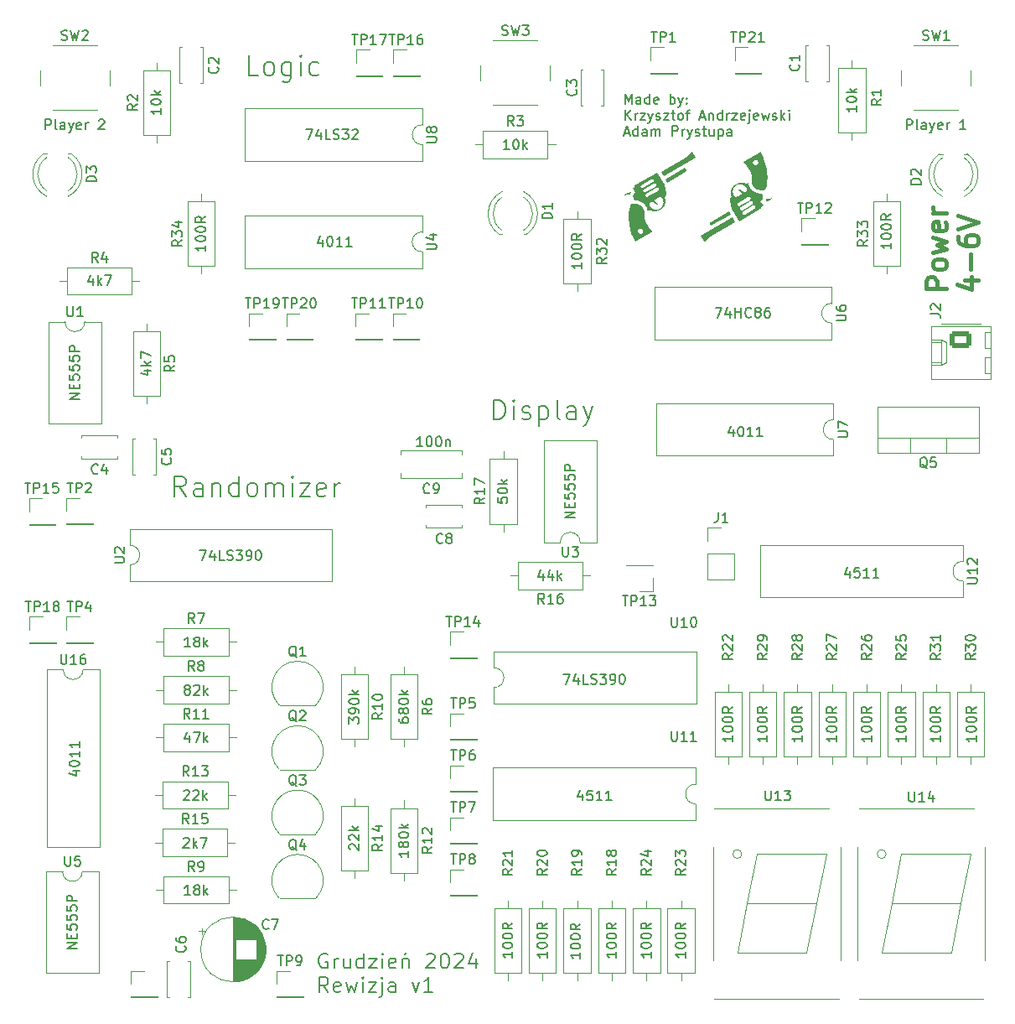
<source format=gbr>
%TF.GenerationSoftware,KiCad,Pcbnew,8.0.6*%
%TF.CreationDate,2024-12-19T16:20:12+01:00*%
%TF.ProjectId,schemat,73636865-6d61-4742-9e6b-696361645f70,rev?*%
%TF.SameCoordinates,Original*%
%TF.FileFunction,Legend,Top*%
%TF.FilePolarity,Positive*%
%FSLAX46Y46*%
G04 Gerber Fmt 4.6, Leading zero omitted, Abs format (unit mm)*
G04 Created by KiCad (PCBNEW 8.0.6) date 2024-12-19 16:20:12*
%MOMM*%
%LPD*%
G01*
G04 APERTURE LIST*
G04 Aperture macros list*
%AMRoundRect*
0 Rectangle with rounded corners*
0 $1 Rounding radius*
0 $2 $3 $4 $5 $6 $7 $8 $9 X,Y pos of 4 corners*
0 Add a 4 corners polygon primitive as box body*
4,1,4,$2,$3,$4,$5,$6,$7,$8,$9,$2,$3,0*
0 Add four circle primitives for the rounded corners*
1,1,$1+$1,$2,$3*
1,1,$1+$1,$4,$5*
1,1,$1+$1,$6,$7*
1,1,$1+$1,$8,$9*
0 Add four rect primitives between the rounded corners*
20,1,$1+$1,$2,$3,$4,$5,0*
20,1,$1+$1,$4,$5,$6,$7,0*
20,1,$1+$1,$6,$7,$8,$9,0*
20,1,$1+$1,$8,$9,$2,$3,0*%
G04 Aperture macros list end*
%ADD10C,0.000000*%
%ADD11C,0.150000*%
%ADD12C,0.187500*%
%ADD13C,0.400000*%
%ADD14C,0.120000*%
%ADD15C,1.600000*%
%ADD16O,1.600000X1.600000*%
%ADD17R,1.700000X1.700000*%
%ADD18R,1.600000X1.600000*%
%ADD19R,1.524000X2.524000*%
%ADD20O,1.524000X2.524000*%
%ADD21C,2.000000*%
%ADD22R,1.800000X1.800000*%
%ADD23C,1.800000*%
%ADD24C,1.905000*%
%ADD25R,1.905000X2.000000*%
%ADD26O,1.905000X2.000000*%
%ADD27O,1.700000X1.700000*%
%ADD28R,1.300000X1.300000*%
%ADD29C,1.300000*%
%ADD30RoundRect,0.250000X-0.845000X0.620000X-0.845000X-0.620000X0.845000X-0.620000X0.845000X0.620000X0*%
%ADD31O,2.190000X1.740000*%
G04 APERTURE END LIST*
D10*
G36*
X88585023Y-33479480D02*
G01*
X88588491Y-33479745D01*
X88591938Y-33480217D01*
X88595328Y-33480890D01*
X88598654Y-33481758D01*
X88601910Y-33482817D01*
X88605087Y-33484061D01*
X88608178Y-33485487D01*
X88611175Y-33487089D01*
X88614071Y-33488861D01*
X88616859Y-33490800D01*
X88619531Y-33492900D01*
X88622079Y-33495157D01*
X88624496Y-33497566D01*
X88626775Y-33500121D01*
X88628908Y-33502816D01*
X88630887Y-33505650D01*
X88632705Y-33508616D01*
X88965191Y-34084498D01*
X85721701Y-35957128D01*
X85459639Y-35503224D01*
X88110741Y-33972610D01*
X88539183Y-33498643D01*
X88541586Y-33496128D01*
X88544118Y-33493776D01*
X88546771Y-33491590D01*
X88549537Y-33489572D01*
X88552409Y-33487728D01*
X88555375Y-33486060D01*
X88558430Y-33484570D01*
X88561564Y-33483262D01*
X88564769Y-33482141D01*
X88568037Y-33481207D01*
X88571359Y-33480465D01*
X88574727Y-33479918D01*
X88578133Y-33479569D01*
X88581567Y-33479422D01*
X88585023Y-33479480D01*
G37*
G36*
X96701185Y-38105640D02*
G01*
X96695542Y-38115611D01*
X96689239Y-38126577D01*
X96685760Y-38132346D01*
X96682022Y-38138258D01*
X96677994Y-38144279D01*
X96673644Y-38150374D01*
X96654480Y-38176857D01*
X96649201Y-38183922D01*
X96643654Y-38191077D01*
X96637802Y-38198277D01*
X96631610Y-38205480D01*
X96624874Y-38213443D01*
X96618010Y-38221294D01*
X96611020Y-38229031D01*
X96603904Y-38236650D01*
X96596666Y-38244154D01*
X96589304Y-38251538D01*
X96581821Y-38258801D01*
X96574220Y-38265943D01*
X96565504Y-38273943D01*
X96556663Y-38281799D01*
X96547697Y-38289511D01*
X96538609Y-38297078D01*
X96529401Y-38304498D01*
X96520074Y-38311770D01*
X96510631Y-38318891D01*
X96501072Y-38325861D01*
X96490932Y-38333105D01*
X96480636Y-38340360D01*
X96475401Y-38343928D01*
X96470092Y-38347424D01*
X96464697Y-38350820D01*
X96459204Y-38354092D01*
X96414254Y-38380044D01*
X96402541Y-38386392D01*
X96390743Y-38392581D01*
X96378867Y-38398610D01*
X96366910Y-38404479D01*
X96354875Y-38410187D01*
X96342765Y-38415733D01*
X96330580Y-38421116D01*
X96318321Y-38426336D01*
X96293441Y-38436205D01*
X96268364Y-38445555D01*
X96243099Y-38454385D01*
X96217653Y-38462689D01*
X96204999Y-38466590D01*
X96192371Y-38470303D01*
X96179769Y-38473844D01*
X96167200Y-38477229D01*
X96142174Y-38483597D01*
X96117321Y-38489540D01*
X96100479Y-38493205D01*
X96083597Y-38496671D01*
X96066676Y-38499938D01*
X96049719Y-38503005D01*
X96032726Y-38505871D01*
X96015701Y-38508537D01*
X95998644Y-38511002D01*
X95981557Y-38513265D01*
X95992838Y-38497741D01*
X96003695Y-38481944D01*
X96014123Y-38465885D01*
X96024117Y-38449572D01*
X96033674Y-38433013D01*
X96042788Y-38416219D01*
X96051458Y-38399198D01*
X96059678Y-38381958D01*
X96067443Y-38364509D01*
X96074751Y-38346860D01*
X96081596Y-38329020D01*
X96087976Y-38310997D01*
X96093884Y-38292801D01*
X96099318Y-38274441D01*
X96104274Y-38255925D01*
X96108746Y-38237263D01*
X96117996Y-38238489D01*
X96127243Y-38239603D01*
X96136556Y-38240618D01*
X96145999Y-38241553D01*
X96165550Y-38243237D01*
X96186432Y-38244777D01*
X96197325Y-38245429D01*
X96208273Y-38245917D01*
X96219272Y-38246255D01*
X96230311Y-38246457D01*
X96241384Y-38246534D01*
X96252481Y-38246499D01*
X96274723Y-38246146D01*
X96285795Y-38245672D01*
X96296857Y-38245050D01*
X96307909Y-38244280D01*
X96318950Y-38243361D01*
X96329978Y-38242296D01*
X96340990Y-38241081D01*
X96351986Y-38239719D01*
X96362965Y-38238210D01*
X96368472Y-38237425D01*
X96373917Y-38236562D01*
X96384685Y-38234669D01*
X96406169Y-38230690D01*
X96411558Y-38229683D01*
X96416886Y-38228570D01*
X96422158Y-38227372D01*
X96427381Y-38226105D01*
X96437716Y-38223445D01*
X96447950Y-38220746D01*
X96457857Y-38217992D01*
X96467716Y-38215079D01*
X96477524Y-38212006D01*
X96487282Y-38208774D01*
X96496985Y-38205384D01*
X96506633Y-38201838D01*
X96516223Y-38198135D01*
X96525754Y-38194275D01*
X96534399Y-38190667D01*
X96542980Y-38186915D01*
X96551497Y-38183024D01*
X96559947Y-38178992D01*
X96568331Y-38174821D01*
X96576644Y-38170512D01*
X96584887Y-38166064D01*
X96593056Y-38161481D01*
X96601111Y-38157130D01*
X96608859Y-38152784D01*
X96616296Y-38148437D01*
X96623422Y-38144086D01*
X96630234Y-38139726D01*
X96636730Y-38135353D01*
X96642908Y-38130962D01*
X96648765Y-38126549D01*
X96670322Y-38109958D01*
X96679973Y-38102445D01*
X96684457Y-38098869D01*
X96688690Y-38095407D01*
X96722042Y-38065530D01*
X96701185Y-38105640D01*
G37*
G36*
X92529811Y-39789914D02*
G01*
X90529294Y-40944913D01*
X90430737Y-40774207D01*
X90427099Y-40767529D01*
X90423810Y-40760709D01*
X90420872Y-40753760D01*
X90418287Y-40746696D01*
X90416056Y-40739531D01*
X90414182Y-40732278D01*
X90412665Y-40724950D01*
X90411508Y-40717561D01*
X90410713Y-40710125D01*
X90410282Y-40702654D01*
X90410216Y-40695163D01*
X90410516Y-40687664D01*
X90411184Y-40680172D01*
X90412225Y-40672700D01*
X90413636Y-40665261D01*
X90415421Y-40657869D01*
X90417571Y-40650575D01*
X90420068Y-40643427D01*
X90422904Y-40636436D01*
X90426070Y-40629613D01*
X90429559Y-40622969D01*
X90433363Y-40616515D01*
X90437472Y-40610261D01*
X90441878Y-40604218D01*
X90446575Y-40598398D01*
X90451552Y-40592810D01*
X90456802Y-40587466D01*
X90462316Y-40582376D01*
X90468087Y-40577551D01*
X90474106Y-40573004D01*
X90480364Y-40568741D01*
X90486853Y-40564777D01*
X92354597Y-39486434D01*
X92529811Y-39789914D01*
G37*
G36*
X87995417Y-35276646D02*
G01*
X87999055Y-35283324D01*
X88002344Y-35290144D01*
X88005282Y-35297093D01*
X88007867Y-35304157D01*
X88010098Y-35311322D01*
X88011972Y-35318575D01*
X88013489Y-35325903D01*
X88014646Y-35333292D01*
X88015441Y-35340728D01*
X88015872Y-35348199D01*
X88015938Y-35355690D01*
X88015638Y-35363189D01*
X88014970Y-35370681D01*
X88013929Y-35378153D01*
X88012518Y-35385592D01*
X88010733Y-35392984D01*
X88008583Y-35400278D01*
X88006086Y-35407426D01*
X88003250Y-35414417D01*
X88000084Y-35421240D01*
X87996595Y-35427884D01*
X87992791Y-35434338D01*
X87988682Y-35440592D01*
X87984276Y-35446635D01*
X87979579Y-35452455D01*
X87974602Y-35458043D01*
X87969352Y-35463387D01*
X87963838Y-35468477D01*
X87958067Y-35473302D01*
X87952048Y-35477849D01*
X87945790Y-35482112D01*
X87939301Y-35486076D01*
X86071557Y-36564419D01*
X85896343Y-36260939D01*
X87896860Y-35105940D01*
X87995417Y-35276646D01*
G37*
G36*
X95593878Y-33573803D02*
G01*
X95652451Y-33674067D01*
X95761733Y-33888450D01*
X95848252Y-34090948D01*
X95860211Y-34118938D01*
X95947506Y-34362688D01*
X96023240Y-34616856D01*
X96087031Y-34878601D01*
X96138500Y-35145077D01*
X96177267Y-35413443D01*
X96202954Y-35680856D01*
X96215180Y-35944472D01*
X96213565Y-36201449D01*
X96197731Y-36448943D01*
X96167296Y-36684111D01*
X96121882Y-36904110D01*
X96093440Y-37007533D01*
X96061111Y-37106098D01*
X96024847Y-37199449D01*
X95984599Y-37287231D01*
X95984589Y-37287212D01*
X95950232Y-37298777D01*
X95912156Y-37309385D01*
X95870661Y-37318830D01*
X95826048Y-37326906D01*
X95778617Y-37333406D01*
X95728669Y-37338126D01*
X95676502Y-37340856D01*
X95622418Y-37341392D01*
X95566717Y-37339527D01*
X95509700Y-37335056D01*
X95451665Y-37327770D01*
X95392914Y-37317466D01*
X95333748Y-37303934D01*
X95274465Y-37286971D01*
X95215366Y-37266369D01*
X95156752Y-37241923D01*
X95093227Y-37210337D01*
X95033615Y-37174865D01*
X94977931Y-37135552D01*
X94926193Y-37092445D01*
X94878419Y-37045590D01*
X94834626Y-36995034D01*
X94794830Y-36940820D01*
X94759051Y-36882997D01*
X94727304Y-36821610D01*
X94699606Y-36756705D01*
X94675977Y-36688327D01*
X94656431Y-36616525D01*
X94640988Y-36541343D01*
X94629663Y-36462826D01*
X94622475Y-36381021D01*
X94619440Y-36295975D01*
X94624900Y-36280172D01*
X94627494Y-36272394D01*
X94628735Y-36268509D01*
X94629930Y-36264618D01*
X94644807Y-36200181D01*
X94652749Y-36133571D01*
X94654183Y-36065064D01*
X94649533Y-35994939D01*
X94639220Y-35923470D01*
X94623669Y-35850936D01*
X94603304Y-35777612D01*
X94578548Y-35703774D01*
X94549825Y-35629701D01*
X94517559Y-35555668D01*
X94444092Y-35408829D01*
X94361535Y-35265473D01*
X94273278Y-35127810D01*
X94182711Y-34998054D01*
X94093223Y-34878418D01*
X94008203Y-34771117D01*
X93931041Y-34678362D01*
X93826657Y-34561752D01*
X94761693Y-34561752D01*
X94762522Y-34580849D01*
X94764743Y-34599880D01*
X94768362Y-34618766D01*
X94773383Y-34637428D01*
X94779810Y-34655788D01*
X94787651Y-34673769D01*
X94796902Y-34691279D01*
X94803956Y-34702813D01*
X94811509Y-34713864D01*
X94819533Y-34724420D01*
X94828005Y-34734473D01*
X94836905Y-34744018D01*
X94846209Y-34753048D01*
X94855893Y-34761558D01*
X94865936Y-34769541D01*
X94876315Y-34776992D01*
X94887008Y-34783904D01*
X94897991Y-34790272D01*
X94909243Y-34796089D01*
X94920742Y-34801349D01*
X94932463Y-34806046D01*
X94944385Y-34810176D01*
X94956485Y-34813730D01*
X94968740Y-34816702D01*
X94981129Y-34819089D01*
X94993628Y-34820881D01*
X95006215Y-34822076D01*
X95018868Y-34822664D01*
X95031564Y-34822642D01*
X95044279Y-34822003D01*
X95056992Y-34820741D01*
X95069680Y-34818849D01*
X95082321Y-34816323D01*
X95094892Y-34813154D01*
X95107370Y-34809339D01*
X95119734Y-34804870D01*
X95131959Y-34799742D01*
X95144024Y-34793948D01*
X95155907Y-34787482D01*
X95164417Y-34782354D01*
X95172682Y-34776941D01*
X95180698Y-34771251D01*
X95188460Y-34765293D01*
X95195964Y-34759076D01*
X95203206Y-34752609D01*
X95210180Y-34745900D01*
X95216883Y-34738959D01*
X95223311Y-34731794D01*
X95229459Y-34724415D01*
X95235323Y-34716830D01*
X95240898Y-34709046D01*
X95246180Y-34701075D01*
X95251164Y-34692924D01*
X95255848Y-34684602D01*
X95260225Y-34676119D01*
X95264293Y-34667482D01*
X95268044Y-34658702D01*
X95271478Y-34649786D01*
X95274587Y-34640743D01*
X95277369Y-34631582D01*
X95279819Y-34622313D01*
X95281932Y-34612944D01*
X95283705Y-34603483D01*
X95285132Y-34593939D01*
X95286210Y-34584322D01*
X95286934Y-34574640D01*
X95287299Y-34564902D01*
X95287302Y-34555118D01*
X95286938Y-34545294D01*
X95286202Y-34535441D01*
X95285092Y-34525568D01*
X95281772Y-34506035D01*
X95277048Y-34487001D01*
X95270971Y-34468524D01*
X95263595Y-34450664D01*
X95254970Y-34433479D01*
X95245149Y-34417030D01*
X95234182Y-34401376D01*
X95222124Y-34386574D01*
X95209024Y-34372685D01*
X95194935Y-34359768D01*
X95179910Y-34347882D01*
X95164000Y-34337087D01*
X95147257Y-34327440D01*
X95129732Y-34319002D01*
X95111477Y-34311833D01*
X95092547Y-34305990D01*
X95073230Y-34301582D01*
X95053837Y-34298664D01*
X95034441Y-34297206D01*
X95015118Y-34297188D01*
X94995941Y-34298580D01*
X94976985Y-34301360D01*
X94958326Y-34305500D01*
X94940037Y-34310977D01*
X94922192Y-34317764D01*
X94904867Y-34325837D01*
X94888136Y-34335172D01*
X94872074Y-34345739D01*
X94856754Y-34357517D01*
X94842252Y-34370480D01*
X94828643Y-34384600D01*
X94816001Y-34399855D01*
X94804537Y-34416015D01*
X94794419Y-34432814D01*
X94785652Y-34450176D01*
X94778240Y-34468022D01*
X94772188Y-34486272D01*
X94767502Y-34504849D01*
X94764188Y-34523674D01*
X94762249Y-34542668D01*
X94761693Y-34561752D01*
X93826657Y-34561752D01*
X93768757Y-34497070D01*
X95532746Y-33478631D01*
X95593878Y-33573803D01*
G37*
G36*
X92966515Y-40547629D02*
G01*
X90315413Y-42078243D01*
X89886971Y-42552210D01*
X89884568Y-42554725D01*
X89882036Y-42557077D01*
X89879383Y-42559263D01*
X89876617Y-42561281D01*
X89873745Y-42563125D01*
X89870779Y-42564793D01*
X89867724Y-42566283D01*
X89864590Y-42567591D01*
X89861385Y-42568712D01*
X89858117Y-42569646D01*
X89854795Y-42570388D01*
X89851427Y-42570935D01*
X89848021Y-42571284D01*
X89844587Y-42571431D01*
X89841131Y-42571373D01*
X89837663Y-42571108D01*
X89834216Y-42570636D01*
X89830826Y-42569963D01*
X89827500Y-42569095D01*
X89824244Y-42568036D01*
X89821067Y-42566792D01*
X89817976Y-42565366D01*
X89814979Y-42563764D01*
X89812083Y-42561992D01*
X89809295Y-42560053D01*
X89806623Y-42557953D01*
X89804075Y-42555696D01*
X89801658Y-42553287D01*
X89799379Y-42550732D01*
X89797246Y-42548037D01*
X89795267Y-42545203D01*
X89793449Y-42542237D01*
X89460963Y-41966355D01*
X92704453Y-40093725D01*
X92966515Y-40547629D01*
G37*
G36*
X82433316Y-37553112D02*
G01*
X82422459Y-37568909D01*
X82412031Y-37584968D01*
X82402037Y-37601281D01*
X82392480Y-37617840D01*
X82383366Y-37634634D01*
X82374696Y-37651655D01*
X82366476Y-37668895D01*
X82358711Y-37686344D01*
X82351403Y-37703993D01*
X82344558Y-37721833D01*
X82338178Y-37739856D01*
X82332270Y-37758052D01*
X82326836Y-37776412D01*
X82321880Y-37794928D01*
X82317408Y-37813590D01*
X82308158Y-37812364D01*
X82298911Y-37811250D01*
X82289598Y-37810235D01*
X82280155Y-37809300D01*
X82260604Y-37807616D01*
X82239722Y-37806076D01*
X82228829Y-37805424D01*
X82217881Y-37804936D01*
X82206882Y-37804598D01*
X82195843Y-37804396D01*
X82184770Y-37804319D01*
X82173673Y-37804354D01*
X82151431Y-37804707D01*
X82140359Y-37805181D01*
X82129297Y-37805803D01*
X82118245Y-37806573D01*
X82107204Y-37807492D01*
X82096176Y-37808557D01*
X82085164Y-37809772D01*
X82074168Y-37811134D01*
X82063189Y-37812643D01*
X82057682Y-37813428D01*
X82052237Y-37814291D01*
X82041469Y-37816184D01*
X82019985Y-37820163D01*
X82014596Y-37821170D01*
X82009268Y-37822283D01*
X82003996Y-37823481D01*
X81998773Y-37824748D01*
X81988438Y-37827408D01*
X81978204Y-37830107D01*
X81968297Y-37832861D01*
X81958438Y-37835774D01*
X81948630Y-37838847D01*
X81938872Y-37842079D01*
X81929169Y-37845469D01*
X81919521Y-37849015D01*
X81909931Y-37852718D01*
X81900400Y-37856578D01*
X81891755Y-37860186D01*
X81883174Y-37863938D01*
X81874657Y-37867829D01*
X81866207Y-37871861D01*
X81857823Y-37876032D01*
X81849510Y-37880341D01*
X81841267Y-37884789D01*
X81833098Y-37889372D01*
X81825043Y-37893723D01*
X81817295Y-37898069D01*
X81809858Y-37902416D01*
X81802732Y-37906767D01*
X81795920Y-37911127D01*
X81789424Y-37915500D01*
X81783246Y-37919891D01*
X81777389Y-37924304D01*
X81755832Y-37940895D01*
X81746181Y-37948408D01*
X81741697Y-37951984D01*
X81737464Y-37955446D01*
X81704112Y-37985323D01*
X81724969Y-37945213D01*
X81730612Y-37935242D01*
X81736915Y-37924276D01*
X81740394Y-37918507D01*
X81744132Y-37912595D01*
X81748160Y-37906574D01*
X81752510Y-37900479D01*
X81771674Y-37873996D01*
X81776953Y-37866931D01*
X81782500Y-37859776D01*
X81788352Y-37852576D01*
X81794544Y-37845373D01*
X81801280Y-37837410D01*
X81808144Y-37829559D01*
X81815134Y-37821822D01*
X81822250Y-37814203D01*
X81829488Y-37806699D01*
X81836850Y-37799315D01*
X81844333Y-37792052D01*
X81851934Y-37784910D01*
X81860650Y-37776910D01*
X81869491Y-37769054D01*
X81878457Y-37761342D01*
X81887545Y-37753775D01*
X81896753Y-37746355D01*
X81906080Y-37739083D01*
X81915523Y-37731962D01*
X81925082Y-37724992D01*
X81935222Y-37717748D01*
X81945518Y-37710493D01*
X81950753Y-37706925D01*
X81956062Y-37703429D01*
X81961457Y-37700033D01*
X81966950Y-37696761D01*
X82011900Y-37670809D01*
X82023613Y-37664461D01*
X82035411Y-37658272D01*
X82047287Y-37652243D01*
X82059244Y-37646374D01*
X82071279Y-37640666D01*
X82083389Y-37635120D01*
X82095574Y-37629737D01*
X82107833Y-37624517D01*
X82132713Y-37614648D01*
X82157790Y-37605298D01*
X82183055Y-37596468D01*
X82208501Y-37588164D01*
X82221155Y-37584263D01*
X82233783Y-37580550D01*
X82246385Y-37577009D01*
X82258954Y-37573624D01*
X82283980Y-37567256D01*
X82308833Y-37561313D01*
X82325675Y-37557648D01*
X82342557Y-37554182D01*
X82359478Y-37550915D01*
X82376435Y-37547848D01*
X82393428Y-37544982D01*
X82410453Y-37542316D01*
X82427510Y-37539851D01*
X82444597Y-37537588D01*
X82433316Y-37553112D01*
G37*
G36*
X82859437Y-38711326D02*
G01*
X82916454Y-38715797D01*
X82974489Y-38723083D01*
X83033240Y-38733387D01*
X83092406Y-38746919D01*
X83151689Y-38763882D01*
X83210788Y-38784484D01*
X83269402Y-38808930D01*
X83332927Y-38840516D01*
X83392539Y-38875988D01*
X83448223Y-38915301D01*
X83499961Y-38958408D01*
X83547735Y-39005263D01*
X83591528Y-39055819D01*
X83631324Y-39110033D01*
X83667103Y-39167856D01*
X83698850Y-39229243D01*
X83726548Y-39294148D01*
X83750177Y-39362526D01*
X83769723Y-39434328D01*
X83785166Y-39509510D01*
X83796491Y-39588027D01*
X83803679Y-39669832D01*
X83806714Y-39754878D01*
X83801254Y-39770681D01*
X83798660Y-39778459D01*
X83797419Y-39782344D01*
X83796224Y-39786235D01*
X83781347Y-39850672D01*
X83773405Y-39917282D01*
X83771971Y-39985789D01*
X83776621Y-40055914D01*
X83786934Y-40127383D01*
X83802485Y-40199917D01*
X83822850Y-40273241D01*
X83847606Y-40347079D01*
X83876329Y-40421152D01*
X83908595Y-40495185D01*
X83982062Y-40642024D01*
X84064619Y-40785380D01*
X84152876Y-40923043D01*
X84243443Y-41052799D01*
X84332931Y-41172435D01*
X84417951Y-41279736D01*
X84495113Y-41372491D01*
X84657397Y-41553783D01*
X82893408Y-42572222D01*
X82832276Y-42477050D01*
X82773703Y-42376786D01*
X82664421Y-42162403D01*
X82577902Y-41959905D01*
X82565943Y-41931915D01*
X82478648Y-41688165D01*
X82421310Y-41495735D01*
X83138852Y-41495735D01*
X83139216Y-41505559D01*
X83139952Y-41515412D01*
X83141062Y-41525285D01*
X83144382Y-41544818D01*
X83149106Y-41563852D01*
X83155183Y-41582329D01*
X83162559Y-41600189D01*
X83171184Y-41617374D01*
X83181005Y-41633823D01*
X83191972Y-41649477D01*
X83204030Y-41664279D01*
X83217130Y-41678168D01*
X83231219Y-41691085D01*
X83246244Y-41702971D01*
X83262154Y-41713766D01*
X83278897Y-41723413D01*
X83296422Y-41731851D01*
X83314677Y-41739020D01*
X83333607Y-41744863D01*
X83352924Y-41749271D01*
X83372317Y-41752189D01*
X83391713Y-41753647D01*
X83411036Y-41753665D01*
X83430213Y-41752273D01*
X83449169Y-41749493D01*
X83467828Y-41745353D01*
X83486117Y-41739876D01*
X83503962Y-41733089D01*
X83521287Y-41725016D01*
X83538018Y-41715681D01*
X83554080Y-41705114D01*
X83569400Y-41693336D01*
X83583902Y-41680373D01*
X83597511Y-41666253D01*
X83610153Y-41650998D01*
X83621617Y-41634838D01*
X83631735Y-41618039D01*
X83640502Y-41600677D01*
X83647914Y-41582831D01*
X83653966Y-41564581D01*
X83658652Y-41546004D01*
X83661966Y-41527179D01*
X83663905Y-41508185D01*
X83664461Y-41489101D01*
X83663632Y-41470004D01*
X83661411Y-41450973D01*
X83657792Y-41432087D01*
X83652771Y-41413425D01*
X83646344Y-41395065D01*
X83638503Y-41377084D01*
X83629252Y-41359574D01*
X83622198Y-41348040D01*
X83614645Y-41336989D01*
X83606621Y-41326433D01*
X83598149Y-41316380D01*
X83589249Y-41306835D01*
X83579945Y-41297805D01*
X83570261Y-41289295D01*
X83560218Y-41281312D01*
X83549839Y-41273861D01*
X83539146Y-41266949D01*
X83528163Y-41260581D01*
X83516911Y-41254764D01*
X83505412Y-41249504D01*
X83493691Y-41244807D01*
X83481769Y-41240677D01*
X83469669Y-41237123D01*
X83457414Y-41234151D01*
X83445025Y-41231764D01*
X83432526Y-41229972D01*
X83419939Y-41228777D01*
X83407286Y-41228189D01*
X83394590Y-41228211D01*
X83381875Y-41228850D01*
X83369162Y-41230112D01*
X83356474Y-41232004D01*
X83343833Y-41234530D01*
X83331262Y-41237699D01*
X83318784Y-41241514D01*
X83306420Y-41245983D01*
X83294195Y-41251111D01*
X83282130Y-41256905D01*
X83270247Y-41263371D01*
X83261737Y-41268499D01*
X83253472Y-41273912D01*
X83245456Y-41279602D01*
X83237694Y-41285560D01*
X83230190Y-41291777D01*
X83222948Y-41298244D01*
X83215974Y-41304953D01*
X83209271Y-41311894D01*
X83202843Y-41319059D01*
X83196695Y-41326438D01*
X83190831Y-41334023D01*
X83185256Y-41341807D01*
X83179974Y-41349778D01*
X83174990Y-41357929D01*
X83170306Y-41366251D01*
X83165929Y-41374734D01*
X83161861Y-41383371D01*
X83158110Y-41392151D01*
X83154676Y-41401067D01*
X83151567Y-41410110D01*
X83148785Y-41419271D01*
X83146335Y-41428540D01*
X83144222Y-41437909D01*
X83142449Y-41447370D01*
X83141022Y-41456914D01*
X83139944Y-41466531D01*
X83139220Y-41476213D01*
X83138855Y-41485951D01*
X83138852Y-41495735D01*
X82421310Y-41495735D01*
X82402914Y-41433997D01*
X82339123Y-41172252D01*
X82287654Y-40905776D01*
X82248887Y-40637410D01*
X82223200Y-40369997D01*
X82210974Y-40106381D01*
X82212589Y-39849404D01*
X82228423Y-39601910D01*
X82258858Y-39366742D01*
X82304272Y-39146743D01*
X82332714Y-39043320D01*
X82365043Y-38944755D01*
X82401307Y-38851404D01*
X82441555Y-38763622D01*
X82441565Y-38763641D01*
X82475922Y-38752076D01*
X82513998Y-38741468D01*
X82555493Y-38732023D01*
X82600106Y-38723947D01*
X82647537Y-38717447D01*
X82697485Y-38712727D01*
X82749652Y-38709997D01*
X82803736Y-38709461D01*
X82859437Y-38711326D01*
G37*
G36*
X85792234Y-36781061D02*
G01*
X85988507Y-37582257D01*
X85995468Y-37615627D01*
X86000057Y-37649106D01*
X86002309Y-37682584D01*
X86002258Y-37715947D01*
X85999939Y-37749084D01*
X85995390Y-37781882D01*
X85988645Y-37814232D01*
X85979740Y-37846020D01*
X85968710Y-37877133D01*
X85955590Y-37907463D01*
X85940417Y-37936894D01*
X85923224Y-37965317D01*
X85904049Y-37992619D01*
X85882926Y-38018688D01*
X85859891Y-38043412D01*
X85834978Y-38066681D01*
X85854166Y-38114851D01*
X85870705Y-38162830D01*
X85884646Y-38210579D01*
X85896046Y-38258055D01*
X85904954Y-38305219D01*
X85911424Y-38352030D01*
X85915507Y-38398445D01*
X85917257Y-38444424D01*
X85916727Y-38489928D01*
X85913968Y-38534913D01*
X85909034Y-38579341D01*
X85901977Y-38623168D01*
X85892849Y-38666356D01*
X85881704Y-38708861D01*
X85868593Y-38750645D01*
X85853569Y-38791665D01*
X85836685Y-38831881D01*
X85817993Y-38871252D01*
X85797546Y-38909736D01*
X85775397Y-38947293D01*
X85751598Y-38983883D01*
X85726201Y-39019463D01*
X85670827Y-39087434D01*
X85609693Y-39150876D01*
X85543222Y-39209464D01*
X85471833Y-39262868D01*
X85395946Y-39310763D01*
X85337736Y-39342178D01*
X85278175Y-39370050D01*
X85217419Y-39394367D01*
X85155624Y-39415117D01*
X85092947Y-39432291D01*
X85029545Y-39445876D01*
X84965573Y-39455861D01*
X84901190Y-39462237D01*
X84836548Y-39464991D01*
X84771808Y-39464112D01*
X84707124Y-39459590D01*
X84642654Y-39451414D01*
X84578552Y-39439571D01*
X84514978Y-39424053D01*
X84452085Y-39404846D01*
X84390032Y-39381939D01*
X84377132Y-39377550D01*
X84363524Y-39374270D01*
X84349255Y-39372069D01*
X84334376Y-39370921D01*
X84318931Y-39370799D01*
X84302970Y-39371675D01*
X84286542Y-39373520D01*
X84269691Y-39376307D01*
X84252469Y-39380010D01*
X84234921Y-39384599D01*
X84217096Y-39390048D01*
X84199042Y-39396329D01*
X84180807Y-39403415D01*
X84162438Y-39411277D01*
X84143984Y-39419889D01*
X84125492Y-39429221D01*
X84111842Y-39363605D01*
X84095173Y-39297484D01*
X84075251Y-39231163D01*
X84051843Y-39164948D01*
X84031041Y-39114492D01*
X84024713Y-39099142D01*
X83993629Y-39034052D01*
X83958356Y-38969982D01*
X83918661Y-38907237D01*
X83874308Y-38846122D01*
X83825066Y-38786944D01*
X83792217Y-38752542D01*
X84282104Y-38752542D01*
X84282908Y-38770111D01*
X84285091Y-38788295D01*
X84288687Y-38807123D01*
X84293735Y-38826623D01*
X84300270Y-38846824D01*
X84308331Y-38867753D01*
X84317953Y-38889440D01*
X84329172Y-38911912D01*
X84342028Y-38935199D01*
X84341899Y-38935018D01*
X84361558Y-38967157D01*
X84382592Y-38997931D01*
X84404938Y-39027324D01*
X84428534Y-39055318D01*
X84453317Y-39081897D01*
X84479224Y-39107043D01*
X84506193Y-39130741D01*
X84534160Y-39152973D01*
X84563063Y-39173722D01*
X84592839Y-39192972D01*
X84623425Y-39210706D01*
X84654760Y-39226906D01*
X84686778Y-39241557D01*
X84719418Y-39254640D01*
X84752618Y-39266140D01*
X84786313Y-39276040D01*
X84820443Y-39284323D01*
X84854943Y-39290970D01*
X84889751Y-39295968D01*
X84924805Y-39299297D01*
X84960040Y-39300942D01*
X84995396Y-39300885D01*
X85030808Y-39299111D01*
X85066214Y-39295600D01*
X85101552Y-39290338D01*
X85136758Y-39283307D01*
X85171769Y-39274491D01*
X85206524Y-39263872D01*
X85240959Y-39251435D01*
X85275011Y-39237160D01*
X85308617Y-39221034D01*
X85341715Y-39203038D01*
X85373862Y-39183391D01*
X85404645Y-39162369D01*
X85434045Y-39140035D01*
X85462048Y-39116449D01*
X85488637Y-39091676D01*
X85513794Y-39065779D01*
X85537502Y-39038819D01*
X85559745Y-39010861D01*
X85580505Y-38981966D01*
X85599766Y-38952197D01*
X85617511Y-38921617D01*
X85633724Y-38890290D01*
X85648387Y-38858277D01*
X85661483Y-38825642D01*
X85672996Y-38792446D01*
X85682909Y-38758755D01*
X85691204Y-38724628D01*
X85697866Y-38690131D01*
X85702876Y-38655325D01*
X85706220Y-38620272D01*
X85707878Y-38585038D01*
X85707835Y-38549682D01*
X85706074Y-38514270D01*
X85702578Y-38478862D01*
X85697330Y-38443523D01*
X85690313Y-38408315D01*
X85681510Y-38373300D01*
X85670905Y-38338541D01*
X85658481Y-38304102D01*
X85644220Y-38270045D01*
X85628106Y-38236433D01*
X85610123Y-38203328D01*
X85591342Y-38172705D01*
X85572342Y-38145448D01*
X85553108Y-38121442D01*
X85533625Y-38100568D01*
X85513878Y-38082709D01*
X85493851Y-38067745D01*
X85473531Y-38055562D01*
X85452903Y-38046040D01*
X85431951Y-38039063D01*
X85410660Y-38034511D01*
X85389016Y-38032269D01*
X85367004Y-38032218D01*
X85344609Y-38034240D01*
X85321817Y-38038218D01*
X85298612Y-38044035D01*
X85274980Y-38051573D01*
X85226374Y-38071339D01*
X85175881Y-38096577D01*
X85123381Y-38126345D01*
X85068755Y-38159702D01*
X84952655Y-38233422D01*
X84890942Y-38271902D01*
X84826628Y-38310207D01*
X84805774Y-38322248D01*
X84810235Y-38333202D01*
X84814831Y-38344210D01*
X84819583Y-38355319D01*
X84824510Y-38366566D01*
X84833422Y-38385612D01*
X84842800Y-38404814D01*
X84852549Y-38423996D01*
X84862566Y-38442981D01*
X84867859Y-38452577D01*
X84873266Y-38462107D01*
X84878788Y-38471570D01*
X84884423Y-38480966D01*
X84890170Y-38490293D01*
X84896030Y-38499551D01*
X84902002Y-38508737D01*
X84908085Y-38517853D01*
X84914353Y-38526948D01*
X84920742Y-38535956D01*
X84927251Y-38544878D01*
X84933878Y-38553711D01*
X84940622Y-38562455D01*
X84947483Y-38571108D01*
X84954461Y-38579669D01*
X84961552Y-38588138D01*
X84965266Y-38592653D01*
X84969005Y-38597008D01*
X84972759Y-38601234D01*
X84976520Y-38605360D01*
X84991430Y-38621490D01*
X84995118Y-38625485D01*
X84998861Y-38629388D01*
X85002647Y-38633215D01*
X85006472Y-38636975D01*
X85014200Y-38644355D01*
X85021984Y-38651634D01*
X85029592Y-38658571D01*
X85037310Y-38665382D01*
X85045136Y-38672065D01*
X85053069Y-38678621D01*
X85061107Y-38685047D01*
X85069251Y-38691341D01*
X85077495Y-38697504D01*
X85085840Y-38703532D01*
X85093474Y-38708897D01*
X85101192Y-38714134D01*
X85108996Y-38719242D01*
X85116881Y-38724221D01*
X85124848Y-38729068D01*
X85132894Y-38733785D01*
X85141018Y-38738368D01*
X85149219Y-38742818D01*
X85156219Y-38746880D01*
X85163304Y-38750786D01*
X85170471Y-38754537D01*
X85177717Y-38758129D01*
X85185041Y-38761564D01*
X85192437Y-38764838D01*
X85199904Y-38767952D01*
X85207441Y-38770902D01*
X85220621Y-38775841D01*
X85233008Y-38780428D01*
X85244520Y-38784570D01*
X85249923Y-38786446D01*
X85255078Y-38788176D01*
X85298111Y-38800494D01*
X85252886Y-38804097D01*
X85241478Y-38804670D01*
X85235284Y-38804952D01*
X85228794Y-38805175D01*
X85222031Y-38805294D01*
X85215018Y-38805268D01*
X85207778Y-38805052D01*
X85200333Y-38804603D01*
X85167802Y-38802462D01*
X85159019Y-38801754D01*
X85150021Y-38800868D01*
X85140829Y-38799750D01*
X85131464Y-38798346D01*
X85121123Y-38796875D01*
X85110810Y-38795235D01*
X85100527Y-38793426D01*
X85090275Y-38791449D01*
X85080058Y-38789304D01*
X85069876Y-38786991D01*
X85059731Y-38784512D01*
X85049628Y-38781866D01*
X85038206Y-38778731D01*
X85026840Y-38775414D01*
X85015528Y-38771913D01*
X85004277Y-38768233D01*
X84993085Y-38764370D01*
X84981956Y-38760329D01*
X84970893Y-38756109D01*
X84959897Y-38751709D01*
X84948428Y-38746898D01*
X84936941Y-38741926D01*
X84925388Y-38736755D01*
X84913723Y-38731347D01*
X84902037Y-38725704D01*
X84890445Y-38719865D01*
X84884684Y-38716859D01*
X84878948Y-38713788D01*
X84873236Y-38710646D01*
X84867548Y-38707429D01*
X84855932Y-38700888D01*
X84844404Y-38694193D01*
X84832970Y-38687344D01*
X84821629Y-38680342D01*
X84810383Y-38673189D01*
X84799233Y-38665886D01*
X84788181Y-38658432D01*
X84777229Y-38650831D01*
X84755438Y-38634615D01*
X84734200Y-38618372D01*
X84713390Y-38601889D01*
X84703109Y-38593492D01*
X84692891Y-38584955D01*
X84682797Y-38576289D01*
X84672903Y-38567559D01*
X84663190Y-38558770D01*
X84653642Y-38549938D01*
X84634966Y-38532177D01*
X84616734Y-38514356D01*
X84601651Y-38498925D01*
X84587074Y-38483514D01*
X84572962Y-38468172D01*
X84559271Y-38452943D01*
X84518337Y-38475421D01*
X84479677Y-38497860D01*
X84443586Y-38520487D01*
X84410358Y-38543530D01*
X84394910Y-38555278D01*
X84380288Y-38567215D01*
X84366528Y-38579370D01*
X84353669Y-38591772D01*
X84341745Y-38604447D01*
X84330795Y-38617425D01*
X84320855Y-38630734D01*
X84311962Y-38644403D01*
X84304151Y-38658461D01*
X84297462Y-38672934D01*
X84291930Y-38687852D01*
X84287590Y-38703244D01*
X84284482Y-38719137D01*
X84282641Y-38735560D01*
X84282104Y-38752542D01*
X83792217Y-38752542D01*
X83770698Y-38730006D01*
X83710971Y-38675613D01*
X83645652Y-38624071D01*
X83574507Y-38575685D01*
X83497300Y-38530760D01*
X83413799Y-38489600D01*
X83376953Y-38473934D01*
X83339757Y-38459247D01*
X83302230Y-38445543D01*
X83264393Y-38432826D01*
X83226264Y-38421101D01*
X83187864Y-38410373D01*
X83149212Y-38400644D01*
X83129283Y-38396172D01*
X83110327Y-38391919D01*
X83071231Y-38384202D01*
X83031941Y-38377497D01*
X82992478Y-38371810D01*
X82952861Y-38367143D01*
X82913110Y-38363500D01*
X82873246Y-38360887D01*
X82833286Y-38359307D01*
X82793252Y-38358764D01*
X82795346Y-38357555D01*
X82779581Y-38336607D01*
X82762667Y-38311881D01*
X82742217Y-38278948D01*
X82720089Y-38238781D01*
X82698149Y-38192351D01*
X82678257Y-38140630D01*
X82669662Y-38113088D01*
X82665018Y-38095169D01*
X82662277Y-38084589D01*
X82656334Y-38055252D01*
X82652069Y-38025200D01*
X82649711Y-37994554D01*
X82649495Y-37963435D01*
X82651654Y-37931966D01*
X82656419Y-37900266D01*
X82664024Y-37868459D01*
X82671637Y-37845791D01*
X83906250Y-37845791D01*
X83906601Y-37857553D01*
X83907728Y-37869171D01*
X83909612Y-37880612D01*
X83912233Y-37891845D01*
X83915574Y-37902837D01*
X83919615Y-37913555D01*
X83924338Y-37923965D01*
X83929724Y-37934037D01*
X83935754Y-37943737D01*
X83942408Y-37953032D01*
X83949669Y-37961891D01*
X83957518Y-37970280D01*
X83965935Y-37978167D01*
X83974901Y-37985519D01*
X83984399Y-37992304D01*
X83994410Y-37998489D01*
X84004812Y-38003990D01*
X84015472Y-38008747D01*
X84026351Y-38012757D01*
X84037415Y-38016023D01*
X84048622Y-38018545D01*
X84059937Y-38020322D01*
X84071323Y-38021355D01*
X84082741Y-38021644D01*
X84094153Y-38021189D01*
X84105522Y-38019992D01*
X84116810Y-38018051D01*
X84127981Y-38015368D01*
X84138995Y-38011942D01*
X84149816Y-38007774D01*
X84160406Y-38002864D01*
X84170727Y-37997213D01*
X85165391Y-37422943D01*
X85172976Y-37418192D01*
X85180239Y-37413119D01*
X85187172Y-37407739D01*
X85193772Y-37402067D01*
X85200037Y-37396117D01*
X85205960Y-37389905D01*
X85211540Y-37383445D01*
X85216772Y-37376752D01*
X85221651Y-37369841D01*
X85226176Y-37362726D01*
X85230340Y-37355423D01*
X85234141Y-37347944D01*
X85237575Y-37340307D01*
X85240638Y-37332526D01*
X85243326Y-37324614D01*
X85245635Y-37316587D01*
X85247561Y-37308459D01*
X85249100Y-37300248D01*
X85250249Y-37291963D01*
X85251003Y-37283624D01*
X85251359Y-37275243D01*
X85251313Y-37266835D01*
X85250861Y-37258417D01*
X85250000Y-37250000D01*
X85248724Y-37241600D01*
X85247031Y-37233234D01*
X85244916Y-37224915D01*
X85242376Y-37216658D01*
X85239407Y-37208477D01*
X85236005Y-37200388D01*
X85232166Y-37192405D01*
X85227886Y-37184543D01*
X85223217Y-37176905D01*
X85218224Y-37169589D01*
X85212919Y-37162598D01*
X85207319Y-37155936D01*
X85201437Y-37149608D01*
X85195290Y-37143617D01*
X85188891Y-37137967D01*
X85182255Y-37132663D01*
X85175397Y-37127709D01*
X85168332Y-37123107D01*
X85161074Y-37118864D01*
X85153638Y-37114982D01*
X85146038Y-37111465D01*
X85138290Y-37108318D01*
X85130408Y-37105545D01*
X85122407Y-37103149D01*
X85114301Y-37101135D01*
X85106106Y-37099506D01*
X85097834Y-37098268D01*
X85089504Y-37097423D01*
X85081127Y-37096977D01*
X85072720Y-37096931D01*
X85064296Y-37097292D01*
X85055870Y-37098062D01*
X85047458Y-37099246D01*
X85039074Y-37100848D01*
X85030732Y-37102872D01*
X85022448Y-37105323D01*
X85014236Y-37108203D01*
X85006110Y-37111516D01*
X84998085Y-37115270D01*
X84990177Y-37119464D01*
X83995512Y-37693734D01*
X83990423Y-37696713D01*
X83985457Y-37699846D01*
X83980619Y-37703131D01*
X83975910Y-37706562D01*
X83971333Y-37710137D01*
X83966890Y-37713850D01*
X83962584Y-37717697D01*
X83958416Y-37721675D01*
X83954390Y-37725780D01*
X83950508Y-37730008D01*
X83946771Y-37734353D01*
X83943183Y-37738813D01*
X83939746Y-37743384D01*
X83936461Y-37748061D01*
X83933332Y-37752839D01*
X83930362Y-37757717D01*
X83927551Y-37762688D01*
X83924903Y-37767749D01*
X83922421Y-37772896D01*
X83920105Y-37778125D01*
X83917960Y-37783433D01*
X83915987Y-37788814D01*
X83914188Y-37794264D01*
X83912566Y-37799781D01*
X83911124Y-37805359D01*
X83909863Y-37810994D01*
X83908787Y-37816683D01*
X83907897Y-37822422D01*
X83907195Y-37828207D01*
X83906686Y-37834032D01*
X83906370Y-37839895D01*
X83906250Y-37845791D01*
X82671637Y-37845791D01*
X82674702Y-37836665D01*
X82688685Y-37805006D01*
X82706206Y-37773603D01*
X82727498Y-37742577D01*
X82752794Y-37712051D01*
X82782326Y-37682145D01*
X82816327Y-37652981D01*
X82855030Y-37624681D01*
X82898668Y-37597366D01*
X82803939Y-37433291D01*
X82793177Y-37414650D01*
X83663142Y-37414650D01*
X83663188Y-37423057D01*
X83663640Y-37431476D01*
X83664502Y-37439893D01*
X83665777Y-37448291D01*
X83667470Y-37456659D01*
X83669584Y-37464977D01*
X83672124Y-37473235D01*
X83675093Y-37481416D01*
X83678495Y-37489505D01*
X83682334Y-37497488D01*
X83686614Y-37505350D01*
X83691283Y-37512988D01*
X83696277Y-37520304D01*
X83701582Y-37527295D01*
X83707182Y-37533957D01*
X83713063Y-37540285D01*
X83719210Y-37546276D01*
X83725609Y-37551926D01*
X83732245Y-37557229D01*
X83739103Y-37562184D01*
X83746168Y-37566786D01*
X83753426Y-37571029D01*
X83760863Y-37574911D01*
X83768462Y-37578428D01*
X83776210Y-37581574D01*
X83784092Y-37584348D01*
X83792094Y-37586744D01*
X83800199Y-37588758D01*
X83808395Y-37590386D01*
X83816666Y-37591625D01*
X83824996Y-37592470D01*
X83833373Y-37592916D01*
X83841781Y-37592961D01*
X83850204Y-37592601D01*
X83858630Y-37591830D01*
X83867042Y-37590647D01*
X83875427Y-37589044D01*
X83883768Y-37587020D01*
X83892052Y-37584570D01*
X83900266Y-37581690D01*
X83908391Y-37578375D01*
X83916415Y-37574623D01*
X83924323Y-37570429D01*
X84919006Y-36996149D01*
X84926698Y-36991443D01*
X84934063Y-36986406D01*
X84941099Y-36981056D01*
X84947799Y-36975407D01*
X84954160Y-36969473D01*
X84960178Y-36963270D01*
X84965850Y-36956814D01*
X84971171Y-36950118D01*
X84976136Y-36943199D01*
X84980743Y-36936070D01*
X84984986Y-36928748D01*
X84988862Y-36921247D01*
X84992369Y-36913582D01*
X84995498Y-36905768D01*
X84998250Y-36897821D01*
X85000618Y-36889755D01*
X85002599Y-36881585D01*
X85004189Y-36873327D01*
X85005383Y-36864995D01*
X85006178Y-36856605D01*
X85006571Y-36848170D01*
X85006555Y-36839708D01*
X85006128Y-36831232D01*
X85005286Y-36822758D01*
X85004025Y-36814300D01*
X85002341Y-36805875D01*
X85000228Y-36797495D01*
X84997685Y-36789179D01*
X84994707Y-36780938D01*
X84991288Y-36772788D01*
X84987426Y-36764747D01*
X84983116Y-36756827D01*
X84978411Y-36749133D01*
X84973377Y-36741765D01*
X84968026Y-36734728D01*
X84962379Y-36728026D01*
X84956445Y-36721663D01*
X84950244Y-36715642D01*
X84943788Y-36709969D01*
X84937093Y-36704647D01*
X84930174Y-36699680D01*
X84923046Y-36695071D01*
X84915724Y-36690827D01*
X84908223Y-36686949D01*
X84900557Y-36683442D01*
X84892743Y-36680310D01*
X84884796Y-36677557D01*
X84876729Y-36675188D01*
X84868559Y-36673205D01*
X84860300Y-36671614D01*
X84851966Y-36670418D01*
X84843575Y-36669622D01*
X84835140Y-36669229D01*
X84826676Y-36669244D01*
X84818199Y-36669670D01*
X84809723Y-36670510D01*
X84801264Y-36671771D01*
X84792836Y-36673455D01*
X84784455Y-36675567D01*
X84776135Y-36678110D01*
X84767892Y-36681089D01*
X84759741Y-36684507D01*
X84751697Y-36688370D01*
X84743773Y-36692680D01*
X83749110Y-37266949D01*
X83741523Y-37271700D01*
X83734262Y-37276774D01*
X83727329Y-37282154D01*
X83720729Y-37287826D01*
X83714465Y-37293775D01*
X83708541Y-37299987D01*
X83702960Y-37306447D01*
X83697729Y-37313140D01*
X83692849Y-37320051D01*
X83688325Y-37327166D01*
X83684160Y-37334470D01*
X83680359Y-37341948D01*
X83676925Y-37349585D01*
X83673863Y-37357367D01*
X83671175Y-37365279D01*
X83668866Y-37373306D01*
X83666940Y-37381432D01*
X83665401Y-37389645D01*
X83664252Y-37397928D01*
X83663498Y-37406269D01*
X83663142Y-37414650D01*
X82793177Y-37414650D01*
X82631573Y-37134744D01*
X82829399Y-37020529D01*
X82805074Y-36978396D01*
X83411271Y-36978396D01*
X83411317Y-36986804D01*
X83411769Y-36995223D01*
X83412631Y-37003639D01*
X83413906Y-37012039D01*
X83415599Y-37020405D01*
X83417713Y-37028725D01*
X83420253Y-37036982D01*
X83423222Y-37045163D01*
X83426624Y-37053251D01*
X83430464Y-37061235D01*
X83434743Y-37069097D01*
X83439412Y-37076734D01*
X83444406Y-37084051D01*
X83449711Y-37091042D01*
X83455311Y-37097703D01*
X83461192Y-37104032D01*
X83467339Y-37110023D01*
X83473738Y-37115672D01*
X83480374Y-37120977D01*
X83487232Y-37125931D01*
X83494297Y-37130532D01*
X83501555Y-37134776D01*
X83508992Y-37138658D01*
X83516591Y-37142174D01*
X83524340Y-37145321D01*
X83532222Y-37148095D01*
X83540223Y-37150490D01*
X83548328Y-37152505D01*
X83556524Y-37154133D01*
X83564795Y-37155371D01*
X83573125Y-37156216D01*
X83581502Y-37156663D01*
X83589910Y-37156708D01*
X83598333Y-37156348D01*
X83606759Y-37155578D01*
X83615171Y-37154393D01*
X83623556Y-37152791D01*
X83631898Y-37150767D01*
X83640181Y-37148317D01*
X83648395Y-37145437D01*
X83656520Y-37142123D01*
X83664544Y-37138370D01*
X83672452Y-37134176D01*
X84667135Y-36559896D01*
X84674827Y-36555189D01*
X84682192Y-36550153D01*
X84689228Y-36544802D01*
X84695928Y-36539153D01*
X84702289Y-36533220D01*
X84708307Y-36527018D01*
X84713979Y-36520561D01*
X84719300Y-36513864D01*
X84724265Y-36506946D01*
X84728872Y-36499817D01*
X84733115Y-36492494D01*
X84736991Y-36484994D01*
X84740498Y-36477329D01*
X84743627Y-36469515D01*
X84746379Y-36461567D01*
X84748747Y-36453501D01*
X84750728Y-36445332D01*
X84752318Y-36437073D01*
X84753512Y-36428742D01*
X84754307Y-36420351D01*
X84754700Y-36411917D01*
X84754684Y-36403455D01*
X84754257Y-36394979D01*
X84753416Y-36386505D01*
X84752155Y-36378048D01*
X84750470Y-36369621D01*
X84748358Y-36361243D01*
X84745814Y-36352925D01*
X84742836Y-36344684D01*
X84739418Y-36336536D01*
X84735555Y-36328494D01*
X84731245Y-36320573D01*
X84726540Y-36312879D01*
X84721506Y-36305511D01*
X84716155Y-36298475D01*
X84710508Y-36291773D01*
X84704574Y-36285410D01*
X84698374Y-36279390D01*
X84691917Y-36273716D01*
X84685222Y-36268394D01*
X84678303Y-36263426D01*
X84671175Y-36258818D01*
X84663853Y-36254574D01*
X84656352Y-36250695D01*
X84648686Y-36247188D01*
X84640872Y-36244057D01*
X84632925Y-36241303D01*
X84624858Y-36238935D01*
X84616688Y-36236952D01*
X84608429Y-36235361D01*
X84600096Y-36234166D01*
X84591704Y-36233369D01*
X84583269Y-36232976D01*
X84574805Y-36232991D01*
X84566328Y-36233416D01*
X84557852Y-36234258D01*
X84549393Y-36235518D01*
X84540965Y-36237202D01*
X84532584Y-36239314D01*
X84524264Y-36241857D01*
X84516021Y-36244837D01*
X84507870Y-36248254D01*
X84499826Y-36252117D01*
X84491902Y-36256427D01*
X83497239Y-36830696D01*
X83489653Y-36835448D01*
X83482391Y-36840520D01*
X83475458Y-36845900D01*
X83468858Y-36851572D01*
X83462594Y-36857522D01*
X83456670Y-36863734D01*
X83451090Y-36870195D01*
X83445858Y-36876887D01*
X83440978Y-36883798D01*
X83436454Y-36890913D01*
X83432289Y-36898217D01*
X83428488Y-36905695D01*
X83425055Y-36913332D01*
X83421992Y-36921113D01*
X83419304Y-36929025D01*
X83416995Y-36937052D01*
X83415069Y-36945180D01*
X83413530Y-36953392D01*
X83412381Y-36961676D01*
X83411627Y-36970015D01*
X83411271Y-36978396D01*
X82805074Y-36978396D01*
X82754603Y-36890978D01*
X85080422Y-35548166D01*
X85792234Y-36781061D01*
G37*
G36*
X93654346Y-36586741D02*
G01*
X93719030Y-36591263D01*
X93783500Y-36599439D01*
X93847602Y-36611282D01*
X93911176Y-36626800D01*
X93974069Y-36646007D01*
X94036122Y-36668914D01*
X94049022Y-36673303D01*
X94062630Y-36676583D01*
X94076899Y-36678784D01*
X94091778Y-36679932D01*
X94107223Y-36680054D01*
X94123184Y-36679178D01*
X94139612Y-36677333D01*
X94156463Y-36674546D01*
X94173685Y-36670843D01*
X94191233Y-36666254D01*
X94209058Y-36660805D01*
X94227112Y-36654524D01*
X94245347Y-36647438D01*
X94263716Y-36639576D01*
X94282170Y-36630964D01*
X94300662Y-36621632D01*
X94314312Y-36687248D01*
X94330981Y-36753369D01*
X94350903Y-36819690D01*
X94374311Y-36885905D01*
X94395113Y-36936361D01*
X94401441Y-36951711D01*
X94432525Y-37016801D01*
X94467798Y-37080871D01*
X94507493Y-37143616D01*
X94551846Y-37204731D01*
X94601088Y-37263909D01*
X94655456Y-37320847D01*
X94715183Y-37375240D01*
X94780502Y-37426782D01*
X94851647Y-37475168D01*
X94928854Y-37520093D01*
X95012355Y-37561253D01*
X95049201Y-37576919D01*
X95086397Y-37591606D01*
X95123924Y-37605310D01*
X95161761Y-37618027D01*
X95199890Y-37629752D01*
X95238290Y-37640480D01*
X95276942Y-37650209D01*
X95296871Y-37654681D01*
X95315827Y-37658934D01*
X95354923Y-37666651D01*
X95394213Y-37673356D01*
X95433676Y-37679043D01*
X95473293Y-37683710D01*
X95513044Y-37687353D01*
X95552908Y-37689966D01*
X95592868Y-37691546D01*
X95632902Y-37692089D01*
X95630808Y-37693298D01*
X95646573Y-37714246D01*
X95663487Y-37738972D01*
X95683937Y-37771905D01*
X95706065Y-37812072D01*
X95728005Y-37858502D01*
X95747897Y-37910223D01*
X95756492Y-37937765D01*
X95761136Y-37955684D01*
X95763877Y-37966264D01*
X95769820Y-37995601D01*
X95774085Y-38025653D01*
X95776443Y-38056299D01*
X95776659Y-38087418D01*
X95774500Y-38118887D01*
X95769735Y-38150587D01*
X95762130Y-38182394D01*
X95751452Y-38214188D01*
X95737469Y-38245847D01*
X95719948Y-38277250D01*
X95698656Y-38308276D01*
X95673360Y-38338802D01*
X95643828Y-38368708D01*
X95609827Y-38397872D01*
X95571124Y-38426172D01*
X95527486Y-38453487D01*
X95622215Y-38617562D01*
X95794581Y-38916109D01*
X95596755Y-39030324D01*
X95671551Y-39159875D01*
X93345732Y-40502687D01*
X92847045Y-39638936D01*
X93671454Y-39638936D01*
X93671470Y-39647398D01*
X93671897Y-39655874D01*
X93672738Y-39664348D01*
X93673999Y-39672805D01*
X93675684Y-39681232D01*
X93677796Y-39689610D01*
X93680340Y-39697928D01*
X93683318Y-39706169D01*
X93686736Y-39714317D01*
X93690599Y-39722359D01*
X93694909Y-39730280D01*
X93699614Y-39737974D01*
X93704648Y-39745342D01*
X93709999Y-39752378D01*
X93715646Y-39759080D01*
X93721580Y-39765443D01*
X93727780Y-39771463D01*
X93734237Y-39777137D01*
X93740932Y-39782459D01*
X93747851Y-39787427D01*
X93754979Y-39792035D01*
X93762301Y-39796279D01*
X93769802Y-39800158D01*
X93777468Y-39803665D01*
X93785282Y-39806796D01*
X93793229Y-39809550D01*
X93801296Y-39811918D01*
X93809466Y-39813901D01*
X93817725Y-39815492D01*
X93826058Y-39816687D01*
X93834450Y-39817484D01*
X93842885Y-39817877D01*
X93851349Y-39817862D01*
X93859826Y-39817437D01*
X93868302Y-39816595D01*
X93876761Y-39815335D01*
X93885189Y-39813651D01*
X93893570Y-39811539D01*
X93901890Y-39808996D01*
X93910133Y-39806016D01*
X93918284Y-39802599D01*
X93926328Y-39798736D01*
X93934252Y-39794426D01*
X94928915Y-39220157D01*
X94936501Y-39215405D01*
X94943763Y-39210333D01*
X94950696Y-39204953D01*
X94957296Y-39199281D01*
X94963560Y-39193331D01*
X94969484Y-39187119D01*
X94975064Y-39180658D01*
X94980296Y-39173966D01*
X94985176Y-39167055D01*
X94989700Y-39159940D01*
X94993865Y-39152636D01*
X94997666Y-39145158D01*
X95001099Y-39137521D01*
X95004162Y-39129740D01*
X95006850Y-39121828D01*
X95009159Y-39113801D01*
X95011085Y-39105673D01*
X95012624Y-39097461D01*
X95013773Y-39089177D01*
X95014527Y-39080838D01*
X95014883Y-39072457D01*
X95014837Y-39064049D01*
X95014385Y-39055630D01*
X95013523Y-39047214D01*
X95012248Y-39038814D01*
X95010555Y-39030448D01*
X95008441Y-39022128D01*
X95005901Y-39013871D01*
X95002932Y-39005690D01*
X94999530Y-38997602D01*
X94995690Y-38989618D01*
X94991411Y-38981756D01*
X94986742Y-38974119D01*
X94981748Y-38966802D01*
X94976443Y-38959811D01*
X94970843Y-38953150D01*
X94964962Y-38946821D01*
X94958815Y-38940830D01*
X94952416Y-38935181D01*
X94945780Y-38929876D01*
X94938922Y-38924922D01*
X94931857Y-38920321D01*
X94924599Y-38916077D01*
X94917162Y-38912195D01*
X94909563Y-38908679D01*
X94901814Y-38905532D01*
X94893932Y-38902758D01*
X94885931Y-38900363D01*
X94877826Y-38898348D01*
X94869630Y-38896720D01*
X94861359Y-38895482D01*
X94853029Y-38894637D01*
X94844652Y-38894190D01*
X94836244Y-38894145D01*
X94827821Y-38894505D01*
X94819395Y-38895275D01*
X94810983Y-38896460D01*
X94802598Y-38898062D01*
X94794256Y-38900086D01*
X94785973Y-38902536D01*
X94777759Y-38905416D01*
X94769634Y-38908730D01*
X94761610Y-38912483D01*
X94753702Y-38916677D01*
X93759019Y-39490957D01*
X93751327Y-39495664D01*
X93743962Y-39500700D01*
X93736926Y-39506051D01*
X93730226Y-39511700D01*
X93723865Y-39517633D01*
X93717847Y-39523835D01*
X93712175Y-39530292D01*
X93706854Y-39536989D01*
X93701889Y-39543907D01*
X93697282Y-39551036D01*
X93693039Y-39558359D01*
X93689163Y-39565859D01*
X93685656Y-39573524D01*
X93682527Y-39581338D01*
X93679775Y-39589286D01*
X93677407Y-39597352D01*
X93675426Y-39605521D01*
X93673836Y-39613780D01*
X93672642Y-39622111D01*
X93671847Y-39630502D01*
X93671454Y-39638936D01*
X92847045Y-39638936D01*
X92633920Y-39269792D01*
X92617480Y-39202683D01*
X93419583Y-39202683D01*
X93419599Y-39211145D01*
X93420026Y-39219621D01*
X93420868Y-39228095D01*
X93422129Y-39236553D01*
X93423813Y-39244978D01*
X93425926Y-39253358D01*
X93428469Y-39261674D01*
X93431447Y-39269915D01*
X93434866Y-39278065D01*
X93438728Y-39286106D01*
X93443038Y-39294026D01*
X93447743Y-39301720D01*
X93452777Y-39309088D01*
X93458128Y-39316125D01*
X93463775Y-39322827D01*
X93469709Y-39329190D01*
X93475910Y-39335211D01*
X93482366Y-39340884D01*
X93489061Y-39346206D01*
X93495980Y-39351173D01*
X93503108Y-39355782D01*
X93510430Y-39360026D01*
X93517931Y-39363904D01*
X93525597Y-39367411D01*
X93533411Y-39370543D01*
X93541358Y-39373296D01*
X93549425Y-39375665D01*
X93557595Y-39377648D01*
X93565854Y-39379239D01*
X93574188Y-39380435D01*
X93582579Y-39381231D01*
X93591014Y-39381624D01*
X93599478Y-39381609D01*
X93607955Y-39381183D01*
X93616431Y-39380343D01*
X93624890Y-39379082D01*
X93633318Y-39377398D01*
X93641699Y-39375286D01*
X93650019Y-39372743D01*
X93658262Y-39369764D01*
X93666413Y-39366346D01*
X93674457Y-39362483D01*
X93682381Y-39358173D01*
X94677044Y-38783904D01*
X94684631Y-38779153D01*
X94691892Y-38774079D01*
X94698825Y-38768699D01*
X94705425Y-38763027D01*
X94711689Y-38757078D01*
X94717613Y-38750866D01*
X94723194Y-38744406D01*
X94728425Y-38737713D01*
X94733305Y-38730802D01*
X94737829Y-38723687D01*
X94741994Y-38716383D01*
X94745795Y-38708905D01*
X94749229Y-38701268D01*
X94752291Y-38693486D01*
X94754979Y-38685574D01*
X94757288Y-38677547D01*
X94759214Y-38669421D01*
X94760753Y-38661208D01*
X94761902Y-38652925D01*
X94762656Y-38644584D01*
X94763012Y-38636203D01*
X94762966Y-38627796D01*
X94762514Y-38619377D01*
X94761652Y-38610960D01*
X94760377Y-38602562D01*
X94758684Y-38594194D01*
X94756570Y-38585876D01*
X94754030Y-38577618D01*
X94751061Y-38569437D01*
X94747659Y-38561348D01*
X94743820Y-38553365D01*
X94739540Y-38545503D01*
X94734871Y-38537865D01*
X94729877Y-38530549D01*
X94724572Y-38523558D01*
X94718972Y-38516896D01*
X94713091Y-38510568D01*
X94706944Y-38504577D01*
X94700545Y-38498927D01*
X94693909Y-38493624D01*
X94687051Y-38488669D01*
X94679986Y-38484067D01*
X94672728Y-38479824D01*
X94665291Y-38475942D01*
X94657692Y-38472425D01*
X94649944Y-38469279D01*
X94642062Y-38466505D01*
X94634060Y-38464109D01*
X94625955Y-38462095D01*
X94617759Y-38460467D01*
X94609488Y-38459228D01*
X94601158Y-38458383D01*
X94592781Y-38457937D01*
X94584373Y-38457892D01*
X94575950Y-38458252D01*
X94567524Y-38459023D01*
X94559112Y-38460206D01*
X94550727Y-38461809D01*
X94542386Y-38463833D01*
X94534102Y-38466283D01*
X94525888Y-38469163D01*
X94517763Y-38472478D01*
X94509739Y-38476230D01*
X94501831Y-38480424D01*
X93507148Y-39054704D01*
X93499456Y-39059410D01*
X93492091Y-39064447D01*
X93485055Y-39069797D01*
X93478355Y-39075446D01*
X93471994Y-39081380D01*
X93465976Y-39087583D01*
X93460304Y-39094039D01*
X93454983Y-39100735D01*
X93450018Y-39107654D01*
X93445411Y-39114783D01*
X93441168Y-39122105D01*
X93437292Y-39129606D01*
X93433785Y-39137271D01*
X93430656Y-39145085D01*
X93427904Y-39153032D01*
X93425536Y-39161098D01*
X93423555Y-39169268D01*
X93421965Y-39177526D01*
X93420771Y-39185858D01*
X93419976Y-39194248D01*
X93419583Y-39202683D01*
X92617480Y-39202683D01*
X92512858Y-38775610D01*
X93174795Y-38775610D01*
X93174841Y-38784018D01*
X93175293Y-38792436D01*
X93176154Y-38800853D01*
X93177430Y-38809253D01*
X93179123Y-38817619D01*
X93181238Y-38825938D01*
X93183778Y-38834195D01*
X93186747Y-38842376D01*
X93190149Y-38850465D01*
X93193988Y-38858448D01*
X93198268Y-38866310D01*
X93202937Y-38873948D01*
X93207930Y-38881264D01*
X93213235Y-38888255D01*
X93218835Y-38894917D01*
X93224717Y-38901245D01*
X93230864Y-38907236D01*
X93237263Y-38912886D01*
X93243899Y-38918190D01*
X93250757Y-38923144D01*
X93257822Y-38927746D01*
X93265080Y-38931989D01*
X93272516Y-38935871D01*
X93280116Y-38939388D01*
X93287864Y-38942535D01*
X93295746Y-38945308D01*
X93303747Y-38947704D01*
X93311853Y-38949718D01*
X93320048Y-38951347D01*
X93328320Y-38952585D01*
X93336650Y-38953430D01*
X93345027Y-38953876D01*
X93353434Y-38953922D01*
X93361858Y-38953561D01*
X93370284Y-38952791D01*
X93378696Y-38951607D01*
X93387080Y-38950005D01*
X93395422Y-38947981D01*
X93403706Y-38945530D01*
X93411918Y-38942650D01*
X93420044Y-38939337D01*
X93428069Y-38935583D01*
X93435977Y-38931389D01*
X94430642Y-38357119D01*
X94435731Y-38354140D01*
X94440697Y-38351007D01*
X94445535Y-38347722D01*
X94450244Y-38344291D01*
X94454821Y-38340716D01*
X94459264Y-38337003D01*
X94463570Y-38333156D01*
X94467738Y-38329178D01*
X94471764Y-38325073D01*
X94475646Y-38320845D01*
X94479383Y-38316500D01*
X94482971Y-38312040D01*
X94486408Y-38307469D01*
X94489693Y-38302792D01*
X94492822Y-38298014D01*
X94495792Y-38293136D01*
X94498603Y-38288165D01*
X94501251Y-38283104D01*
X94503733Y-38277957D01*
X94506049Y-38272728D01*
X94508194Y-38267420D01*
X94510167Y-38262039D01*
X94511966Y-38256589D01*
X94513588Y-38251072D01*
X94515030Y-38245494D01*
X94516291Y-38239859D01*
X94517367Y-38234170D01*
X94518257Y-38228431D01*
X94518959Y-38222646D01*
X94519468Y-38216821D01*
X94519784Y-38210958D01*
X94519904Y-38205062D01*
X94519553Y-38193300D01*
X94518426Y-38181682D01*
X94516542Y-38170241D01*
X94513921Y-38159008D01*
X94510580Y-38148016D01*
X94506539Y-38137298D01*
X94501816Y-38126888D01*
X94496430Y-38116816D01*
X94490400Y-38107116D01*
X94483746Y-38097821D01*
X94476485Y-38088962D01*
X94468636Y-38080573D01*
X94460219Y-38072686D01*
X94451253Y-38065334D01*
X94441755Y-38058549D01*
X94431744Y-38052364D01*
X94421342Y-38046863D01*
X94410682Y-38042106D01*
X94399803Y-38038096D01*
X94388739Y-38034830D01*
X94377532Y-38032308D01*
X94366217Y-38030531D01*
X94354831Y-38029498D01*
X94343413Y-38029209D01*
X94332001Y-38029664D01*
X94320632Y-38030861D01*
X94309344Y-38032802D01*
X94298173Y-38035485D01*
X94287159Y-38038911D01*
X94276338Y-38043079D01*
X94265748Y-38047989D01*
X94255427Y-38053640D01*
X93260763Y-38627910D01*
X93253178Y-38632661D01*
X93245915Y-38637734D01*
X93238982Y-38643114D01*
X93232382Y-38648786D01*
X93226117Y-38654736D01*
X93220194Y-38660948D01*
X93214614Y-38667408D01*
X93209382Y-38674101D01*
X93204503Y-38681012D01*
X93199978Y-38688127D01*
X93195814Y-38695430D01*
X93192013Y-38702909D01*
X93188579Y-38710546D01*
X93185516Y-38718327D01*
X93182828Y-38726239D01*
X93180519Y-38734266D01*
X93178593Y-38742394D01*
X93177054Y-38750605D01*
X93175905Y-38758890D01*
X93175151Y-38767229D01*
X93174795Y-38775610D01*
X92512858Y-38775610D01*
X92437647Y-38468596D01*
X92430686Y-38435226D01*
X92426097Y-38401747D01*
X92423845Y-38368269D01*
X92423896Y-38334906D01*
X92426215Y-38301769D01*
X92430764Y-38268971D01*
X92437509Y-38236621D01*
X92446414Y-38204833D01*
X92457444Y-38173720D01*
X92470564Y-38143390D01*
X92485737Y-38113959D01*
X92502930Y-38085536D01*
X92522105Y-38058234D01*
X92543228Y-38032165D01*
X92566263Y-38007441D01*
X92591176Y-37984172D01*
X92571988Y-37936002D01*
X92555449Y-37888023D01*
X92541508Y-37840274D01*
X92530108Y-37792798D01*
X92521200Y-37745634D01*
X92514730Y-37698823D01*
X92510647Y-37652408D01*
X92508897Y-37606429D01*
X92509427Y-37560925D01*
X92512186Y-37515940D01*
X92517120Y-37471512D01*
X92518037Y-37465815D01*
X92718276Y-37465815D01*
X92718319Y-37501171D01*
X92720080Y-37536583D01*
X92723576Y-37571991D01*
X92728824Y-37607330D01*
X92735841Y-37642538D01*
X92744644Y-37677553D01*
X92755249Y-37712312D01*
X92767673Y-37746751D01*
X92781934Y-37780808D01*
X92798048Y-37814420D01*
X92816031Y-37847525D01*
X92834812Y-37878148D01*
X92853812Y-37905405D01*
X92873046Y-37929411D01*
X92892529Y-37950285D01*
X92912276Y-37968144D01*
X92932303Y-37983108D01*
X92952623Y-37995291D01*
X92973251Y-38004813D01*
X92994203Y-38011790D01*
X93015494Y-38016342D01*
X93037138Y-38018584D01*
X93059150Y-38018635D01*
X93081545Y-38016613D01*
X93104337Y-38012635D01*
X93127542Y-38006818D01*
X93151174Y-37999280D01*
X93199780Y-37979514D01*
X93250273Y-37954276D01*
X93302773Y-37924508D01*
X93357399Y-37891151D01*
X93473499Y-37817431D01*
X93535212Y-37778951D01*
X93599526Y-37740646D01*
X93620380Y-37728605D01*
X93615919Y-37717651D01*
X93611323Y-37706643D01*
X93606571Y-37695534D01*
X93601644Y-37684287D01*
X93592732Y-37665241D01*
X93583354Y-37646039D01*
X93573605Y-37626857D01*
X93563588Y-37607872D01*
X93558295Y-37598276D01*
X93552888Y-37588746D01*
X93547366Y-37579283D01*
X93541731Y-37569887D01*
X93535984Y-37560560D01*
X93530124Y-37551302D01*
X93524152Y-37542116D01*
X93518069Y-37533000D01*
X93511801Y-37523905D01*
X93505412Y-37514897D01*
X93498903Y-37505975D01*
X93492276Y-37497142D01*
X93485532Y-37488398D01*
X93478671Y-37479745D01*
X93471693Y-37471184D01*
X93464602Y-37462715D01*
X93460888Y-37458200D01*
X93457149Y-37453845D01*
X93453395Y-37449619D01*
X93449634Y-37445493D01*
X93434724Y-37429363D01*
X93431036Y-37425368D01*
X93427293Y-37421465D01*
X93423507Y-37417638D01*
X93419682Y-37413878D01*
X93411954Y-37406498D01*
X93404170Y-37399219D01*
X93396562Y-37392282D01*
X93388844Y-37385471D01*
X93381018Y-37378788D01*
X93373085Y-37372232D01*
X93365047Y-37365806D01*
X93356903Y-37359512D01*
X93348659Y-37353349D01*
X93340314Y-37347321D01*
X93332680Y-37341956D01*
X93324962Y-37336719D01*
X93317158Y-37331611D01*
X93309273Y-37326632D01*
X93301306Y-37321785D01*
X93293260Y-37317068D01*
X93285136Y-37312485D01*
X93276935Y-37308035D01*
X93269935Y-37303973D01*
X93262850Y-37300067D01*
X93255683Y-37296316D01*
X93248437Y-37292724D01*
X93241113Y-37289289D01*
X93233717Y-37286015D01*
X93226250Y-37282901D01*
X93218713Y-37279951D01*
X93205533Y-37275012D01*
X93193146Y-37270425D01*
X93181634Y-37266283D01*
X93176231Y-37264407D01*
X93171076Y-37262677D01*
X93128043Y-37250359D01*
X93173268Y-37246756D01*
X93184676Y-37246183D01*
X93190870Y-37245901D01*
X93197360Y-37245678D01*
X93204123Y-37245559D01*
X93211136Y-37245585D01*
X93218376Y-37245801D01*
X93225821Y-37246250D01*
X93258352Y-37248391D01*
X93267135Y-37249099D01*
X93276133Y-37249985D01*
X93285325Y-37251103D01*
X93294690Y-37252507D01*
X93305031Y-37253978D01*
X93315344Y-37255618D01*
X93325627Y-37257427D01*
X93335879Y-37259404D01*
X93346096Y-37261549D01*
X93356278Y-37263862D01*
X93366423Y-37266341D01*
X93376526Y-37268987D01*
X93387948Y-37272122D01*
X93399314Y-37275439D01*
X93410626Y-37278940D01*
X93421877Y-37282620D01*
X93433069Y-37286483D01*
X93444198Y-37290524D01*
X93455261Y-37294744D01*
X93466257Y-37299144D01*
X93477726Y-37303955D01*
X93489213Y-37308927D01*
X93500766Y-37314098D01*
X93512431Y-37319506D01*
X93524117Y-37325149D01*
X93535709Y-37330988D01*
X93541470Y-37333994D01*
X93547206Y-37337065D01*
X93552918Y-37340207D01*
X93558606Y-37343424D01*
X93570222Y-37349965D01*
X93581750Y-37356660D01*
X93593184Y-37363509D01*
X93604525Y-37370511D01*
X93615771Y-37377664D01*
X93626921Y-37384967D01*
X93637973Y-37392421D01*
X93648925Y-37400022D01*
X93670716Y-37416238D01*
X93691954Y-37432481D01*
X93712764Y-37448964D01*
X93723045Y-37457361D01*
X93733263Y-37465898D01*
X93743357Y-37474564D01*
X93753251Y-37483294D01*
X93762964Y-37492083D01*
X93772512Y-37500915D01*
X93791188Y-37518676D01*
X93809420Y-37536497D01*
X93824503Y-37551928D01*
X93839080Y-37567339D01*
X93853192Y-37582681D01*
X93866883Y-37597910D01*
X93907817Y-37575432D01*
X93946477Y-37552993D01*
X93982568Y-37530366D01*
X94015796Y-37507323D01*
X94031244Y-37495575D01*
X94045866Y-37483638D01*
X94059626Y-37471483D01*
X94072485Y-37459081D01*
X94084409Y-37446406D01*
X94095359Y-37433428D01*
X94105299Y-37420119D01*
X94114192Y-37406450D01*
X94122003Y-37392392D01*
X94128692Y-37377919D01*
X94134224Y-37363001D01*
X94138564Y-37347609D01*
X94141672Y-37331716D01*
X94143513Y-37315293D01*
X94144050Y-37298311D01*
X94143246Y-37280742D01*
X94141063Y-37262558D01*
X94137467Y-37243730D01*
X94132419Y-37224230D01*
X94125884Y-37204029D01*
X94117823Y-37183100D01*
X94108201Y-37161413D01*
X94096982Y-37138941D01*
X94084126Y-37115654D01*
X94084255Y-37115835D01*
X94064596Y-37083696D01*
X94043562Y-37052922D01*
X94021216Y-37023529D01*
X93997620Y-36995535D01*
X93972837Y-36968956D01*
X93946930Y-36943810D01*
X93919961Y-36920112D01*
X93891994Y-36897880D01*
X93863091Y-36877131D01*
X93833315Y-36857881D01*
X93802729Y-36840147D01*
X93771394Y-36823947D01*
X93739376Y-36809296D01*
X93706736Y-36796213D01*
X93673536Y-36784713D01*
X93639841Y-36774813D01*
X93605711Y-36766530D01*
X93571211Y-36759883D01*
X93536403Y-36754885D01*
X93501349Y-36751556D01*
X93466114Y-36749911D01*
X93430758Y-36749968D01*
X93395346Y-36751742D01*
X93359940Y-36755253D01*
X93324602Y-36760515D01*
X93289396Y-36767546D01*
X93254385Y-36776362D01*
X93219630Y-36786981D01*
X93185195Y-36799418D01*
X93151143Y-36813693D01*
X93117537Y-36829819D01*
X93084439Y-36847815D01*
X93052292Y-36867462D01*
X93021509Y-36888484D01*
X92992109Y-36910818D01*
X92964106Y-36934404D01*
X92937517Y-36959177D01*
X92912360Y-36985074D01*
X92888652Y-37012034D01*
X92866409Y-37039992D01*
X92845649Y-37068887D01*
X92826388Y-37098656D01*
X92808643Y-37129236D01*
X92792430Y-37160563D01*
X92777767Y-37192576D01*
X92764671Y-37225211D01*
X92753158Y-37258407D01*
X92743245Y-37292098D01*
X92734950Y-37326225D01*
X92728288Y-37360722D01*
X92723278Y-37395528D01*
X92719934Y-37430581D01*
X92718276Y-37465815D01*
X92518037Y-37465815D01*
X92524177Y-37427685D01*
X92533305Y-37384497D01*
X92544450Y-37341992D01*
X92557561Y-37300208D01*
X92572585Y-37259188D01*
X92589469Y-37218972D01*
X92608161Y-37179601D01*
X92628608Y-37141117D01*
X92650757Y-37103560D01*
X92674556Y-37066970D01*
X92699953Y-37031390D01*
X92755327Y-36963419D01*
X92816461Y-36899977D01*
X92882932Y-36841389D01*
X92954321Y-36787985D01*
X93030208Y-36740090D01*
X93088418Y-36708675D01*
X93147979Y-36680803D01*
X93208735Y-36656486D01*
X93270530Y-36635736D01*
X93333207Y-36618562D01*
X93396609Y-36604977D01*
X93460581Y-36594992D01*
X93524964Y-36588616D01*
X93589606Y-36585862D01*
X93654346Y-36586741D01*
G37*
D11*
X81836779Y-28649931D02*
X81836779Y-27649931D01*
X81836779Y-27649931D02*
X82170112Y-28364216D01*
X82170112Y-28364216D02*
X82503445Y-27649931D01*
X82503445Y-27649931D02*
X82503445Y-28649931D01*
X83408207Y-28649931D02*
X83408207Y-28126121D01*
X83408207Y-28126121D02*
X83360588Y-28030883D01*
X83360588Y-28030883D02*
X83265350Y-27983264D01*
X83265350Y-27983264D02*
X83074874Y-27983264D01*
X83074874Y-27983264D02*
X82979636Y-28030883D01*
X83408207Y-28602312D02*
X83312969Y-28649931D01*
X83312969Y-28649931D02*
X83074874Y-28649931D01*
X83074874Y-28649931D02*
X82979636Y-28602312D01*
X82979636Y-28602312D02*
X82932017Y-28507073D01*
X82932017Y-28507073D02*
X82932017Y-28411835D01*
X82932017Y-28411835D02*
X82979636Y-28316597D01*
X82979636Y-28316597D02*
X83074874Y-28268978D01*
X83074874Y-28268978D02*
X83312969Y-28268978D01*
X83312969Y-28268978D02*
X83408207Y-28221359D01*
X84312969Y-28649931D02*
X84312969Y-27649931D01*
X84312969Y-28602312D02*
X84217731Y-28649931D01*
X84217731Y-28649931D02*
X84027255Y-28649931D01*
X84027255Y-28649931D02*
X83932017Y-28602312D01*
X83932017Y-28602312D02*
X83884398Y-28554692D01*
X83884398Y-28554692D02*
X83836779Y-28459454D01*
X83836779Y-28459454D02*
X83836779Y-28173740D01*
X83836779Y-28173740D02*
X83884398Y-28078502D01*
X83884398Y-28078502D02*
X83932017Y-28030883D01*
X83932017Y-28030883D02*
X84027255Y-27983264D01*
X84027255Y-27983264D02*
X84217731Y-27983264D01*
X84217731Y-27983264D02*
X84312969Y-28030883D01*
X85170112Y-28602312D02*
X85074874Y-28649931D01*
X85074874Y-28649931D02*
X84884398Y-28649931D01*
X84884398Y-28649931D02*
X84789160Y-28602312D01*
X84789160Y-28602312D02*
X84741541Y-28507073D01*
X84741541Y-28507073D02*
X84741541Y-28126121D01*
X84741541Y-28126121D02*
X84789160Y-28030883D01*
X84789160Y-28030883D02*
X84884398Y-27983264D01*
X84884398Y-27983264D02*
X85074874Y-27983264D01*
X85074874Y-27983264D02*
X85170112Y-28030883D01*
X85170112Y-28030883D02*
X85217731Y-28126121D01*
X85217731Y-28126121D02*
X85217731Y-28221359D01*
X85217731Y-28221359D02*
X84741541Y-28316597D01*
X86408208Y-28649931D02*
X86408208Y-27649931D01*
X86408208Y-28030883D02*
X86503446Y-27983264D01*
X86503446Y-27983264D02*
X86693922Y-27983264D01*
X86693922Y-27983264D02*
X86789160Y-28030883D01*
X86789160Y-28030883D02*
X86836779Y-28078502D01*
X86836779Y-28078502D02*
X86884398Y-28173740D01*
X86884398Y-28173740D02*
X86884398Y-28459454D01*
X86884398Y-28459454D02*
X86836779Y-28554692D01*
X86836779Y-28554692D02*
X86789160Y-28602312D01*
X86789160Y-28602312D02*
X86693922Y-28649931D01*
X86693922Y-28649931D02*
X86503446Y-28649931D01*
X86503446Y-28649931D02*
X86408208Y-28602312D01*
X87217732Y-27983264D02*
X87455827Y-28649931D01*
X87693922Y-27983264D02*
X87455827Y-28649931D01*
X87455827Y-28649931D02*
X87360589Y-28888026D01*
X87360589Y-28888026D02*
X87312970Y-28935645D01*
X87312970Y-28935645D02*
X87217732Y-28983264D01*
X88074875Y-28554692D02*
X88122494Y-28602312D01*
X88122494Y-28602312D02*
X88074875Y-28649931D01*
X88074875Y-28649931D02*
X88027256Y-28602312D01*
X88027256Y-28602312D02*
X88074875Y-28554692D01*
X88074875Y-28554692D02*
X88074875Y-28649931D01*
X88074875Y-28030883D02*
X88122494Y-28078502D01*
X88122494Y-28078502D02*
X88074875Y-28126121D01*
X88074875Y-28126121D02*
X88027256Y-28078502D01*
X88027256Y-28078502D02*
X88074875Y-28030883D01*
X88074875Y-28030883D02*
X88074875Y-28126121D01*
X81836779Y-30259875D02*
X81836779Y-29259875D01*
X82408207Y-30259875D02*
X81979636Y-29688446D01*
X82408207Y-29259875D02*
X81836779Y-29831303D01*
X82836779Y-30259875D02*
X82836779Y-29593208D01*
X82836779Y-29783684D02*
X82884398Y-29688446D01*
X82884398Y-29688446D02*
X82932017Y-29640827D01*
X82932017Y-29640827D02*
X83027255Y-29593208D01*
X83027255Y-29593208D02*
X83122493Y-29593208D01*
X83360589Y-29593208D02*
X83884398Y-29593208D01*
X83884398Y-29593208D02*
X83360589Y-30259875D01*
X83360589Y-30259875D02*
X83884398Y-30259875D01*
X84170113Y-29593208D02*
X84408208Y-30259875D01*
X84646303Y-29593208D02*
X84408208Y-30259875D01*
X84408208Y-30259875D02*
X84312970Y-30497970D01*
X84312970Y-30497970D02*
X84265351Y-30545589D01*
X84265351Y-30545589D02*
X84170113Y-30593208D01*
X84979637Y-30212256D02*
X85074875Y-30259875D01*
X85074875Y-30259875D02*
X85265351Y-30259875D01*
X85265351Y-30259875D02*
X85360589Y-30212256D01*
X85360589Y-30212256D02*
X85408208Y-30117017D01*
X85408208Y-30117017D02*
X85408208Y-30069398D01*
X85408208Y-30069398D02*
X85360589Y-29974160D01*
X85360589Y-29974160D02*
X85265351Y-29926541D01*
X85265351Y-29926541D02*
X85122494Y-29926541D01*
X85122494Y-29926541D02*
X85027256Y-29878922D01*
X85027256Y-29878922D02*
X84979637Y-29783684D01*
X84979637Y-29783684D02*
X84979637Y-29736065D01*
X84979637Y-29736065D02*
X85027256Y-29640827D01*
X85027256Y-29640827D02*
X85122494Y-29593208D01*
X85122494Y-29593208D02*
X85265351Y-29593208D01*
X85265351Y-29593208D02*
X85360589Y-29640827D01*
X85741542Y-29593208D02*
X86265351Y-29593208D01*
X86265351Y-29593208D02*
X85741542Y-30259875D01*
X85741542Y-30259875D02*
X86265351Y-30259875D01*
X86503447Y-29593208D02*
X86884399Y-29593208D01*
X86646304Y-29259875D02*
X86646304Y-30117017D01*
X86646304Y-30117017D02*
X86693923Y-30212256D01*
X86693923Y-30212256D02*
X86789161Y-30259875D01*
X86789161Y-30259875D02*
X86884399Y-30259875D01*
X87360590Y-30259875D02*
X87265352Y-30212256D01*
X87265352Y-30212256D02*
X87217733Y-30164636D01*
X87217733Y-30164636D02*
X87170114Y-30069398D01*
X87170114Y-30069398D02*
X87170114Y-29783684D01*
X87170114Y-29783684D02*
X87217733Y-29688446D01*
X87217733Y-29688446D02*
X87265352Y-29640827D01*
X87265352Y-29640827D02*
X87360590Y-29593208D01*
X87360590Y-29593208D02*
X87503447Y-29593208D01*
X87503447Y-29593208D02*
X87598685Y-29640827D01*
X87598685Y-29640827D02*
X87646304Y-29688446D01*
X87646304Y-29688446D02*
X87693923Y-29783684D01*
X87693923Y-29783684D02*
X87693923Y-30069398D01*
X87693923Y-30069398D02*
X87646304Y-30164636D01*
X87646304Y-30164636D02*
X87598685Y-30212256D01*
X87598685Y-30212256D02*
X87503447Y-30259875D01*
X87503447Y-30259875D02*
X87360590Y-30259875D01*
X87979638Y-29593208D02*
X88360590Y-29593208D01*
X88122495Y-30259875D02*
X88122495Y-29402732D01*
X88122495Y-29402732D02*
X88170114Y-29307494D01*
X88170114Y-29307494D02*
X88265352Y-29259875D01*
X88265352Y-29259875D02*
X88360590Y-29259875D01*
X89408210Y-29974160D02*
X89884400Y-29974160D01*
X89312972Y-30259875D02*
X89646305Y-29259875D01*
X89646305Y-29259875D02*
X89979638Y-30259875D01*
X90312972Y-29593208D02*
X90312972Y-30259875D01*
X90312972Y-29688446D02*
X90360591Y-29640827D01*
X90360591Y-29640827D02*
X90455829Y-29593208D01*
X90455829Y-29593208D02*
X90598686Y-29593208D01*
X90598686Y-29593208D02*
X90693924Y-29640827D01*
X90693924Y-29640827D02*
X90741543Y-29736065D01*
X90741543Y-29736065D02*
X90741543Y-30259875D01*
X91646305Y-30259875D02*
X91646305Y-29259875D01*
X91646305Y-30212256D02*
X91551067Y-30259875D01*
X91551067Y-30259875D02*
X91360591Y-30259875D01*
X91360591Y-30259875D02*
X91265353Y-30212256D01*
X91265353Y-30212256D02*
X91217734Y-30164636D01*
X91217734Y-30164636D02*
X91170115Y-30069398D01*
X91170115Y-30069398D02*
X91170115Y-29783684D01*
X91170115Y-29783684D02*
X91217734Y-29688446D01*
X91217734Y-29688446D02*
X91265353Y-29640827D01*
X91265353Y-29640827D02*
X91360591Y-29593208D01*
X91360591Y-29593208D02*
X91551067Y-29593208D01*
X91551067Y-29593208D02*
X91646305Y-29640827D01*
X92122496Y-30259875D02*
X92122496Y-29593208D01*
X92122496Y-29783684D02*
X92170115Y-29688446D01*
X92170115Y-29688446D02*
X92217734Y-29640827D01*
X92217734Y-29640827D02*
X92312972Y-29593208D01*
X92312972Y-29593208D02*
X92408210Y-29593208D01*
X92646306Y-29593208D02*
X93170115Y-29593208D01*
X93170115Y-29593208D02*
X92646306Y-30259875D01*
X92646306Y-30259875D02*
X93170115Y-30259875D01*
X93932020Y-30212256D02*
X93836782Y-30259875D01*
X93836782Y-30259875D02*
X93646306Y-30259875D01*
X93646306Y-30259875D02*
X93551068Y-30212256D01*
X93551068Y-30212256D02*
X93503449Y-30117017D01*
X93503449Y-30117017D02*
X93503449Y-29736065D01*
X93503449Y-29736065D02*
X93551068Y-29640827D01*
X93551068Y-29640827D02*
X93646306Y-29593208D01*
X93646306Y-29593208D02*
X93836782Y-29593208D01*
X93836782Y-29593208D02*
X93932020Y-29640827D01*
X93932020Y-29640827D02*
X93979639Y-29736065D01*
X93979639Y-29736065D02*
X93979639Y-29831303D01*
X93979639Y-29831303D02*
X93503449Y-29926541D01*
X94408211Y-29593208D02*
X94408211Y-30450351D01*
X94408211Y-30450351D02*
X94360592Y-30545589D01*
X94360592Y-30545589D02*
X94265354Y-30593208D01*
X94265354Y-30593208D02*
X94217735Y-30593208D01*
X94408211Y-29259875D02*
X94360592Y-29307494D01*
X94360592Y-29307494D02*
X94408211Y-29355113D01*
X94408211Y-29355113D02*
X94455830Y-29307494D01*
X94455830Y-29307494D02*
X94408211Y-29259875D01*
X94408211Y-29259875D02*
X94408211Y-29355113D01*
X95265353Y-30212256D02*
X95170115Y-30259875D01*
X95170115Y-30259875D02*
X94979639Y-30259875D01*
X94979639Y-30259875D02*
X94884401Y-30212256D01*
X94884401Y-30212256D02*
X94836782Y-30117017D01*
X94836782Y-30117017D02*
X94836782Y-29736065D01*
X94836782Y-29736065D02*
X94884401Y-29640827D01*
X94884401Y-29640827D02*
X94979639Y-29593208D01*
X94979639Y-29593208D02*
X95170115Y-29593208D01*
X95170115Y-29593208D02*
X95265353Y-29640827D01*
X95265353Y-29640827D02*
X95312972Y-29736065D01*
X95312972Y-29736065D02*
X95312972Y-29831303D01*
X95312972Y-29831303D02*
X94836782Y-29926541D01*
X95646306Y-29593208D02*
X95836782Y-30259875D01*
X95836782Y-30259875D02*
X96027258Y-29783684D01*
X96027258Y-29783684D02*
X96217734Y-30259875D01*
X96217734Y-30259875D02*
X96408210Y-29593208D01*
X96741544Y-30212256D02*
X96836782Y-30259875D01*
X96836782Y-30259875D02*
X97027258Y-30259875D01*
X97027258Y-30259875D02*
X97122496Y-30212256D01*
X97122496Y-30212256D02*
X97170115Y-30117017D01*
X97170115Y-30117017D02*
X97170115Y-30069398D01*
X97170115Y-30069398D02*
X97122496Y-29974160D01*
X97122496Y-29974160D02*
X97027258Y-29926541D01*
X97027258Y-29926541D02*
X96884401Y-29926541D01*
X96884401Y-29926541D02*
X96789163Y-29878922D01*
X96789163Y-29878922D02*
X96741544Y-29783684D01*
X96741544Y-29783684D02*
X96741544Y-29736065D01*
X96741544Y-29736065D02*
X96789163Y-29640827D01*
X96789163Y-29640827D02*
X96884401Y-29593208D01*
X96884401Y-29593208D02*
X97027258Y-29593208D01*
X97027258Y-29593208D02*
X97122496Y-29640827D01*
X97598687Y-30259875D02*
X97598687Y-29259875D01*
X97693925Y-29878922D02*
X97979639Y-30259875D01*
X97979639Y-29593208D02*
X97598687Y-29974160D01*
X98408211Y-30259875D02*
X98408211Y-29593208D01*
X98408211Y-29259875D02*
X98360592Y-29307494D01*
X98360592Y-29307494D02*
X98408211Y-29355113D01*
X98408211Y-29355113D02*
X98455830Y-29307494D01*
X98455830Y-29307494D02*
X98408211Y-29259875D01*
X98408211Y-29259875D02*
X98408211Y-29355113D01*
X81789160Y-31584104D02*
X82265350Y-31584104D01*
X81693922Y-31869819D02*
X82027255Y-30869819D01*
X82027255Y-30869819D02*
X82360588Y-31869819D01*
X83122493Y-31869819D02*
X83122493Y-30869819D01*
X83122493Y-31822200D02*
X83027255Y-31869819D01*
X83027255Y-31869819D02*
X82836779Y-31869819D01*
X82836779Y-31869819D02*
X82741541Y-31822200D01*
X82741541Y-31822200D02*
X82693922Y-31774580D01*
X82693922Y-31774580D02*
X82646303Y-31679342D01*
X82646303Y-31679342D02*
X82646303Y-31393628D01*
X82646303Y-31393628D02*
X82693922Y-31298390D01*
X82693922Y-31298390D02*
X82741541Y-31250771D01*
X82741541Y-31250771D02*
X82836779Y-31203152D01*
X82836779Y-31203152D02*
X83027255Y-31203152D01*
X83027255Y-31203152D02*
X83122493Y-31250771D01*
X84027255Y-31869819D02*
X84027255Y-31346009D01*
X84027255Y-31346009D02*
X83979636Y-31250771D01*
X83979636Y-31250771D02*
X83884398Y-31203152D01*
X83884398Y-31203152D02*
X83693922Y-31203152D01*
X83693922Y-31203152D02*
X83598684Y-31250771D01*
X84027255Y-31822200D02*
X83932017Y-31869819D01*
X83932017Y-31869819D02*
X83693922Y-31869819D01*
X83693922Y-31869819D02*
X83598684Y-31822200D01*
X83598684Y-31822200D02*
X83551065Y-31726961D01*
X83551065Y-31726961D02*
X83551065Y-31631723D01*
X83551065Y-31631723D02*
X83598684Y-31536485D01*
X83598684Y-31536485D02*
X83693922Y-31488866D01*
X83693922Y-31488866D02*
X83932017Y-31488866D01*
X83932017Y-31488866D02*
X84027255Y-31441247D01*
X84503446Y-31869819D02*
X84503446Y-31203152D01*
X84503446Y-31298390D02*
X84551065Y-31250771D01*
X84551065Y-31250771D02*
X84646303Y-31203152D01*
X84646303Y-31203152D02*
X84789160Y-31203152D01*
X84789160Y-31203152D02*
X84884398Y-31250771D01*
X84884398Y-31250771D02*
X84932017Y-31346009D01*
X84932017Y-31346009D02*
X84932017Y-31869819D01*
X84932017Y-31346009D02*
X84979636Y-31250771D01*
X84979636Y-31250771D02*
X85074874Y-31203152D01*
X85074874Y-31203152D02*
X85217731Y-31203152D01*
X85217731Y-31203152D02*
X85312970Y-31250771D01*
X85312970Y-31250771D02*
X85360589Y-31346009D01*
X85360589Y-31346009D02*
X85360589Y-31869819D01*
X86598684Y-31869819D02*
X86598684Y-30869819D01*
X86598684Y-30869819D02*
X86979636Y-30869819D01*
X86979636Y-30869819D02*
X87074874Y-30917438D01*
X87074874Y-30917438D02*
X87122493Y-30965057D01*
X87122493Y-30965057D02*
X87170112Y-31060295D01*
X87170112Y-31060295D02*
X87170112Y-31203152D01*
X87170112Y-31203152D02*
X87122493Y-31298390D01*
X87122493Y-31298390D02*
X87074874Y-31346009D01*
X87074874Y-31346009D02*
X86979636Y-31393628D01*
X86979636Y-31393628D02*
X86598684Y-31393628D01*
X87598684Y-31869819D02*
X87598684Y-31203152D01*
X87598684Y-31393628D02*
X87646303Y-31298390D01*
X87646303Y-31298390D02*
X87693922Y-31250771D01*
X87693922Y-31250771D02*
X87789160Y-31203152D01*
X87789160Y-31203152D02*
X87884398Y-31203152D01*
X88122494Y-31203152D02*
X88360589Y-31869819D01*
X88598684Y-31203152D02*
X88360589Y-31869819D01*
X88360589Y-31869819D02*
X88265351Y-32107914D01*
X88265351Y-32107914D02*
X88217732Y-32155533D01*
X88217732Y-32155533D02*
X88122494Y-32203152D01*
X88932018Y-31822200D02*
X89027256Y-31869819D01*
X89027256Y-31869819D02*
X89217732Y-31869819D01*
X89217732Y-31869819D02*
X89312970Y-31822200D01*
X89312970Y-31822200D02*
X89360589Y-31726961D01*
X89360589Y-31726961D02*
X89360589Y-31679342D01*
X89360589Y-31679342D02*
X89312970Y-31584104D01*
X89312970Y-31584104D02*
X89217732Y-31536485D01*
X89217732Y-31536485D02*
X89074875Y-31536485D01*
X89074875Y-31536485D02*
X88979637Y-31488866D01*
X88979637Y-31488866D02*
X88932018Y-31393628D01*
X88932018Y-31393628D02*
X88932018Y-31346009D01*
X88932018Y-31346009D02*
X88979637Y-31250771D01*
X88979637Y-31250771D02*
X89074875Y-31203152D01*
X89074875Y-31203152D02*
X89217732Y-31203152D01*
X89217732Y-31203152D02*
X89312970Y-31250771D01*
X89646304Y-31203152D02*
X90027256Y-31203152D01*
X89789161Y-30869819D02*
X89789161Y-31726961D01*
X89789161Y-31726961D02*
X89836780Y-31822200D01*
X89836780Y-31822200D02*
X89932018Y-31869819D01*
X89932018Y-31869819D02*
X90027256Y-31869819D01*
X90789161Y-31203152D02*
X90789161Y-31869819D01*
X90360590Y-31203152D02*
X90360590Y-31726961D01*
X90360590Y-31726961D02*
X90408209Y-31822200D01*
X90408209Y-31822200D02*
X90503447Y-31869819D01*
X90503447Y-31869819D02*
X90646304Y-31869819D01*
X90646304Y-31869819D02*
X90741542Y-31822200D01*
X90741542Y-31822200D02*
X90789161Y-31774580D01*
X91265352Y-31203152D02*
X91265352Y-32203152D01*
X91265352Y-31250771D02*
X91360590Y-31203152D01*
X91360590Y-31203152D02*
X91551066Y-31203152D01*
X91551066Y-31203152D02*
X91646304Y-31250771D01*
X91646304Y-31250771D02*
X91693923Y-31298390D01*
X91693923Y-31298390D02*
X91741542Y-31393628D01*
X91741542Y-31393628D02*
X91741542Y-31679342D01*
X91741542Y-31679342D02*
X91693923Y-31774580D01*
X91693923Y-31774580D02*
X91646304Y-31822200D01*
X91646304Y-31822200D02*
X91551066Y-31869819D01*
X91551066Y-31869819D02*
X91360590Y-31869819D01*
X91360590Y-31869819D02*
X91265352Y-31822200D01*
X92598685Y-31869819D02*
X92598685Y-31346009D01*
X92598685Y-31346009D02*
X92551066Y-31250771D01*
X92551066Y-31250771D02*
X92455828Y-31203152D01*
X92455828Y-31203152D02*
X92265352Y-31203152D01*
X92265352Y-31203152D02*
X92170114Y-31250771D01*
X92598685Y-31822200D02*
X92503447Y-31869819D01*
X92503447Y-31869819D02*
X92265352Y-31869819D01*
X92265352Y-31869819D02*
X92170114Y-31822200D01*
X92170114Y-31822200D02*
X92122495Y-31726961D01*
X92122495Y-31726961D02*
X92122495Y-31631723D01*
X92122495Y-31631723D02*
X92170114Y-31536485D01*
X92170114Y-31536485D02*
X92265352Y-31488866D01*
X92265352Y-31488866D02*
X92503447Y-31488866D01*
X92503447Y-31488866D02*
X92598685Y-31441247D01*
D12*
X51766212Y-114463191D02*
X51623355Y-114391762D01*
X51623355Y-114391762D02*
X51409069Y-114391762D01*
X51409069Y-114391762D02*
X51194783Y-114463191D01*
X51194783Y-114463191D02*
X51051926Y-114606048D01*
X51051926Y-114606048D02*
X50980497Y-114748905D01*
X50980497Y-114748905D02*
X50909069Y-115034619D01*
X50909069Y-115034619D02*
X50909069Y-115248905D01*
X50909069Y-115248905D02*
X50980497Y-115534619D01*
X50980497Y-115534619D02*
X51051926Y-115677476D01*
X51051926Y-115677476D02*
X51194783Y-115820334D01*
X51194783Y-115820334D02*
X51409069Y-115891762D01*
X51409069Y-115891762D02*
X51551926Y-115891762D01*
X51551926Y-115891762D02*
X51766212Y-115820334D01*
X51766212Y-115820334D02*
X51837640Y-115748905D01*
X51837640Y-115748905D02*
X51837640Y-115248905D01*
X51837640Y-115248905D02*
X51551926Y-115248905D01*
X52480497Y-115891762D02*
X52480497Y-114891762D01*
X52480497Y-115177476D02*
X52551926Y-115034619D01*
X52551926Y-115034619D02*
X52623355Y-114963191D01*
X52623355Y-114963191D02*
X52766212Y-114891762D01*
X52766212Y-114891762D02*
X52909069Y-114891762D01*
X54051926Y-114891762D02*
X54051926Y-115891762D01*
X53409068Y-114891762D02*
X53409068Y-115677476D01*
X53409068Y-115677476D02*
X53480497Y-115820334D01*
X53480497Y-115820334D02*
X53623354Y-115891762D01*
X53623354Y-115891762D02*
X53837640Y-115891762D01*
X53837640Y-115891762D02*
X53980497Y-115820334D01*
X53980497Y-115820334D02*
X54051926Y-115748905D01*
X55409069Y-115891762D02*
X55409069Y-114391762D01*
X55409069Y-115820334D02*
X55266211Y-115891762D01*
X55266211Y-115891762D02*
X54980497Y-115891762D01*
X54980497Y-115891762D02*
X54837640Y-115820334D01*
X54837640Y-115820334D02*
X54766211Y-115748905D01*
X54766211Y-115748905D02*
X54694783Y-115606048D01*
X54694783Y-115606048D02*
X54694783Y-115177476D01*
X54694783Y-115177476D02*
X54766211Y-115034619D01*
X54766211Y-115034619D02*
X54837640Y-114963191D01*
X54837640Y-114963191D02*
X54980497Y-114891762D01*
X54980497Y-114891762D02*
X55266211Y-114891762D01*
X55266211Y-114891762D02*
X55409069Y-114963191D01*
X55980497Y-114891762D02*
X56766212Y-114891762D01*
X56766212Y-114891762D02*
X55980497Y-115891762D01*
X55980497Y-115891762D02*
X56766212Y-115891762D01*
X57337640Y-115891762D02*
X57337640Y-114891762D01*
X57337640Y-114391762D02*
X57266212Y-114463191D01*
X57266212Y-114463191D02*
X57337640Y-114534619D01*
X57337640Y-114534619D02*
X57409069Y-114463191D01*
X57409069Y-114463191D02*
X57337640Y-114391762D01*
X57337640Y-114391762D02*
X57337640Y-114534619D01*
X58623355Y-115820334D02*
X58480498Y-115891762D01*
X58480498Y-115891762D02*
X58194784Y-115891762D01*
X58194784Y-115891762D02*
X58051926Y-115820334D01*
X58051926Y-115820334D02*
X57980498Y-115677476D01*
X57980498Y-115677476D02*
X57980498Y-115106048D01*
X57980498Y-115106048D02*
X58051926Y-114963191D01*
X58051926Y-114963191D02*
X58194784Y-114891762D01*
X58194784Y-114891762D02*
X58480498Y-114891762D01*
X58480498Y-114891762D02*
X58623355Y-114963191D01*
X58623355Y-114963191D02*
X58694784Y-115106048D01*
X58694784Y-115106048D02*
X58694784Y-115248905D01*
X58694784Y-115248905D02*
X57980498Y-115391762D01*
X59337640Y-114891762D02*
X59337640Y-115891762D01*
X59337640Y-115034619D02*
X59409069Y-114963191D01*
X59409069Y-114963191D02*
X59551926Y-114891762D01*
X59551926Y-114891762D02*
X59766212Y-114891762D01*
X59766212Y-114891762D02*
X59909069Y-114963191D01*
X59909069Y-114963191D02*
X59980498Y-115106048D01*
X59980498Y-115106048D02*
X59980498Y-115891762D01*
X59766212Y-114320334D02*
X59551926Y-114534619D01*
X61766212Y-114534619D02*
X61837640Y-114463191D01*
X61837640Y-114463191D02*
X61980498Y-114391762D01*
X61980498Y-114391762D02*
X62337640Y-114391762D01*
X62337640Y-114391762D02*
X62480498Y-114463191D01*
X62480498Y-114463191D02*
X62551926Y-114534619D01*
X62551926Y-114534619D02*
X62623355Y-114677476D01*
X62623355Y-114677476D02*
X62623355Y-114820334D01*
X62623355Y-114820334D02*
X62551926Y-115034619D01*
X62551926Y-115034619D02*
X61694783Y-115891762D01*
X61694783Y-115891762D02*
X62623355Y-115891762D01*
X63551926Y-114391762D02*
X63694783Y-114391762D01*
X63694783Y-114391762D02*
X63837640Y-114463191D01*
X63837640Y-114463191D02*
X63909069Y-114534619D01*
X63909069Y-114534619D02*
X63980497Y-114677476D01*
X63980497Y-114677476D02*
X64051926Y-114963191D01*
X64051926Y-114963191D02*
X64051926Y-115320334D01*
X64051926Y-115320334D02*
X63980497Y-115606048D01*
X63980497Y-115606048D02*
X63909069Y-115748905D01*
X63909069Y-115748905D02*
X63837640Y-115820334D01*
X63837640Y-115820334D02*
X63694783Y-115891762D01*
X63694783Y-115891762D02*
X63551926Y-115891762D01*
X63551926Y-115891762D02*
X63409069Y-115820334D01*
X63409069Y-115820334D02*
X63337640Y-115748905D01*
X63337640Y-115748905D02*
X63266211Y-115606048D01*
X63266211Y-115606048D02*
X63194783Y-115320334D01*
X63194783Y-115320334D02*
X63194783Y-114963191D01*
X63194783Y-114963191D02*
X63266211Y-114677476D01*
X63266211Y-114677476D02*
X63337640Y-114534619D01*
X63337640Y-114534619D02*
X63409069Y-114463191D01*
X63409069Y-114463191D02*
X63551926Y-114391762D01*
X64623354Y-114534619D02*
X64694782Y-114463191D01*
X64694782Y-114463191D02*
X64837640Y-114391762D01*
X64837640Y-114391762D02*
X65194782Y-114391762D01*
X65194782Y-114391762D02*
X65337640Y-114463191D01*
X65337640Y-114463191D02*
X65409068Y-114534619D01*
X65409068Y-114534619D02*
X65480497Y-114677476D01*
X65480497Y-114677476D02*
X65480497Y-114820334D01*
X65480497Y-114820334D02*
X65409068Y-115034619D01*
X65409068Y-115034619D02*
X64551925Y-115891762D01*
X64551925Y-115891762D02*
X65480497Y-115891762D01*
X66766211Y-114891762D02*
X66766211Y-115891762D01*
X66409068Y-114320334D02*
X66051925Y-115391762D01*
X66051925Y-115391762D02*
X66980496Y-115391762D01*
X51837640Y-118306678D02*
X51337640Y-117592392D01*
X50980497Y-118306678D02*
X50980497Y-116806678D01*
X50980497Y-116806678D02*
X51551926Y-116806678D01*
X51551926Y-116806678D02*
X51694783Y-116878107D01*
X51694783Y-116878107D02*
X51766212Y-116949535D01*
X51766212Y-116949535D02*
X51837640Y-117092392D01*
X51837640Y-117092392D02*
X51837640Y-117306678D01*
X51837640Y-117306678D02*
X51766212Y-117449535D01*
X51766212Y-117449535D02*
X51694783Y-117520964D01*
X51694783Y-117520964D02*
X51551926Y-117592392D01*
X51551926Y-117592392D02*
X50980497Y-117592392D01*
X53051926Y-118235250D02*
X52909069Y-118306678D01*
X52909069Y-118306678D02*
X52623355Y-118306678D01*
X52623355Y-118306678D02*
X52480497Y-118235250D01*
X52480497Y-118235250D02*
X52409069Y-118092392D01*
X52409069Y-118092392D02*
X52409069Y-117520964D01*
X52409069Y-117520964D02*
X52480497Y-117378107D01*
X52480497Y-117378107D02*
X52623355Y-117306678D01*
X52623355Y-117306678D02*
X52909069Y-117306678D01*
X52909069Y-117306678D02*
X53051926Y-117378107D01*
X53051926Y-117378107D02*
X53123355Y-117520964D01*
X53123355Y-117520964D02*
X53123355Y-117663821D01*
X53123355Y-117663821D02*
X52409069Y-117806678D01*
X53623354Y-117306678D02*
X53909069Y-118306678D01*
X53909069Y-118306678D02*
X54194783Y-117592392D01*
X54194783Y-117592392D02*
X54480497Y-118306678D01*
X54480497Y-118306678D02*
X54766211Y-117306678D01*
X55337640Y-118306678D02*
X55337640Y-117306678D01*
X55337640Y-116806678D02*
X55266212Y-116878107D01*
X55266212Y-116878107D02*
X55337640Y-116949535D01*
X55337640Y-116949535D02*
X55409069Y-116878107D01*
X55409069Y-116878107D02*
X55337640Y-116806678D01*
X55337640Y-116806678D02*
X55337640Y-116949535D01*
X55909069Y-117306678D02*
X56694784Y-117306678D01*
X56694784Y-117306678D02*
X55909069Y-118306678D01*
X55909069Y-118306678D02*
X56694784Y-118306678D01*
X57266212Y-117306678D02*
X57266212Y-118592392D01*
X57266212Y-118592392D02*
X57194784Y-118735250D01*
X57194784Y-118735250D02*
X57051927Y-118806678D01*
X57051927Y-118806678D02*
X56980498Y-118806678D01*
X57266212Y-116806678D02*
X57194784Y-116878107D01*
X57194784Y-116878107D02*
X57266212Y-116949535D01*
X57266212Y-116949535D02*
X57337641Y-116878107D01*
X57337641Y-116878107D02*
X57266212Y-116806678D01*
X57266212Y-116806678D02*
X57266212Y-116949535D01*
X58623356Y-118306678D02*
X58623356Y-117520964D01*
X58623356Y-117520964D02*
X58551927Y-117378107D01*
X58551927Y-117378107D02*
X58409070Y-117306678D01*
X58409070Y-117306678D02*
X58123356Y-117306678D01*
X58123356Y-117306678D02*
X57980498Y-117378107D01*
X58623356Y-118235250D02*
X58480498Y-118306678D01*
X58480498Y-118306678D02*
X58123356Y-118306678D01*
X58123356Y-118306678D02*
X57980498Y-118235250D01*
X57980498Y-118235250D02*
X57909070Y-118092392D01*
X57909070Y-118092392D02*
X57909070Y-117949535D01*
X57909070Y-117949535D02*
X57980498Y-117806678D01*
X57980498Y-117806678D02*
X58123356Y-117735250D01*
X58123356Y-117735250D02*
X58480498Y-117735250D01*
X58480498Y-117735250D02*
X58623356Y-117663821D01*
X60337641Y-117306678D02*
X60694784Y-118306678D01*
X60694784Y-118306678D02*
X61051927Y-117306678D01*
X62409070Y-118306678D02*
X61551927Y-118306678D01*
X61980498Y-118306678D02*
X61980498Y-116806678D01*
X61980498Y-116806678D02*
X61837641Y-117020964D01*
X61837641Y-117020964D02*
X61694784Y-117163821D01*
X61694784Y-117163821D02*
X61551927Y-117235250D01*
D11*
X44777255Y-25747438D02*
X43824874Y-25747438D01*
X43824874Y-25747438D02*
X43824874Y-23747438D01*
X45729636Y-25747438D02*
X45539160Y-25652200D01*
X45539160Y-25652200D02*
X45443922Y-25556961D01*
X45443922Y-25556961D02*
X45348684Y-25366485D01*
X45348684Y-25366485D02*
X45348684Y-24795057D01*
X45348684Y-24795057D02*
X45443922Y-24604580D01*
X45443922Y-24604580D02*
X45539160Y-24509342D01*
X45539160Y-24509342D02*
X45729636Y-24414104D01*
X45729636Y-24414104D02*
X46015351Y-24414104D01*
X46015351Y-24414104D02*
X46205827Y-24509342D01*
X46205827Y-24509342D02*
X46301065Y-24604580D01*
X46301065Y-24604580D02*
X46396303Y-24795057D01*
X46396303Y-24795057D02*
X46396303Y-25366485D01*
X46396303Y-25366485D02*
X46301065Y-25556961D01*
X46301065Y-25556961D02*
X46205827Y-25652200D01*
X46205827Y-25652200D02*
X46015351Y-25747438D01*
X46015351Y-25747438D02*
X45729636Y-25747438D01*
X48110589Y-24414104D02*
X48110589Y-26033152D01*
X48110589Y-26033152D02*
X48015351Y-26223628D01*
X48015351Y-26223628D02*
X47920113Y-26318866D01*
X47920113Y-26318866D02*
X47729636Y-26414104D01*
X47729636Y-26414104D02*
X47443922Y-26414104D01*
X47443922Y-26414104D02*
X47253446Y-26318866D01*
X48110589Y-25652200D02*
X47920113Y-25747438D01*
X47920113Y-25747438D02*
X47539160Y-25747438D01*
X47539160Y-25747438D02*
X47348684Y-25652200D01*
X47348684Y-25652200D02*
X47253446Y-25556961D01*
X47253446Y-25556961D02*
X47158208Y-25366485D01*
X47158208Y-25366485D02*
X47158208Y-24795057D01*
X47158208Y-24795057D02*
X47253446Y-24604580D01*
X47253446Y-24604580D02*
X47348684Y-24509342D01*
X47348684Y-24509342D02*
X47539160Y-24414104D01*
X47539160Y-24414104D02*
X47920113Y-24414104D01*
X47920113Y-24414104D02*
X48110589Y-24509342D01*
X49062970Y-25747438D02*
X49062970Y-24414104D01*
X49062970Y-23747438D02*
X48967732Y-23842676D01*
X48967732Y-23842676D02*
X49062970Y-23937914D01*
X49062970Y-23937914D02*
X49158208Y-23842676D01*
X49158208Y-23842676D02*
X49062970Y-23747438D01*
X49062970Y-23747438D02*
X49062970Y-23937914D01*
X50872494Y-25652200D02*
X50682018Y-25747438D01*
X50682018Y-25747438D02*
X50301065Y-25747438D01*
X50301065Y-25747438D02*
X50110589Y-25652200D01*
X50110589Y-25652200D02*
X50015351Y-25556961D01*
X50015351Y-25556961D02*
X49920113Y-25366485D01*
X49920113Y-25366485D02*
X49920113Y-24795057D01*
X49920113Y-24795057D02*
X50015351Y-24604580D01*
X50015351Y-24604580D02*
X50110589Y-24509342D01*
X50110589Y-24509342D02*
X50301065Y-24414104D01*
X50301065Y-24414104D02*
X50682018Y-24414104D01*
X50682018Y-24414104D02*
X50872494Y-24509342D01*
D13*
X114264550Y-47260652D02*
X112264550Y-47260652D01*
X112264550Y-47260652D02*
X112264550Y-46498747D01*
X112264550Y-46498747D02*
X112359788Y-46308271D01*
X112359788Y-46308271D02*
X112455026Y-46213033D01*
X112455026Y-46213033D02*
X112645502Y-46117795D01*
X112645502Y-46117795D02*
X112931216Y-46117795D01*
X112931216Y-46117795D02*
X113121692Y-46213033D01*
X113121692Y-46213033D02*
X113216931Y-46308271D01*
X113216931Y-46308271D02*
X113312169Y-46498747D01*
X113312169Y-46498747D02*
X113312169Y-47260652D01*
X114264550Y-44974938D02*
X114169312Y-45165414D01*
X114169312Y-45165414D02*
X114074073Y-45260652D01*
X114074073Y-45260652D02*
X113883597Y-45355890D01*
X113883597Y-45355890D02*
X113312169Y-45355890D01*
X113312169Y-45355890D02*
X113121692Y-45260652D01*
X113121692Y-45260652D02*
X113026454Y-45165414D01*
X113026454Y-45165414D02*
X112931216Y-44974938D01*
X112931216Y-44974938D02*
X112931216Y-44689223D01*
X112931216Y-44689223D02*
X113026454Y-44498747D01*
X113026454Y-44498747D02*
X113121692Y-44403509D01*
X113121692Y-44403509D02*
X113312169Y-44308271D01*
X113312169Y-44308271D02*
X113883597Y-44308271D01*
X113883597Y-44308271D02*
X114074073Y-44403509D01*
X114074073Y-44403509D02*
X114169312Y-44498747D01*
X114169312Y-44498747D02*
X114264550Y-44689223D01*
X114264550Y-44689223D02*
X114264550Y-44974938D01*
X112931216Y-43641604D02*
X114264550Y-43260652D01*
X114264550Y-43260652D02*
X113312169Y-42879699D01*
X113312169Y-42879699D02*
X114264550Y-42498747D01*
X114264550Y-42498747D02*
X112931216Y-42117795D01*
X114169312Y-40593985D02*
X114264550Y-40784461D01*
X114264550Y-40784461D02*
X114264550Y-41165414D01*
X114264550Y-41165414D02*
X114169312Y-41355890D01*
X114169312Y-41355890D02*
X113978835Y-41451128D01*
X113978835Y-41451128D02*
X113216931Y-41451128D01*
X113216931Y-41451128D02*
X113026454Y-41355890D01*
X113026454Y-41355890D02*
X112931216Y-41165414D01*
X112931216Y-41165414D02*
X112931216Y-40784461D01*
X112931216Y-40784461D02*
X113026454Y-40593985D01*
X113026454Y-40593985D02*
X113216931Y-40498747D01*
X113216931Y-40498747D02*
X113407407Y-40498747D01*
X113407407Y-40498747D02*
X113597883Y-41451128D01*
X114264550Y-39641604D02*
X112931216Y-39641604D01*
X113312169Y-39641604D02*
X113121692Y-39546366D01*
X113121692Y-39546366D02*
X113026454Y-39451128D01*
X113026454Y-39451128D02*
X112931216Y-39260652D01*
X112931216Y-39260652D02*
X112931216Y-39070175D01*
X116151104Y-46403509D02*
X117484438Y-46403509D01*
X115389200Y-46879700D02*
X116817771Y-47355890D01*
X116817771Y-47355890D02*
X116817771Y-46117795D01*
X116722533Y-45355890D02*
X116722533Y-43832081D01*
X115484438Y-42022557D02*
X115484438Y-42403510D01*
X115484438Y-42403510D02*
X115579676Y-42593986D01*
X115579676Y-42593986D02*
X115674914Y-42689224D01*
X115674914Y-42689224D02*
X115960628Y-42879700D01*
X115960628Y-42879700D02*
X116341580Y-42974938D01*
X116341580Y-42974938D02*
X117103485Y-42974938D01*
X117103485Y-42974938D02*
X117293961Y-42879700D01*
X117293961Y-42879700D02*
X117389200Y-42784462D01*
X117389200Y-42784462D02*
X117484438Y-42593986D01*
X117484438Y-42593986D02*
X117484438Y-42213033D01*
X117484438Y-42213033D02*
X117389200Y-42022557D01*
X117389200Y-42022557D02*
X117293961Y-41927319D01*
X117293961Y-41927319D02*
X117103485Y-41832081D01*
X117103485Y-41832081D02*
X116627295Y-41832081D01*
X116627295Y-41832081D02*
X116436819Y-41927319D01*
X116436819Y-41927319D02*
X116341580Y-42022557D01*
X116341580Y-42022557D02*
X116246342Y-42213033D01*
X116246342Y-42213033D02*
X116246342Y-42593986D01*
X116246342Y-42593986D02*
X116341580Y-42784462D01*
X116341580Y-42784462D02*
X116436819Y-42879700D01*
X116436819Y-42879700D02*
X116627295Y-42974938D01*
X115484438Y-41260652D02*
X117484438Y-40593986D01*
X117484438Y-40593986D02*
X115484438Y-39927319D01*
D11*
X68574874Y-60497438D02*
X68574874Y-58497438D01*
X68574874Y-58497438D02*
X69051064Y-58497438D01*
X69051064Y-58497438D02*
X69336779Y-58592676D01*
X69336779Y-58592676D02*
X69527255Y-58783152D01*
X69527255Y-58783152D02*
X69622493Y-58973628D01*
X69622493Y-58973628D02*
X69717731Y-59354580D01*
X69717731Y-59354580D02*
X69717731Y-59640295D01*
X69717731Y-59640295D02*
X69622493Y-60021247D01*
X69622493Y-60021247D02*
X69527255Y-60211723D01*
X69527255Y-60211723D02*
X69336779Y-60402200D01*
X69336779Y-60402200D02*
X69051064Y-60497438D01*
X69051064Y-60497438D02*
X68574874Y-60497438D01*
X70574874Y-60497438D02*
X70574874Y-59164104D01*
X70574874Y-58497438D02*
X70479636Y-58592676D01*
X70479636Y-58592676D02*
X70574874Y-58687914D01*
X70574874Y-58687914D02*
X70670112Y-58592676D01*
X70670112Y-58592676D02*
X70574874Y-58497438D01*
X70574874Y-58497438D02*
X70574874Y-58687914D01*
X71432017Y-60402200D02*
X71622493Y-60497438D01*
X71622493Y-60497438D02*
X72003445Y-60497438D01*
X72003445Y-60497438D02*
X72193922Y-60402200D01*
X72193922Y-60402200D02*
X72289160Y-60211723D01*
X72289160Y-60211723D02*
X72289160Y-60116485D01*
X72289160Y-60116485D02*
X72193922Y-59926009D01*
X72193922Y-59926009D02*
X72003445Y-59830771D01*
X72003445Y-59830771D02*
X71717731Y-59830771D01*
X71717731Y-59830771D02*
X71527255Y-59735533D01*
X71527255Y-59735533D02*
X71432017Y-59545057D01*
X71432017Y-59545057D02*
X71432017Y-59449819D01*
X71432017Y-59449819D02*
X71527255Y-59259342D01*
X71527255Y-59259342D02*
X71717731Y-59164104D01*
X71717731Y-59164104D02*
X72003445Y-59164104D01*
X72003445Y-59164104D02*
X72193922Y-59259342D01*
X73146303Y-59164104D02*
X73146303Y-61164104D01*
X73146303Y-59259342D02*
X73336779Y-59164104D01*
X73336779Y-59164104D02*
X73717732Y-59164104D01*
X73717732Y-59164104D02*
X73908208Y-59259342D01*
X73908208Y-59259342D02*
X74003446Y-59354580D01*
X74003446Y-59354580D02*
X74098684Y-59545057D01*
X74098684Y-59545057D02*
X74098684Y-60116485D01*
X74098684Y-60116485D02*
X74003446Y-60306961D01*
X74003446Y-60306961D02*
X73908208Y-60402200D01*
X73908208Y-60402200D02*
X73717732Y-60497438D01*
X73717732Y-60497438D02*
X73336779Y-60497438D01*
X73336779Y-60497438D02*
X73146303Y-60402200D01*
X75241541Y-60497438D02*
X75051065Y-60402200D01*
X75051065Y-60402200D02*
X74955827Y-60211723D01*
X74955827Y-60211723D02*
X74955827Y-58497438D01*
X76860589Y-60497438D02*
X76860589Y-59449819D01*
X76860589Y-59449819D02*
X76765351Y-59259342D01*
X76765351Y-59259342D02*
X76574875Y-59164104D01*
X76574875Y-59164104D02*
X76193922Y-59164104D01*
X76193922Y-59164104D02*
X76003446Y-59259342D01*
X76860589Y-60402200D02*
X76670113Y-60497438D01*
X76670113Y-60497438D02*
X76193922Y-60497438D01*
X76193922Y-60497438D02*
X76003446Y-60402200D01*
X76003446Y-60402200D02*
X75908208Y-60211723D01*
X75908208Y-60211723D02*
X75908208Y-60021247D01*
X75908208Y-60021247D02*
X76003446Y-59830771D01*
X76003446Y-59830771D02*
X76193922Y-59735533D01*
X76193922Y-59735533D02*
X76670113Y-59735533D01*
X76670113Y-59735533D02*
X76860589Y-59640295D01*
X77622494Y-59164104D02*
X78098684Y-60497438D01*
X78574875Y-59164104D02*
X78098684Y-60497438D01*
X78098684Y-60497438D02*
X77908208Y-60973628D01*
X77908208Y-60973628D02*
X77812970Y-61068866D01*
X77812970Y-61068866D02*
X77622494Y-61164104D01*
X37467731Y-68247438D02*
X36801064Y-67295057D01*
X36324874Y-68247438D02*
X36324874Y-66247438D01*
X36324874Y-66247438D02*
X37086779Y-66247438D01*
X37086779Y-66247438D02*
X37277255Y-66342676D01*
X37277255Y-66342676D02*
X37372493Y-66437914D01*
X37372493Y-66437914D02*
X37467731Y-66628390D01*
X37467731Y-66628390D02*
X37467731Y-66914104D01*
X37467731Y-66914104D02*
X37372493Y-67104580D01*
X37372493Y-67104580D02*
X37277255Y-67199819D01*
X37277255Y-67199819D02*
X37086779Y-67295057D01*
X37086779Y-67295057D02*
X36324874Y-67295057D01*
X39182017Y-68247438D02*
X39182017Y-67199819D01*
X39182017Y-67199819D02*
X39086779Y-67009342D01*
X39086779Y-67009342D02*
X38896303Y-66914104D01*
X38896303Y-66914104D02*
X38515350Y-66914104D01*
X38515350Y-66914104D02*
X38324874Y-67009342D01*
X39182017Y-68152200D02*
X38991541Y-68247438D01*
X38991541Y-68247438D02*
X38515350Y-68247438D01*
X38515350Y-68247438D02*
X38324874Y-68152200D01*
X38324874Y-68152200D02*
X38229636Y-67961723D01*
X38229636Y-67961723D02*
X38229636Y-67771247D01*
X38229636Y-67771247D02*
X38324874Y-67580771D01*
X38324874Y-67580771D02*
X38515350Y-67485533D01*
X38515350Y-67485533D02*
X38991541Y-67485533D01*
X38991541Y-67485533D02*
X39182017Y-67390295D01*
X40134398Y-66914104D02*
X40134398Y-68247438D01*
X40134398Y-67104580D02*
X40229636Y-67009342D01*
X40229636Y-67009342D02*
X40420112Y-66914104D01*
X40420112Y-66914104D02*
X40705827Y-66914104D01*
X40705827Y-66914104D02*
X40896303Y-67009342D01*
X40896303Y-67009342D02*
X40991541Y-67199819D01*
X40991541Y-67199819D02*
X40991541Y-68247438D01*
X42801065Y-68247438D02*
X42801065Y-66247438D01*
X42801065Y-68152200D02*
X42610589Y-68247438D01*
X42610589Y-68247438D02*
X42229636Y-68247438D01*
X42229636Y-68247438D02*
X42039160Y-68152200D01*
X42039160Y-68152200D02*
X41943922Y-68056961D01*
X41943922Y-68056961D02*
X41848684Y-67866485D01*
X41848684Y-67866485D02*
X41848684Y-67295057D01*
X41848684Y-67295057D02*
X41943922Y-67104580D01*
X41943922Y-67104580D02*
X42039160Y-67009342D01*
X42039160Y-67009342D02*
X42229636Y-66914104D01*
X42229636Y-66914104D02*
X42610589Y-66914104D01*
X42610589Y-66914104D02*
X42801065Y-67009342D01*
X44039160Y-68247438D02*
X43848684Y-68152200D01*
X43848684Y-68152200D02*
X43753446Y-68056961D01*
X43753446Y-68056961D02*
X43658208Y-67866485D01*
X43658208Y-67866485D02*
X43658208Y-67295057D01*
X43658208Y-67295057D02*
X43753446Y-67104580D01*
X43753446Y-67104580D02*
X43848684Y-67009342D01*
X43848684Y-67009342D02*
X44039160Y-66914104D01*
X44039160Y-66914104D02*
X44324875Y-66914104D01*
X44324875Y-66914104D02*
X44515351Y-67009342D01*
X44515351Y-67009342D02*
X44610589Y-67104580D01*
X44610589Y-67104580D02*
X44705827Y-67295057D01*
X44705827Y-67295057D02*
X44705827Y-67866485D01*
X44705827Y-67866485D02*
X44610589Y-68056961D01*
X44610589Y-68056961D02*
X44515351Y-68152200D01*
X44515351Y-68152200D02*
X44324875Y-68247438D01*
X44324875Y-68247438D02*
X44039160Y-68247438D01*
X45562970Y-68247438D02*
X45562970Y-66914104D01*
X45562970Y-67104580D02*
X45658208Y-67009342D01*
X45658208Y-67009342D02*
X45848684Y-66914104D01*
X45848684Y-66914104D02*
X46134399Y-66914104D01*
X46134399Y-66914104D02*
X46324875Y-67009342D01*
X46324875Y-67009342D02*
X46420113Y-67199819D01*
X46420113Y-67199819D02*
X46420113Y-68247438D01*
X46420113Y-67199819D02*
X46515351Y-67009342D01*
X46515351Y-67009342D02*
X46705827Y-66914104D01*
X46705827Y-66914104D02*
X46991541Y-66914104D01*
X46991541Y-66914104D02*
X47182018Y-67009342D01*
X47182018Y-67009342D02*
X47277256Y-67199819D01*
X47277256Y-67199819D02*
X47277256Y-68247438D01*
X48229637Y-68247438D02*
X48229637Y-66914104D01*
X48229637Y-66247438D02*
X48134399Y-66342676D01*
X48134399Y-66342676D02*
X48229637Y-66437914D01*
X48229637Y-66437914D02*
X48324875Y-66342676D01*
X48324875Y-66342676D02*
X48229637Y-66247438D01*
X48229637Y-66247438D02*
X48229637Y-66437914D01*
X48991542Y-66914104D02*
X50039161Y-66914104D01*
X50039161Y-66914104D02*
X48991542Y-68247438D01*
X48991542Y-68247438D02*
X50039161Y-68247438D01*
X51562971Y-68152200D02*
X51372495Y-68247438D01*
X51372495Y-68247438D02*
X50991542Y-68247438D01*
X50991542Y-68247438D02*
X50801066Y-68152200D01*
X50801066Y-68152200D02*
X50705828Y-67961723D01*
X50705828Y-67961723D02*
X50705828Y-67199819D01*
X50705828Y-67199819D02*
X50801066Y-67009342D01*
X50801066Y-67009342D02*
X50991542Y-66914104D01*
X50991542Y-66914104D02*
X51372495Y-66914104D01*
X51372495Y-66914104D02*
X51562971Y-67009342D01*
X51562971Y-67009342D02*
X51658209Y-67199819D01*
X51658209Y-67199819D02*
X51658209Y-67390295D01*
X51658209Y-67390295D02*
X50705828Y-67580771D01*
X52515352Y-68247438D02*
X52515352Y-66914104D01*
X52515352Y-67295057D02*
X52610590Y-67104580D01*
X52610590Y-67104580D02*
X52705828Y-67009342D01*
X52705828Y-67009342D02*
X52896304Y-66914104D01*
X52896304Y-66914104D02*
X53086781Y-66914104D01*
X107704819Y-28166666D02*
X107228628Y-28499999D01*
X107704819Y-28738094D02*
X106704819Y-28738094D01*
X106704819Y-28738094D02*
X106704819Y-28357142D01*
X106704819Y-28357142D02*
X106752438Y-28261904D01*
X106752438Y-28261904D02*
X106800057Y-28214285D01*
X106800057Y-28214285D02*
X106895295Y-28166666D01*
X106895295Y-28166666D02*
X107038152Y-28166666D01*
X107038152Y-28166666D02*
X107133390Y-28214285D01*
X107133390Y-28214285D02*
X107181009Y-28261904D01*
X107181009Y-28261904D02*
X107228628Y-28357142D01*
X107228628Y-28357142D02*
X107228628Y-28738094D01*
X107704819Y-27214285D02*
X107704819Y-27785713D01*
X107704819Y-27499999D02*
X106704819Y-27499999D01*
X106704819Y-27499999D02*
X106847676Y-27595237D01*
X106847676Y-27595237D02*
X106942914Y-27690475D01*
X106942914Y-27690475D02*
X106990533Y-27785713D01*
X105204819Y-28845238D02*
X105204819Y-29416666D01*
X105204819Y-29130952D02*
X104204819Y-29130952D01*
X104204819Y-29130952D02*
X104347676Y-29226190D01*
X104347676Y-29226190D02*
X104442914Y-29321428D01*
X104442914Y-29321428D02*
X104490533Y-29416666D01*
X104204819Y-28226190D02*
X104204819Y-28130952D01*
X104204819Y-28130952D02*
X104252438Y-28035714D01*
X104252438Y-28035714D02*
X104300057Y-27988095D01*
X104300057Y-27988095D02*
X104395295Y-27940476D01*
X104395295Y-27940476D02*
X104585771Y-27892857D01*
X104585771Y-27892857D02*
X104823866Y-27892857D01*
X104823866Y-27892857D02*
X105014342Y-27940476D01*
X105014342Y-27940476D02*
X105109580Y-27988095D01*
X105109580Y-27988095D02*
X105157200Y-28035714D01*
X105157200Y-28035714D02*
X105204819Y-28130952D01*
X105204819Y-28130952D02*
X105204819Y-28226190D01*
X105204819Y-28226190D02*
X105157200Y-28321428D01*
X105157200Y-28321428D02*
X105109580Y-28369047D01*
X105109580Y-28369047D02*
X105014342Y-28416666D01*
X105014342Y-28416666D02*
X104823866Y-28464285D01*
X104823866Y-28464285D02*
X104585771Y-28464285D01*
X104585771Y-28464285D02*
X104395295Y-28416666D01*
X104395295Y-28416666D02*
X104300057Y-28369047D01*
X104300057Y-28369047D02*
X104252438Y-28321428D01*
X104252438Y-28321428D02*
X104204819Y-28226190D01*
X105204819Y-27464285D02*
X104204819Y-27464285D01*
X104823866Y-27369047D02*
X105204819Y-27083333D01*
X104538152Y-27083333D02*
X104919104Y-27464285D01*
X81561905Y-78294819D02*
X82133333Y-78294819D01*
X81847619Y-79294819D02*
X81847619Y-78294819D01*
X82466667Y-79294819D02*
X82466667Y-78294819D01*
X82466667Y-78294819D02*
X82847619Y-78294819D01*
X82847619Y-78294819D02*
X82942857Y-78342438D01*
X82942857Y-78342438D02*
X82990476Y-78390057D01*
X82990476Y-78390057D02*
X83038095Y-78485295D01*
X83038095Y-78485295D02*
X83038095Y-78628152D01*
X83038095Y-78628152D02*
X82990476Y-78723390D01*
X82990476Y-78723390D02*
X82942857Y-78771009D01*
X82942857Y-78771009D02*
X82847619Y-78818628D01*
X82847619Y-78818628D02*
X82466667Y-78818628D01*
X83990476Y-79294819D02*
X83419048Y-79294819D01*
X83704762Y-79294819D02*
X83704762Y-78294819D01*
X83704762Y-78294819D02*
X83609524Y-78437676D01*
X83609524Y-78437676D02*
X83514286Y-78532914D01*
X83514286Y-78532914D02*
X83419048Y-78580533D01*
X84323810Y-78294819D02*
X84942857Y-78294819D01*
X84942857Y-78294819D02*
X84609524Y-78675771D01*
X84609524Y-78675771D02*
X84752381Y-78675771D01*
X84752381Y-78675771D02*
X84847619Y-78723390D01*
X84847619Y-78723390D02*
X84895238Y-78771009D01*
X84895238Y-78771009D02*
X84942857Y-78866247D01*
X84942857Y-78866247D02*
X84942857Y-79104342D01*
X84942857Y-79104342D02*
X84895238Y-79199580D01*
X84895238Y-79199580D02*
X84847619Y-79247200D01*
X84847619Y-79247200D02*
X84752381Y-79294819D01*
X84752381Y-79294819D02*
X84466667Y-79294819D01*
X84466667Y-79294819D02*
X84371429Y-79247200D01*
X84371429Y-79247200D02*
X84323810Y-79199580D01*
X63383333Y-72919580D02*
X63335714Y-72967200D01*
X63335714Y-72967200D02*
X63192857Y-73014819D01*
X63192857Y-73014819D02*
X63097619Y-73014819D01*
X63097619Y-73014819D02*
X62954762Y-72967200D01*
X62954762Y-72967200D02*
X62859524Y-72871961D01*
X62859524Y-72871961D02*
X62811905Y-72776723D01*
X62811905Y-72776723D02*
X62764286Y-72586247D01*
X62764286Y-72586247D02*
X62764286Y-72443390D01*
X62764286Y-72443390D02*
X62811905Y-72252914D01*
X62811905Y-72252914D02*
X62859524Y-72157676D01*
X62859524Y-72157676D02*
X62954762Y-72062438D01*
X62954762Y-72062438D02*
X63097619Y-72014819D01*
X63097619Y-72014819D02*
X63192857Y-72014819D01*
X63192857Y-72014819D02*
X63335714Y-72062438D01*
X63335714Y-72062438D02*
X63383333Y-72110057D01*
X63954762Y-72443390D02*
X63859524Y-72395771D01*
X63859524Y-72395771D02*
X63811905Y-72348152D01*
X63811905Y-72348152D02*
X63764286Y-72252914D01*
X63764286Y-72252914D02*
X63764286Y-72205295D01*
X63764286Y-72205295D02*
X63811905Y-72110057D01*
X63811905Y-72110057D02*
X63859524Y-72062438D01*
X63859524Y-72062438D02*
X63954762Y-72014819D01*
X63954762Y-72014819D02*
X64145238Y-72014819D01*
X64145238Y-72014819D02*
X64240476Y-72062438D01*
X64240476Y-72062438D02*
X64288095Y-72110057D01*
X64288095Y-72110057D02*
X64335714Y-72205295D01*
X64335714Y-72205295D02*
X64335714Y-72252914D01*
X64335714Y-72252914D02*
X64288095Y-72348152D01*
X64288095Y-72348152D02*
X64240476Y-72395771D01*
X64240476Y-72395771D02*
X64145238Y-72443390D01*
X64145238Y-72443390D02*
X63954762Y-72443390D01*
X63954762Y-72443390D02*
X63859524Y-72491009D01*
X63859524Y-72491009D02*
X63811905Y-72538628D01*
X63811905Y-72538628D02*
X63764286Y-72633866D01*
X63764286Y-72633866D02*
X63764286Y-72824342D01*
X63764286Y-72824342D02*
X63811905Y-72919580D01*
X63811905Y-72919580D02*
X63859524Y-72967200D01*
X63859524Y-72967200D02*
X63954762Y-73014819D01*
X63954762Y-73014819D02*
X64145238Y-73014819D01*
X64145238Y-73014819D02*
X64240476Y-72967200D01*
X64240476Y-72967200D02*
X64288095Y-72919580D01*
X64288095Y-72919580D02*
X64335714Y-72824342D01*
X64335714Y-72824342D02*
X64335714Y-72633866D01*
X64335714Y-72633866D02*
X64288095Y-72538628D01*
X64288095Y-72538628D02*
X64240476Y-72491009D01*
X64240476Y-72491009D02*
X64145238Y-72443390D01*
X103324819Y-62271904D02*
X104134342Y-62271904D01*
X104134342Y-62271904D02*
X104229580Y-62224285D01*
X104229580Y-62224285D02*
X104277200Y-62176666D01*
X104277200Y-62176666D02*
X104324819Y-62081428D01*
X104324819Y-62081428D02*
X104324819Y-61890952D01*
X104324819Y-61890952D02*
X104277200Y-61795714D01*
X104277200Y-61795714D02*
X104229580Y-61748095D01*
X104229580Y-61748095D02*
X104134342Y-61700476D01*
X104134342Y-61700476D02*
X103324819Y-61700476D01*
X103324819Y-61319523D02*
X103324819Y-60652857D01*
X103324819Y-60652857D02*
X104324819Y-61081428D01*
X92761904Y-61538152D02*
X92761904Y-62204819D01*
X92523809Y-61157200D02*
X92285714Y-61871485D01*
X92285714Y-61871485D02*
X92904761Y-61871485D01*
X93476190Y-61204819D02*
X93571428Y-61204819D01*
X93571428Y-61204819D02*
X93666666Y-61252438D01*
X93666666Y-61252438D02*
X93714285Y-61300057D01*
X93714285Y-61300057D02*
X93761904Y-61395295D01*
X93761904Y-61395295D02*
X93809523Y-61585771D01*
X93809523Y-61585771D02*
X93809523Y-61823866D01*
X93809523Y-61823866D02*
X93761904Y-62014342D01*
X93761904Y-62014342D02*
X93714285Y-62109580D01*
X93714285Y-62109580D02*
X93666666Y-62157200D01*
X93666666Y-62157200D02*
X93571428Y-62204819D01*
X93571428Y-62204819D02*
X93476190Y-62204819D01*
X93476190Y-62204819D02*
X93380952Y-62157200D01*
X93380952Y-62157200D02*
X93333333Y-62109580D01*
X93333333Y-62109580D02*
X93285714Y-62014342D01*
X93285714Y-62014342D02*
X93238095Y-61823866D01*
X93238095Y-61823866D02*
X93238095Y-61585771D01*
X93238095Y-61585771D02*
X93285714Y-61395295D01*
X93285714Y-61395295D02*
X93333333Y-61300057D01*
X93333333Y-61300057D02*
X93380952Y-61252438D01*
X93380952Y-61252438D02*
X93476190Y-61204819D01*
X94761904Y-62204819D02*
X94190476Y-62204819D01*
X94476190Y-62204819D02*
X94476190Y-61204819D01*
X94476190Y-61204819D02*
X94380952Y-61347676D01*
X94380952Y-61347676D02*
X94285714Y-61442914D01*
X94285714Y-61442914D02*
X94190476Y-61490533D01*
X95714285Y-62204819D02*
X95142857Y-62204819D01*
X95428571Y-62204819D02*
X95428571Y-61204819D01*
X95428571Y-61204819D02*
X95333333Y-61347676D01*
X95333333Y-61347676D02*
X95238095Y-61442914D01*
X95238095Y-61442914D02*
X95142857Y-61490533D01*
X110511905Y-98074819D02*
X110511905Y-98884342D01*
X110511905Y-98884342D02*
X110559524Y-98979580D01*
X110559524Y-98979580D02*
X110607143Y-99027200D01*
X110607143Y-99027200D02*
X110702381Y-99074819D01*
X110702381Y-99074819D02*
X110892857Y-99074819D01*
X110892857Y-99074819D02*
X110988095Y-99027200D01*
X110988095Y-99027200D02*
X111035714Y-98979580D01*
X111035714Y-98979580D02*
X111083333Y-98884342D01*
X111083333Y-98884342D02*
X111083333Y-98074819D01*
X112083333Y-99074819D02*
X111511905Y-99074819D01*
X111797619Y-99074819D02*
X111797619Y-98074819D01*
X111797619Y-98074819D02*
X111702381Y-98217676D01*
X111702381Y-98217676D02*
X111607143Y-98312914D01*
X111607143Y-98312914D02*
X111511905Y-98360533D01*
X112940476Y-98408152D02*
X112940476Y-99074819D01*
X112702381Y-98027200D02*
X112464286Y-98741485D01*
X112464286Y-98741485D02*
X113083333Y-98741485D01*
X92511905Y-21374819D02*
X93083333Y-21374819D01*
X92797619Y-22374819D02*
X92797619Y-21374819D01*
X93416667Y-22374819D02*
X93416667Y-21374819D01*
X93416667Y-21374819D02*
X93797619Y-21374819D01*
X93797619Y-21374819D02*
X93892857Y-21422438D01*
X93892857Y-21422438D02*
X93940476Y-21470057D01*
X93940476Y-21470057D02*
X93988095Y-21565295D01*
X93988095Y-21565295D02*
X93988095Y-21708152D01*
X93988095Y-21708152D02*
X93940476Y-21803390D01*
X93940476Y-21803390D02*
X93892857Y-21851009D01*
X93892857Y-21851009D02*
X93797619Y-21898628D01*
X93797619Y-21898628D02*
X93416667Y-21898628D01*
X94369048Y-21470057D02*
X94416667Y-21422438D01*
X94416667Y-21422438D02*
X94511905Y-21374819D01*
X94511905Y-21374819D02*
X94750000Y-21374819D01*
X94750000Y-21374819D02*
X94845238Y-21422438D01*
X94845238Y-21422438D02*
X94892857Y-21470057D01*
X94892857Y-21470057D02*
X94940476Y-21565295D01*
X94940476Y-21565295D02*
X94940476Y-21660533D01*
X94940476Y-21660533D02*
X94892857Y-21803390D01*
X94892857Y-21803390D02*
X94321429Y-22374819D01*
X94321429Y-22374819D02*
X94940476Y-22374819D01*
X95892857Y-22374819D02*
X95321429Y-22374819D01*
X95607143Y-22374819D02*
X95607143Y-21374819D01*
X95607143Y-21374819D02*
X95511905Y-21517676D01*
X95511905Y-21517676D02*
X95416667Y-21612914D01*
X95416667Y-21612914D02*
X95321429Y-21660533D01*
X61784819Y-43321904D02*
X62594342Y-43321904D01*
X62594342Y-43321904D02*
X62689580Y-43274285D01*
X62689580Y-43274285D02*
X62737200Y-43226666D01*
X62737200Y-43226666D02*
X62784819Y-43131428D01*
X62784819Y-43131428D02*
X62784819Y-42940952D01*
X62784819Y-42940952D02*
X62737200Y-42845714D01*
X62737200Y-42845714D02*
X62689580Y-42798095D01*
X62689580Y-42798095D02*
X62594342Y-42750476D01*
X62594342Y-42750476D02*
X61784819Y-42750476D01*
X62118152Y-41845714D02*
X62784819Y-41845714D01*
X61737200Y-42083809D02*
X62451485Y-42321904D01*
X62451485Y-42321904D02*
X62451485Y-41702857D01*
X51261904Y-42348152D02*
X51261904Y-43014819D01*
X51023809Y-41967200D02*
X50785714Y-42681485D01*
X50785714Y-42681485D02*
X51404761Y-42681485D01*
X51976190Y-42014819D02*
X52071428Y-42014819D01*
X52071428Y-42014819D02*
X52166666Y-42062438D01*
X52166666Y-42062438D02*
X52214285Y-42110057D01*
X52214285Y-42110057D02*
X52261904Y-42205295D01*
X52261904Y-42205295D02*
X52309523Y-42395771D01*
X52309523Y-42395771D02*
X52309523Y-42633866D01*
X52309523Y-42633866D02*
X52261904Y-42824342D01*
X52261904Y-42824342D02*
X52214285Y-42919580D01*
X52214285Y-42919580D02*
X52166666Y-42967200D01*
X52166666Y-42967200D02*
X52071428Y-43014819D01*
X52071428Y-43014819D02*
X51976190Y-43014819D01*
X51976190Y-43014819D02*
X51880952Y-42967200D01*
X51880952Y-42967200D02*
X51833333Y-42919580D01*
X51833333Y-42919580D02*
X51785714Y-42824342D01*
X51785714Y-42824342D02*
X51738095Y-42633866D01*
X51738095Y-42633866D02*
X51738095Y-42395771D01*
X51738095Y-42395771D02*
X51785714Y-42205295D01*
X51785714Y-42205295D02*
X51833333Y-42110057D01*
X51833333Y-42110057D02*
X51880952Y-42062438D01*
X51880952Y-42062438D02*
X51976190Y-42014819D01*
X53261904Y-43014819D02*
X52690476Y-43014819D01*
X52976190Y-43014819D02*
X52976190Y-42014819D01*
X52976190Y-42014819D02*
X52880952Y-42157676D01*
X52880952Y-42157676D02*
X52785714Y-42252914D01*
X52785714Y-42252914D02*
X52690476Y-42300533D01*
X54214285Y-43014819D02*
X53642857Y-43014819D01*
X53928571Y-43014819D02*
X53928571Y-42014819D01*
X53928571Y-42014819D02*
X53833333Y-42157676D01*
X53833333Y-42157676D02*
X53738095Y-42252914D01*
X53738095Y-42252914D02*
X53642857Y-42300533D01*
X57971905Y-48244819D02*
X58543333Y-48244819D01*
X58257619Y-49244819D02*
X58257619Y-48244819D01*
X58876667Y-49244819D02*
X58876667Y-48244819D01*
X58876667Y-48244819D02*
X59257619Y-48244819D01*
X59257619Y-48244819D02*
X59352857Y-48292438D01*
X59352857Y-48292438D02*
X59400476Y-48340057D01*
X59400476Y-48340057D02*
X59448095Y-48435295D01*
X59448095Y-48435295D02*
X59448095Y-48578152D01*
X59448095Y-48578152D02*
X59400476Y-48673390D01*
X59400476Y-48673390D02*
X59352857Y-48721009D01*
X59352857Y-48721009D02*
X59257619Y-48768628D01*
X59257619Y-48768628D02*
X58876667Y-48768628D01*
X60400476Y-49244819D02*
X59829048Y-49244819D01*
X60114762Y-49244819D02*
X60114762Y-48244819D01*
X60114762Y-48244819D02*
X60019524Y-48387676D01*
X60019524Y-48387676D02*
X59924286Y-48482914D01*
X59924286Y-48482914D02*
X59829048Y-48530533D01*
X61019524Y-48244819D02*
X61114762Y-48244819D01*
X61114762Y-48244819D02*
X61210000Y-48292438D01*
X61210000Y-48292438D02*
X61257619Y-48340057D01*
X61257619Y-48340057D02*
X61305238Y-48435295D01*
X61305238Y-48435295D02*
X61352857Y-48625771D01*
X61352857Y-48625771D02*
X61352857Y-48863866D01*
X61352857Y-48863866D02*
X61305238Y-49054342D01*
X61305238Y-49054342D02*
X61257619Y-49149580D01*
X61257619Y-49149580D02*
X61210000Y-49197200D01*
X61210000Y-49197200D02*
X61114762Y-49244819D01*
X61114762Y-49244819D02*
X61019524Y-49244819D01*
X61019524Y-49244819D02*
X60924286Y-49197200D01*
X60924286Y-49197200D02*
X60876667Y-49149580D01*
X60876667Y-49149580D02*
X60829048Y-49054342D01*
X60829048Y-49054342D02*
X60781429Y-48863866D01*
X60781429Y-48863866D02*
X60781429Y-48625771D01*
X60781429Y-48625771D02*
X60829048Y-48435295D01*
X60829048Y-48435295D02*
X60876667Y-48340057D01*
X60876667Y-48340057D02*
X60924286Y-48292438D01*
X60924286Y-48292438D02*
X61019524Y-48244819D01*
X76859580Y-27166666D02*
X76907200Y-27214285D01*
X76907200Y-27214285D02*
X76954819Y-27357142D01*
X76954819Y-27357142D02*
X76954819Y-27452380D01*
X76954819Y-27452380D02*
X76907200Y-27595237D01*
X76907200Y-27595237D02*
X76811961Y-27690475D01*
X76811961Y-27690475D02*
X76716723Y-27738094D01*
X76716723Y-27738094D02*
X76526247Y-27785713D01*
X76526247Y-27785713D02*
X76383390Y-27785713D01*
X76383390Y-27785713D02*
X76192914Y-27738094D01*
X76192914Y-27738094D02*
X76097676Y-27690475D01*
X76097676Y-27690475D02*
X76002438Y-27595237D01*
X76002438Y-27595237D02*
X75954819Y-27452380D01*
X75954819Y-27452380D02*
X75954819Y-27357142D01*
X75954819Y-27357142D02*
X76002438Y-27214285D01*
X76002438Y-27214285D02*
X76050057Y-27166666D01*
X75954819Y-26833332D02*
X75954819Y-26214285D01*
X75954819Y-26214285D02*
X76335771Y-26547618D01*
X76335771Y-26547618D02*
X76335771Y-26404761D01*
X76335771Y-26404761D02*
X76383390Y-26309523D01*
X76383390Y-26309523D02*
X76431009Y-26261904D01*
X76431009Y-26261904D02*
X76526247Y-26214285D01*
X76526247Y-26214285D02*
X76764342Y-26214285D01*
X76764342Y-26214285D02*
X76859580Y-26261904D01*
X76859580Y-26261904D02*
X76907200Y-26309523D01*
X76907200Y-26309523D02*
X76954819Y-26404761D01*
X76954819Y-26404761D02*
X76954819Y-26690475D01*
X76954819Y-26690475D02*
X76907200Y-26785713D01*
X76907200Y-26785713D02*
X76859580Y-26833332D01*
X35909580Y-64416666D02*
X35957200Y-64464285D01*
X35957200Y-64464285D02*
X36004819Y-64607142D01*
X36004819Y-64607142D02*
X36004819Y-64702380D01*
X36004819Y-64702380D02*
X35957200Y-64845237D01*
X35957200Y-64845237D02*
X35861961Y-64940475D01*
X35861961Y-64940475D02*
X35766723Y-64988094D01*
X35766723Y-64988094D02*
X35576247Y-65035713D01*
X35576247Y-65035713D02*
X35433390Y-65035713D01*
X35433390Y-65035713D02*
X35242914Y-64988094D01*
X35242914Y-64988094D02*
X35147676Y-64940475D01*
X35147676Y-64940475D02*
X35052438Y-64845237D01*
X35052438Y-64845237D02*
X35004819Y-64702380D01*
X35004819Y-64702380D02*
X35004819Y-64607142D01*
X35004819Y-64607142D02*
X35052438Y-64464285D01*
X35052438Y-64464285D02*
X35100057Y-64416666D01*
X35004819Y-63511904D02*
X35004819Y-63988094D01*
X35004819Y-63988094D02*
X35481009Y-64035713D01*
X35481009Y-64035713D02*
X35433390Y-63988094D01*
X35433390Y-63988094D02*
X35385771Y-63892856D01*
X35385771Y-63892856D02*
X35385771Y-63654761D01*
X35385771Y-63654761D02*
X35433390Y-63559523D01*
X35433390Y-63559523D02*
X35481009Y-63511904D01*
X35481009Y-63511904D02*
X35576247Y-63464285D01*
X35576247Y-63464285D02*
X35814342Y-63464285D01*
X35814342Y-63464285D02*
X35909580Y-63511904D01*
X35909580Y-63511904D02*
X35957200Y-63559523D01*
X35957200Y-63559523D02*
X36004819Y-63654761D01*
X36004819Y-63654761D02*
X36004819Y-63892856D01*
X36004819Y-63892856D02*
X35957200Y-63988094D01*
X35957200Y-63988094D02*
X35909580Y-64035713D01*
X103204819Y-84142857D02*
X102728628Y-84476190D01*
X103204819Y-84714285D02*
X102204819Y-84714285D01*
X102204819Y-84714285D02*
X102204819Y-84333333D01*
X102204819Y-84333333D02*
X102252438Y-84238095D01*
X102252438Y-84238095D02*
X102300057Y-84190476D01*
X102300057Y-84190476D02*
X102395295Y-84142857D01*
X102395295Y-84142857D02*
X102538152Y-84142857D01*
X102538152Y-84142857D02*
X102633390Y-84190476D01*
X102633390Y-84190476D02*
X102681009Y-84238095D01*
X102681009Y-84238095D02*
X102728628Y-84333333D01*
X102728628Y-84333333D02*
X102728628Y-84714285D01*
X102300057Y-83761904D02*
X102252438Y-83714285D01*
X102252438Y-83714285D02*
X102204819Y-83619047D01*
X102204819Y-83619047D02*
X102204819Y-83380952D01*
X102204819Y-83380952D02*
X102252438Y-83285714D01*
X102252438Y-83285714D02*
X102300057Y-83238095D01*
X102300057Y-83238095D02*
X102395295Y-83190476D01*
X102395295Y-83190476D02*
X102490533Y-83190476D01*
X102490533Y-83190476D02*
X102633390Y-83238095D01*
X102633390Y-83238095D02*
X103204819Y-83809523D01*
X103204819Y-83809523D02*
X103204819Y-83190476D01*
X102204819Y-82857142D02*
X102204819Y-82190476D01*
X102204819Y-82190476D02*
X103204819Y-82619047D01*
X103204819Y-92416666D02*
X103204819Y-92988094D01*
X103204819Y-92702380D02*
X102204819Y-92702380D01*
X102204819Y-92702380D02*
X102347676Y-92797618D01*
X102347676Y-92797618D02*
X102442914Y-92892856D01*
X102442914Y-92892856D02*
X102490533Y-92988094D01*
X102204819Y-91797618D02*
X102204819Y-91702380D01*
X102204819Y-91702380D02*
X102252438Y-91607142D01*
X102252438Y-91607142D02*
X102300057Y-91559523D01*
X102300057Y-91559523D02*
X102395295Y-91511904D01*
X102395295Y-91511904D02*
X102585771Y-91464285D01*
X102585771Y-91464285D02*
X102823866Y-91464285D01*
X102823866Y-91464285D02*
X103014342Y-91511904D01*
X103014342Y-91511904D02*
X103109580Y-91559523D01*
X103109580Y-91559523D02*
X103157200Y-91607142D01*
X103157200Y-91607142D02*
X103204819Y-91702380D01*
X103204819Y-91702380D02*
X103204819Y-91797618D01*
X103204819Y-91797618D02*
X103157200Y-91892856D01*
X103157200Y-91892856D02*
X103109580Y-91940475D01*
X103109580Y-91940475D02*
X103014342Y-91988094D01*
X103014342Y-91988094D02*
X102823866Y-92035713D01*
X102823866Y-92035713D02*
X102585771Y-92035713D01*
X102585771Y-92035713D02*
X102395295Y-91988094D01*
X102395295Y-91988094D02*
X102300057Y-91940475D01*
X102300057Y-91940475D02*
X102252438Y-91892856D01*
X102252438Y-91892856D02*
X102204819Y-91797618D01*
X102204819Y-90845237D02*
X102204819Y-90749999D01*
X102204819Y-90749999D02*
X102252438Y-90654761D01*
X102252438Y-90654761D02*
X102300057Y-90607142D01*
X102300057Y-90607142D02*
X102395295Y-90559523D01*
X102395295Y-90559523D02*
X102585771Y-90511904D01*
X102585771Y-90511904D02*
X102823866Y-90511904D01*
X102823866Y-90511904D02*
X103014342Y-90559523D01*
X103014342Y-90559523D02*
X103109580Y-90607142D01*
X103109580Y-90607142D02*
X103157200Y-90654761D01*
X103157200Y-90654761D02*
X103204819Y-90749999D01*
X103204819Y-90749999D02*
X103204819Y-90845237D01*
X103204819Y-90845237D02*
X103157200Y-90940475D01*
X103157200Y-90940475D02*
X103109580Y-90988094D01*
X103109580Y-90988094D02*
X103014342Y-91035713D01*
X103014342Y-91035713D02*
X102823866Y-91083332D01*
X102823866Y-91083332D02*
X102585771Y-91083332D01*
X102585771Y-91083332D02*
X102395295Y-91035713D01*
X102395295Y-91035713D02*
X102300057Y-90988094D01*
X102300057Y-90988094D02*
X102252438Y-90940475D01*
X102252438Y-90940475D02*
X102204819Y-90845237D01*
X103204819Y-89511904D02*
X102728628Y-89845237D01*
X103204819Y-90083332D02*
X102204819Y-90083332D01*
X102204819Y-90083332D02*
X102204819Y-89702380D01*
X102204819Y-89702380D02*
X102252438Y-89607142D01*
X102252438Y-89607142D02*
X102300057Y-89559523D01*
X102300057Y-89559523D02*
X102395295Y-89511904D01*
X102395295Y-89511904D02*
X102538152Y-89511904D01*
X102538152Y-89511904D02*
X102633390Y-89559523D01*
X102633390Y-89559523D02*
X102681009Y-89607142D01*
X102681009Y-89607142D02*
X102728628Y-89702380D01*
X102728628Y-89702380D02*
X102728628Y-90083332D01*
X106334819Y-42392857D02*
X105858628Y-42726190D01*
X106334819Y-42964285D02*
X105334819Y-42964285D01*
X105334819Y-42964285D02*
X105334819Y-42583333D01*
X105334819Y-42583333D02*
X105382438Y-42488095D01*
X105382438Y-42488095D02*
X105430057Y-42440476D01*
X105430057Y-42440476D02*
X105525295Y-42392857D01*
X105525295Y-42392857D02*
X105668152Y-42392857D01*
X105668152Y-42392857D02*
X105763390Y-42440476D01*
X105763390Y-42440476D02*
X105811009Y-42488095D01*
X105811009Y-42488095D02*
X105858628Y-42583333D01*
X105858628Y-42583333D02*
X105858628Y-42964285D01*
X105334819Y-42059523D02*
X105334819Y-41440476D01*
X105334819Y-41440476D02*
X105715771Y-41773809D01*
X105715771Y-41773809D02*
X105715771Y-41630952D01*
X105715771Y-41630952D02*
X105763390Y-41535714D01*
X105763390Y-41535714D02*
X105811009Y-41488095D01*
X105811009Y-41488095D02*
X105906247Y-41440476D01*
X105906247Y-41440476D02*
X106144342Y-41440476D01*
X106144342Y-41440476D02*
X106239580Y-41488095D01*
X106239580Y-41488095D02*
X106287200Y-41535714D01*
X106287200Y-41535714D02*
X106334819Y-41630952D01*
X106334819Y-41630952D02*
X106334819Y-41916666D01*
X106334819Y-41916666D02*
X106287200Y-42011904D01*
X106287200Y-42011904D02*
X106239580Y-42059523D01*
X105334819Y-41107142D02*
X105334819Y-40488095D01*
X105334819Y-40488095D02*
X105715771Y-40821428D01*
X105715771Y-40821428D02*
X105715771Y-40678571D01*
X105715771Y-40678571D02*
X105763390Y-40583333D01*
X105763390Y-40583333D02*
X105811009Y-40535714D01*
X105811009Y-40535714D02*
X105906247Y-40488095D01*
X105906247Y-40488095D02*
X106144342Y-40488095D01*
X106144342Y-40488095D02*
X106239580Y-40535714D01*
X106239580Y-40535714D02*
X106287200Y-40583333D01*
X106287200Y-40583333D02*
X106334819Y-40678571D01*
X106334819Y-40678571D02*
X106334819Y-40964285D01*
X106334819Y-40964285D02*
X106287200Y-41059523D01*
X106287200Y-41059523D02*
X106239580Y-41107142D01*
X108704819Y-42666666D02*
X108704819Y-43238094D01*
X108704819Y-42952380D02*
X107704819Y-42952380D01*
X107704819Y-42952380D02*
X107847676Y-43047618D01*
X107847676Y-43047618D02*
X107942914Y-43142856D01*
X107942914Y-43142856D02*
X107990533Y-43238094D01*
X107704819Y-42047618D02*
X107704819Y-41952380D01*
X107704819Y-41952380D02*
X107752438Y-41857142D01*
X107752438Y-41857142D02*
X107800057Y-41809523D01*
X107800057Y-41809523D02*
X107895295Y-41761904D01*
X107895295Y-41761904D02*
X108085771Y-41714285D01*
X108085771Y-41714285D02*
X108323866Y-41714285D01*
X108323866Y-41714285D02*
X108514342Y-41761904D01*
X108514342Y-41761904D02*
X108609580Y-41809523D01*
X108609580Y-41809523D02*
X108657200Y-41857142D01*
X108657200Y-41857142D02*
X108704819Y-41952380D01*
X108704819Y-41952380D02*
X108704819Y-42047618D01*
X108704819Y-42047618D02*
X108657200Y-42142856D01*
X108657200Y-42142856D02*
X108609580Y-42190475D01*
X108609580Y-42190475D02*
X108514342Y-42238094D01*
X108514342Y-42238094D02*
X108323866Y-42285713D01*
X108323866Y-42285713D02*
X108085771Y-42285713D01*
X108085771Y-42285713D02*
X107895295Y-42238094D01*
X107895295Y-42238094D02*
X107800057Y-42190475D01*
X107800057Y-42190475D02*
X107752438Y-42142856D01*
X107752438Y-42142856D02*
X107704819Y-42047618D01*
X107704819Y-41095237D02*
X107704819Y-40999999D01*
X107704819Y-40999999D02*
X107752438Y-40904761D01*
X107752438Y-40904761D02*
X107800057Y-40857142D01*
X107800057Y-40857142D02*
X107895295Y-40809523D01*
X107895295Y-40809523D02*
X108085771Y-40761904D01*
X108085771Y-40761904D02*
X108323866Y-40761904D01*
X108323866Y-40761904D02*
X108514342Y-40809523D01*
X108514342Y-40809523D02*
X108609580Y-40857142D01*
X108609580Y-40857142D02*
X108657200Y-40904761D01*
X108657200Y-40904761D02*
X108704819Y-40999999D01*
X108704819Y-40999999D02*
X108704819Y-41095237D01*
X108704819Y-41095237D02*
X108657200Y-41190475D01*
X108657200Y-41190475D02*
X108609580Y-41238094D01*
X108609580Y-41238094D02*
X108514342Y-41285713D01*
X108514342Y-41285713D02*
X108323866Y-41333332D01*
X108323866Y-41333332D02*
X108085771Y-41333332D01*
X108085771Y-41333332D02*
X107895295Y-41285713D01*
X107895295Y-41285713D02*
X107800057Y-41238094D01*
X107800057Y-41238094D02*
X107752438Y-41190475D01*
X107752438Y-41190475D02*
X107704819Y-41095237D01*
X108704819Y-39761904D02*
X108228628Y-40095237D01*
X108704819Y-40333332D02*
X107704819Y-40333332D01*
X107704819Y-40333332D02*
X107704819Y-39952380D01*
X107704819Y-39952380D02*
X107752438Y-39857142D01*
X107752438Y-39857142D02*
X107800057Y-39809523D01*
X107800057Y-39809523D02*
X107895295Y-39761904D01*
X107895295Y-39761904D02*
X108038152Y-39761904D01*
X108038152Y-39761904D02*
X108133390Y-39809523D01*
X108133390Y-39809523D02*
X108181009Y-39857142D01*
X108181009Y-39857142D02*
X108228628Y-39952380D01*
X108228628Y-39952380D02*
X108228628Y-40333332D01*
X117204819Y-84142857D02*
X116728628Y-84476190D01*
X117204819Y-84714285D02*
X116204819Y-84714285D01*
X116204819Y-84714285D02*
X116204819Y-84333333D01*
X116204819Y-84333333D02*
X116252438Y-84238095D01*
X116252438Y-84238095D02*
X116300057Y-84190476D01*
X116300057Y-84190476D02*
X116395295Y-84142857D01*
X116395295Y-84142857D02*
X116538152Y-84142857D01*
X116538152Y-84142857D02*
X116633390Y-84190476D01*
X116633390Y-84190476D02*
X116681009Y-84238095D01*
X116681009Y-84238095D02*
X116728628Y-84333333D01*
X116728628Y-84333333D02*
X116728628Y-84714285D01*
X116204819Y-83809523D02*
X116204819Y-83190476D01*
X116204819Y-83190476D02*
X116585771Y-83523809D01*
X116585771Y-83523809D02*
X116585771Y-83380952D01*
X116585771Y-83380952D02*
X116633390Y-83285714D01*
X116633390Y-83285714D02*
X116681009Y-83238095D01*
X116681009Y-83238095D02*
X116776247Y-83190476D01*
X116776247Y-83190476D02*
X117014342Y-83190476D01*
X117014342Y-83190476D02*
X117109580Y-83238095D01*
X117109580Y-83238095D02*
X117157200Y-83285714D01*
X117157200Y-83285714D02*
X117204819Y-83380952D01*
X117204819Y-83380952D02*
X117204819Y-83666666D01*
X117204819Y-83666666D02*
X117157200Y-83761904D01*
X117157200Y-83761904D02*
X117109580Y-83809523D01*
X116204819Y-82571428D02*
X116204819Y-82476190D01*
X116204819Y-82476190D02*
X116252438Y-82380952D01*
X116252438Y-82380952D02*
X116300057Y-82333333D01*
X116300057Y-82333333D02*
X116395295Y-82285714D01*
X116395295Y-82285714D02*
X116585771Y-82238095D01*
X116585771Y-82238095D02*
X116823866Y-82238095D01*
X116823866Y-82238095D02*
X117014342Y-82285714D01*
X117014342Y-82285714D02*
X117109580Y-82333333D01*
X117109580Y-82333333D02*
X117157200Y-82380952D01*
X117157200Y-82380952D02*
X117204819Y-82476190D01*
X117204819Y-82476190D02*
X117204819Y-82571428D01*
X117204819Y-82571428D02*
X117157200Y-82666666D01*
X117157200Y-82666666D02*
X117109580Y-82714285D01*
X117109580Y-82714285D02*
X117014342Y-82761904D01*
X117014342Y-82761904D02*
X116823866Y-82809523D01*
X116823866Y-82809523D02*
X116585771Y-82809523D01*
X116585771Y-82809523D02*
X116395295Y-82761904D01*
X116395295Y-82761904D02*
X116300057Y-82714285D01*
X116300057Y-82714285D02*
X116252438Y-82666666D01*
X116252438Y-82666666D02*
X116204819Y-82571428D01*
X117289819Y-92416666D02*
X117289819Y-92988094D01*
X117289819Y-92702380D02*
X116289819Y-92702380D01*
X116289819Y-92702380D02*
X116432676Y-92797618D01*
X116432676Y-92797618D02*
X116527914Y-92892856D01*
X116527914Y-92892856D02*
X116575533Y-92988094D01*
X116289819Y-91797618D02*
X116289819Y-91702380D01*
X116289819Y-91702380D02*
X116337438Y-91607142D01*
X116337438Y-91607142D02*
X116385057Y-91559523D01*
X116385057Y-91559523D02*
X116480295Y-91511904D01*
X116480295Y-91511904D02*
X116670771Y-91464285D01*
X116670771Y-91464285D02*
X116908866Y-91464285D01*
X116908866Y-91464285D02*
X117099342Y-91511904D01*
X117099342Y-91511904D02*
X117194580Y-91559523D01*
X117194580Y-91559523D02*
X117242200Y-91607142D01*
X117242200Y-91607142D02*
X117289819Y-91702380D01*
X117289819Y-91702380D02*
X117289819Y-91797618D01*
X117289819Y-91797618D02*
X117242200Y-91892856D01*
X117242200Y-91892856D02*
X117194580Y-91940475D01*
X117194580Y-91940475D02*
X117099342Y-91988094D01*
X117099342Y-91988094D02*
X116908866Y-92035713D01*
X116908866Y-92035713D02*
X116670771Y-92035713D01*
X116670771Y-92035713D02*
X116480295Y-91988094D01*
X116480295Y-91988094D02*
X116385057Y-91940475D01*
X116385057Y-91940475D02*
X116337438Y-91892856D01*
X116337438Y-91892856D02*
X116289819Y-91797618D01*
X116289819Y-90845237D02*
X116289819Y-90749999D01*
X116289819Y-90749999D02*
X116337438Y-90654761D01*
X116337438Y-90654761D02*
X116385057Y-90607142D01*
X116385057Y-90607142D02*
X116480295Y-90559523D01*
X116480295Y-90559523D02*
X116670771Y-90511904D01*
X116670771Y-90511904D02*
X116908866Y-90511904D01*
X116908866Y-90511904D02*
X117099342Y-90559523D01*
X117099342Y-90559523D02*
X117194580Y-90607142D01*
X117194580Y-90607142D02*
X117242200Y-90654761D01*
X117242200Y-90654761D02*
X117289819Y-90749999D01*
X117289819Y-90749999D02*
X117289819Y-90845237D01*
X117289819Y-90845237D02*
X117242200Y-90940475D01*
X117242200Y-90940475D02*
X117194580Y-90988094D01*
X117194580Y-90988094D02*
X117099342Y-91035713D01*
X117099342Y-91035713D02*
X116908866Y-91083332D01*
X116908866Y-91083332D02*
X116670771Y-91083332D01*
X116670771Y-91083332D02*
X116480295Y-91035713D01*
X116480295Y-91035713D02*
X116385057Y-90988094D01*
X116385057Y-90988094D02*
X116337438Y-90940475D01*
X116337438Y-90940475D02*
X116289819Y-90845237D01*
X117289819Y-89511904D02*
X116813628Y-89845237D01*
X117289819Y-90083332D02*
X116289819Y-90083332D01*
X116289819Y-90083332D02*
X116289819Y-89702380D01*
X116289819Y-89702380D02*
X116337438Y-89607142D01*
X116337438Y-89607142D02*
X116385057Y-89559523D01*
X116385057Y-89559523D02*
X116480295Y-89511904D01*
X116480295Y-89511904D02*
X116623152Y-89511904D01*
X116623152Y-89511904D02*
X116718390Y-89559523D01*
X116718390Y-89559523D02*
X116766009Y-89607142D01*
X116766009Y-89607142D02*
X116813628Y-89702380D01*
X116813628Y-89702380D02*
X116813628Y-90083332D01*
X84454819Y-105892857D02*
X83978628Y-106226190D01*
X84454819Y-106464285D02*
X83454819Y-106464285D01*
X83454819Y-106464285D02*
X83454819Y-106083333D01*
X83454819Y-106083333D02*
X83502438Y-105988095D01*
X83502438Y-105988095D02*
X83550057Y-105940476D01*
X83550057Y-105940476D02*
X83645295Y-105892857D01*
X83645295Y-105892857D02*
X83788152Y-105892857D01*
X83788152Y-105892857D02*
X83883390Y-105940476D01*
X83883390Y-105940476D02*
X83931009Y-105988095D01*
X83931009Y-105988095D02*
X83978628Y-106083333D01*
X83978628Y-106083333D02*
X83978628Y-106464285D01*
X83550057Y-105511904D02*
X83502438Y-105464285D01*
X83502438Y-105464285D02*
X83454819Y-105369047D01*
X83454819Y-105369047D02*
X83454819Y-105130952D01*
X83454819Y-105130952D02*
X83502438Y-105035714D01*
X83502438Y-105035714D02*
X83550057Y-104988095D01*
X83550057Y-104988095D02*
X83645295Y-104940476D01*
X83645295Y-104940476D02*
X83740533Y-104940476D01*
X83740533Y-104940476D02*
X83883390Y-104988095D01*
X83883390Y-104988095D02*
X84454819Y-105559523D01*
X84454819Y-105559523D02*
X84454819Y-104940476D01*
X83788152Y-104083333D02*
X84454819Y-104083333D01*
X83407200Y-104321428D02*
X84121485Y-104559523D01*
X84121485Y-104559523D02*
X84121485Y-103940476D01*
X84454819Y-114246666D02*
X84454819Y-114818094D01*
X84454819Y-114532380D02*
X83454819Y-114532380D01*
X83454819Y-114532380D02*
X83597676Y-114627618D01*
X83597676Y-114627618D02*
X83692914Y-114722856D01*
X83692914Y-114722856D02*
X83740533Y-114818094D01*
X83454819Y-113627618D02*
X83454819Y-113532380D01*
X83454819Y-113532380D02*
X83502438Y-113437142D01*
X83502438Y-113437142D02*
X83550057Y-113389523D01*
X83550057Y-113389523D02*
X83645295Y-113341904D01*
X83645295Y-113341904D02*
X83835771Y-113294285D01*
X83835771Y-113294285D02*
X84073866Y-113294285D01*
X84073866Y-113294285D02*
X84264342Y-113341904D01*
X84264342Y-113341904D02*
X84359580Y-113389523D01*
X84359580Y-113389523D02*
X84407200Y-113437142D01*
X84407200Y-113437142D02*
X84454819Y-113532380D01*
X84454819Y-113532380D02*
X84454819Y-113627618D01*
X84454819Y-113627618D02*
X84407200Y-113722856D01*
X84407200Y-113722856D02*
X84359580Y-113770475D01*
X84359580Y-113770475D02*
X84264342Y-113818094D01*
X84264342Y-113818094D02*
X84073866Y-113865713D01*
X84073866Y-113865713D02*
X83835771Y-113865713D01*
X83835771Y-113865713D02*
X83645295Y-113818094D01*
X83645295Y-113818094D02*
X83550057Y-113770475D01*
X83550057Y-113770475D02*
X83502438Y-113722856D01*
X83502438Y-113722856D02*
X83454819Y-113627618D01*
X83454819Y-112675237D02*
X83454819Y-112579999D01*
X83454819Y-112579999D02*
X83502438Y-112484761D01*
X83502438Y-112484761D02*
X83550057Y-112437142D01*
X83550057Y-112437142D02*
X83645295Y-112389523D01*
X83645295Y-112389523D02*
X83835771Y-112341904D01*
X83835771Y-112341904D02*
X84073866Y-112341904D01*
X84073866Y-112341904D02*
X84264342Y-112389523D01*
X84264342Y-112389523D02*
X84359580Y-112437142D01*
X84359580Y-112437142D02*
X84407200Y-112484761D01*
X84407200Y-112484761D02*
X84454819Y-112579999D01*
X84454819Y-112579999D02*
X84454819Y-112675237D01*
X84454819Y-112675237D02*
X84407200Y-112770475D01*
X84407200Y-112770475D02*
X84359580Y-112818094D01*
X84359580Y-112818094D02*
X84264342Y-112865713D01*
X84264342Y-112865713D02*
X84073866Y-112913332D01*
X84073866Y-112913332D02*
X83835771Y-112913332D01*
X83835771Y-112913332D02*
X83645295Y-112865713D01*
X83645295Y-112865713D02*
X83550057Y-112818094D01*
X83550057Y-112818094D02*
X83502438Y-112770475D01*
X83502438Y-112770475D02*
X83454819Y-112675237D01*
X84454819Y-111341904D02*
X83978628Y-111675237D01*
X84454819Y-111913332D02*
X83454819Y-111913332D01*
X83454819Y-111913332D02*
X83454819Y-111532380D01*
X83454819Y-111532380D02*
X83502438Y-111437142D01*
X83502438Y-111437142D02*
X83550057Y-111389523D01*
X83550057Y-111389523D02*
X83645295Y-111341904D01*
X83645295Y-111341904D02*
X83788152Y-111341904D01*
X83788152Y-111341904D02*
X83883390Y-111389523D01*
X83883390Y-111389523D02*
X83931009Y-111437142D01*
X83931009Y-111437142D02*
X83978628Y-111532380D01*
X83978628Y-111532380D02*
X83978628Y-111913332D01*
X110204819Y-84142857D02*
X109728628Y-84476190D01*
X110204819Y-84714285D02*
X109204819Y-84714285D01*
X109204819Y-84714285D02*
X109204819Y-84333333D01*
X109204819Y-84333333D02*
X109252438Y-84238095D01*
X109252438Y-84238095D02*
X109300057Y-84190476D01*
X109300057Y-84190476D02*
X109395295Y-84142857D01*
X109395295Y-84142857D02*
X109538152Y-84142857D01*
X109538152Y-84142857D02*
X109633390Y-84190476D01*
X109633390Y-84190476D02*
X109681009Y-84238095D01*
X109681009Y-84238095D02*
X109728628Y-84333333D01*
X109728628Y-84333333D02*
X109728628Y-84714285D01*
X109300057Y-83761904D02*
X109252438Y-83714285D01*
X109252438Y-83714285D02*
X109204819Y-83619047D01*
X109204819Y-83619047D02*
X109204819Y-83380952D01*
X109204819Y-83380952D02*
X109252438Y-83285714D01*
X109252438Y-83285714D02*
X109300057Y-83238095D01*
X109300057Y-83238095D02*
X109395295Y-83190476D01*
X109395295Y-83190476D02*
X109490533Y-83190476D01*
X109490533Y-83190476D02*
X109633390Y-83238095D01*
X109633390Y-83238095D02*
X110204819Y-83809523D01*
X110204819Y-83809523D02*
X110204819Y-83190476D01*
X109204819Y-82285714D02*
X109204819Y-82761904D01*
X109204819Y-82761904D02*
X109681009Y-82809523D01*
X109681009Y-82809523D02*
X109633390Y-82761904D01*
X109633390Y-82761904D02*
X109585771Y-82666666D01*
X109585771Y-82666666D02*
X109585771Y-82428571D01*
X109585771Y-82428571D02*
X109633390Y-82333333D01*
X109633390Y-82333333D02*
X109681009Y-82285714D01*
X109681009Y-82285714D02*
X109776247Y-82238095D01*
X109776247Y-82238095D02*
X110014342Y-82238095D01*
X110014342Y-82238095D02*
X110109580Y-82285714D01*
X110109580Y-82285714D02*
X110157200Y-82333333D01*
X110157200Y-82333333D02*
X110204819Y-82428571D01*
X110204819Y-82428571D02*
X110204819Y-82666666D01*
X110204819Y-82666666D02*
X110157200Y-82761904D01*
X110157200Y-82761904D02*
X110109580Y-82809523D01*
X110204819Y-92416666D02*
X110204819Y-92988094D01*
X110204819Y-92702380D02*
X109204819Y-92702380D01*
X109204819Y-92702380D02*
X109347676Y-92797618D01*
X109347676Y-92797618D02*
X109442914Y-92892856D01*
X109442914Y-92892856D02*
X109490533Y-92988094D01*
X109204819Y-91797618D02*
X109204819Y-91702380D01*
X109204819Y-91702380D02*
X109252438Y-91607142D01*
X109252438Y-91607142D02*
X109300057Y-91559523D01*
X109300057Y-91559523D02*
X109395295Y-91511904D01*
X109395295Y-91511904D02*
X109585771Y-91464285D01*
X109585771Y-91464285D02*
X109823866Y-91464285D01*
X109823866Y-91464285D02*
X110014342Y-91511904D01*
X110014342Y-91511904D02*
X110109580Y-91559523D01*
X110109580Y-91559523D02*
X110157200Y-91607142D01*
X110157200Y-91607142D02*
X110204819Y-91702380D01*
X110204819Y-91702380D02*
X110204819Y-91797618D01*
X110204819Y-91797618D02*
X110157200Y-91892856D01*
X110157200Y-91892856D02*
X110109580Y-91940475D01*
X110109580Y-91940475D02*
X110014342Y-91988094D01*
X110014342Y-91988094D02*
X109823866Y-92035713D01*
X109823866Y-92035713D02*
X109585771Y-92035713D01*
X109585771Y-92035713D02*
X109395295Y-91988094D01*
X109395295Y-91988094D02*
X109300057Y-91940475D01*
X109300057Y-91940475D02*
X109252438Y-91892856D01*
X109252438Y-91892856D02*
X109204819Y-91797618D01*
X109204819Y-90845237D02*
X109204819Y-90749999D01*
X109204819Y-90749999D02*
X109252438Y-90654761D01*
X109252438Y-90654761D02*
X109300057Y-90607142D01*
X109300057Y-90607142D02*
X109395295Y-90559523D01*
X109395295Y-90559523D02*
X109585771Y-90511904D01*
X109585771Y-90511904D02*
X109823866Y-90511904D01*
X109823866Y-90511904D02*
X110014342Y-90559523D01*
X110014342Y-90559523D02*
X110109580Y-90607142D01*
X110109580Y-90607142D02*
X110157200Y-90654761D01*
X110157200Y-90654761D02*
X110204819Y-90749999D01*
X110204819Y-90749999D02*
X110204819Y-90845237D01*
X110204819Y-90845237D02*
X110157200Y-90940475D01*
X110157200Y-90940475D02*
X110109580Y-90988094D01*
X110109580Y-90988094D02*
X110014342Y-91035713D01*
X110014342Y-91035713D02*
X109823866Y-91083332D01*
X109823866Y-91083332D02*
X109585771Y-91083332D01*
X109585771Y-91083332D02*
X109395295Y-91035713D01*
X109395295Y-91035713D02*
X109300057Y-90988094D01*
X109300057Y-90988094D02*
X109252438Y-90940475D01*
X109252438Y-90940475D02*
X109204819Y-90845237D01*
X110204819Y-89511904D02*
X109728628Y-89845237D01*
X110204819Y-90083332D02*
X109204819Y-90083332D01*
X109204819Y-90083332D02*
X109204819Y-89702380D01*
X109204819Y-89702380D02*
X109252438Y-89607142D01*
X109252438Y-89607142D02*
X109300057Y-89559523D01*
X109300057Y-89559523D02*
X109395295Y-89511904D01*
X109395295Y-89511904D02*
X109538152Y-89511904D01*
X109538152Y-89511904D02*
X109633390Y-89559523D01*
X109633390Y-89559523D02*
X109681009Y-89607142D01*
X109681009Y-89607142D02*
X109728628Y-89702380D01*
X109728628Y-89702380D02*
X109728628Y-90083332D01*
X111916667Y-22157200D02*
X112059524Y-22204819D01*
X112059524Y-22204819D02*
X112297619Y-22204819D01*
X112297619Y-22204819D02*
X112392857Y-22157200D01*
X112392857Y-22157200D02*
X112440476Y-22109580D01*
X112440476Y-22109580D02*
X112488095Y-22014342D01*
X112488095Y-22014342D02*
X112488095Y-21919104D01*
X112488095Y-21919104D02*
X112440476Y-21823866D01*
X112440476Y-21823866D02*
X112392857Y-21776247D01*
X112392857Y-21776247D02*
X112297619Y-21728628D01*
X112297619Y-21728628D02*
X112107143Y-21681009D01*
X112107143Y-21681009D02*
X112011905Y-21633390D01*
X112011905Y-21633390D02*
X111964286Y-21585771D01*
X111964286Y-21585771D02*
X111916667Y-21490533D01*
X111916667Y-21490533D02*
X111916667Y-21395295D01*
X111916667Y-21395295D02*
X111964286Y-21300057D01*
X111964286Y-21300057D02*
X112011905Y-21252438D01*
X112011905Y-21252438D02*
X112107143Y-21204819D01*
X112107143Y-21204819D02*
X112345238Y-21204819D01*
X112345238Y-21204819D02*
X112488095Y-21252438D01*
X112821429Y-21204819D02*
X113059524Y-22204819D01*
X113059524Y-22204819D02*
X113250000Y-21490533D01*
X113250000Y-21490533D02*
X113440476Y-22204819D01*
X113440476Y-22204819D02*
X113678572Y-21204819D01*
X114583333Y-22204819D02*
X114011905Y-22204819D01*
X114297619Y-22204819D02*
X114297619Y-21204819D01*
X114297619Y-21204819D02*
X114202381Y-21347676D01*
X114202381Y-21347676D02*
X114107143Y-21442914D01*
X114107143Y-21442914D02*
X114011905Y-21490533D01*
X110297618Y-31204819D02*
X110297618Y-30204819D01*
X110297618Y-30204819D02*
X110678570Y-30204819D01*
X110678570Y-30204819D02*
X110773808Y-30252438D01*
X110773808Y-30252438D02*
X110821427Y-30300057D01*
X110821427Y-30300057D02*
X110869046Y-30395295D01*
X110869046Y-30395295D02*
X110869046Y-30538152D01*
X110869046Y-30538152D02*
X110821427Y-30633390D01*
X110821427Y-30633390D02*
X110773808Y-30681009D01*
X110773808Y-30681009D02*
X110678570Y-30728628D01*
X110678570Y-30728628D02*
X110297618Y-30728628D01*
X111440475Y-31204819D02*
X111345237Y-31157200D01*
X111345237Y-31157200D02*
X111297618Y-31061961D01*
X111297618Y-31061961D02*
X111297618Y-30204819D01*
X112249999Y-31204819D02*
X112249999Y-30681009D01*
X112249999Y-30681009D02*
X112202380Y-30585771D01*
X112202380Y-30585771D02*
X112107142Y-30538152D01*
X112107142Y-30538152D02*
X111916666Y-30538152D01*
X111916666Y-30538152D02*
X111821428Y-30585771D01*
X112249999Y-31157200D02*
X112154761Y-31204819D01*
X112154761Y-31204819D02*
X111916666Y-31204819D01*
X111916666Y-31204819D02*
X111821428Y-31157200D01*
X111821428Y-31157200D02*
X111773809Y-31061961D01*
X111773809Y-31061961D02*
X111773809Y-30966723D01*
X111773809Y-30966723D02*
X111821428Y-30871485D01*
X111821428Y-30871485D02*
X111916666Y-30823866D01*
X111916666Y-30823866D02*
X112154761Y-30823866D01*
X112154761Y-30823866D02*
X112249999Y-30776247D01*
X112630952Y-30538152D02*
X112869047Y-31204819D01*
X113107142Y-30538152D02*
X112869047Y-31204819D01*
X112869047Y-31204819D02*
X112773809Y-31442914D01*
X112773809Y-31442914D02*
X112726190Y-31490533D01*
X112726190Y-31490533D02*
X112630952Y-31538152D01*
X113869047Y-31157200D02*
X113773809Y-31204819D01*
X113773809Y-31204819D02*
X113583333Y-31204819D01*
X113583333Y-31204819D02*
X113488095Y-31157200D01*
X113488095Y-31157200D02*
X113440476Y-31061961D01*
X113440476Y-31061961D02*
X113440476Y-30681009D01*
X113440476Y-30681009D02*
X113488095Y-30585771D01*
X113488095Y-30585771D02*
X113583333Y-30538152D01*
X113583333Y-30538152D02*
X113773809Y-30538152D01*
X113773809Y-30538152D02*
X113869047Y-30585771D01*
X113869047Y-30585771D02*
X113916666Y-30681009D01*
X113916666Y-30681009D02*
X113916666Y-30776247D01*
X113916666Y-30776247D02*
X113440476Y-30871485D01*
X114345238Y-31204819D02*
X114345238Y-30538152D01*
X114345238Y-30728628D02*
X114392857Y-30633390D01*
X114392857Y-30633390D02*
X114440476Y-30585771D01*
X114440476Y-30585771D02*
X114535714Y-30538152D01*
X114535714Y-30538152D02*
X114630952Y-30538152D01*
X116250000Y-31204819D02*
X115678572Y-31204819D01*
X115964286Y-31204819D02*
X115964286Y-30204819D01*
X115964286Y-30204819D02*
X115869048Y-30347676D01*
X115869048Y-30347676D02*
X115773810Y-30442914D01*
X115773810Y-30442914D02*
X115678572Y-30490533D01*
X37777142Y-96484819D02*
X37443809Y-96008628D01*
X37205714Y-96484819D02*
X37205714Y-95484819D01*
X37205714Y-95484819D02*
X37586666Y-95484819D01*
X37586666Y-95484819D02*
X37681904Y-95532438D01*
X37681904Y-95532438D02*
X37729523Y-95580057D01*
X37729523Y-95580057D02*
X37777142Y-95675295D01*
X37777142Y-95675295D02*
X37777142Y-95818152D01*
X37777142Y-95818152D02*
X37729523Y-95913390D01*
X37729523Y-95913390D02*
X37681904Y-95961009D01*
X37681904Y-95961009D02*
X37586666Y-96008628D01*
X37586666Y-96008628D02*
X37205714Y-96008628D01*
X38729523Y-96484819D02*
X38158095Y-96484819D01*
X38443809Y-96484819D02*
X38443809Y-95484819D01*
X38443809Y-95484819D02*
X38348571Y-95627676D01*
X38348571Y-95627676D02*
X38253333Y-95722914D01*
X38253333Y-95722914D02*
X38158095Y-95770533D01*
X39062857Y-95484819D02*
X39681904Y-95484819D01*
X39681904Y-95484819D02*
X39348571Y-95865771D01*
X39348571Y-95865771D02*
X39491428Y-95865771D01*
X39491428Y-95865771D02*
X39586666Y-95913390D01*
X39586666Y-95913390D02*
X39634285Y-95961009D01*
X39634285Y-95961009D02*
X39681904Y-96056247D01*
X39681904Y-96056247D02*
X39681904Y-96294342D01*
X39681904Y-96294342D02*
X39634285Y-96389580D01*
X39634285Y-96389580D02*
X39586666Y-96437200D01*
X39586666Y-96437200D02*
X39491428Y-96484819D01*
X39491428Y-96484819D02*
X39205714Y-96484819D01*
X39205714Y-96484819D02*
X39110476Y-96437200D01*
X39110476Y-96437200D02*
X39062857Y-96389580D01*
X37253333Y-98000057D02*
X37300952Y-97952438D01*
X37300952Y-97952438D02*
X37396190Y-97904819D01*
X37396190Y-97904819D02*
X37634285Y-97904819D01*
X37634285Y-97904819D02*
X37729523Y-97952438D01*
X37729523Y-97952438D02*
X37777142Y-98000057D01*
X37777142Y-98000057D02*
X37824761Y-98095295D01*
X37824761Y-98095295D02*
X37824761Y-98190533D01*
X37824761Y-98190533D02*
X37777142Y-98333390D01*
X37777142Y-98333390D02*
X37205714Y-98904819D01*
X37205714Y-98904819D02*
X37824761Y-98904819D01*
X38205714Y-98000057D02*
X38253333Y-97952438D01*
X38253333Y-97952438D02*
X38348571Y-97904819D01*
X38348571Y-97904819D02*
X38586666Y-97904819D01*
X38586666Y-97904819D02*
X38681904Y-97952438D01*
X38681904Y-97952438D02*
X38729523Y-98000057D01*
X38729523Y-98000057D02*
X38777142Y-98095295D01*
X38777142Y-98095295D02*
X38777142Y-98190533D01*
X38777142Y-98190533D02*
X38729523Y-98333390D01*
X38729523Y-98333390D02*
X38158095Y-98904819D01*
X38158095Y-98904819D02*
X38777142Y-98904819D01*
X39205714Y-98904819D02*
X39205714Y-97904819D01*
X39300952Y-98523866D02*
X39586666Y-98904819D01*
X39586666Y-98238152D02*
X39205714Y-98619104D01*
X54221905Y-48244819D02*
X54793333Y-48244819D01*
X54507619Y-49244819D02*
X54507619Y-48244819D01*
X55126667Y-49244819D02*
X55126667Y-48244819D01*
X55126667Y-48244819D02*
X55507619Y-48244819D01*
X55507619Y-48244819D02*
X55602857Y-48292438D01*
X55602857Y-48292438D02*
X55650476Y-48340057D01*
X55650476Y-48340057D02*
X55698095Y-48435295D01*
X55698095Y-48435295D02*
X55698095Y-48578152D01*
X55698095Y-48578152D02*
X55650476Y-48673390D01*
X55650476Y-48673390D02*
X55602857Y-48721009D01*
X55602857Y-48721009D02*
X55507619Y-48768628D01*
X55507619Y-48768628D02*
X55126667Y-48768628D01*
X56650476Y-49244819D02*
X56079048Y-49244819D01*
X56364762Y-49244819D02*
X56364762Y-48244819D01*
X56364762Y-48244819D02*
X56269524Y-48387676D01*
X56269524Y-48387676D02*
X56174286Y-48482914D01*
X56174286Y-48482914D02*
X56079048Y-48530533D01*
X57602857Y-49244819D02*
X57031429Y-49244819D01*
X57317143Y-49244819D02*
X57317143Y-48244819D01*
X57317143Y-48244819D02*
X57221905Y-48387676D01*
X57221905Y-48387676D02*
X57126667Y-48482914D01*
X57126667Y-48482914D02*
X57031429Y-48530533D01*
X38333333Y-85884819D02*
X38000000Y-85408628D01*
X37761905Y-85884819D02*
X37761905Y-84884819D01*
X37761905Y-84884819D02*
X38142857Y-84884819D01*
X38142857Y-84884819D02*
X38238095Y-84932438D01*
X38238095Y-84932438D02*
X38285714Y-84980057D01*
X38285714Y-84980057D02*
X38333333Y-85075295D01*
X38333333Y-85075295D02*
X38333333Y-85218152D01*
X38333333Y-85218152D02*
X38285714Y-85313390D01*
X38285714Y-85313390D02*
X38238095Y-85361009D01*
X38238095Y-85361009D02*
X38142857Y-85408628D01*
X38142857Y-85408628D02*
X37761905Y-85408628D01*
X38904762Y-85313390D02*
X38809524Y-85265771D01*
X38809524Y-85265771D02*
X38761905Y-85218152D01*
X38761905Y-85218152D02*
X38714286Y-85122914D01*
X38714286Y-85122914D02*
X38714286Y-85075295D01*
X38714286Y-85075295D02*
X38761905Y-84980057D01*
X38761905Y-84980057D02*
X38809524Y-84932438D01*
X38809524Y-84932438D02*
X38904762Y-84884819D01*
X38904762Y-84884819D02*
X39095238Y-84884819D01*
X39095238Y-84884819D02*
X39190476Y-84932438D01*
X39190476Y-84932438D02*
X39238095Y-84980057D01*
X39238095Y-84980057D02*
X39285714Y-85075295D01*
X39285714Y-85075295D02*
X39285714Y-85122914D01*
X39285714Y-85122914D02*
X39238095Y-85218152D01*
X39238095Y-85218152D02*
X39190476Y-85265771D01*
X39190476Y-85265771D02*
X39095238Y-85313390D01*
X39095238Y-85313390D02*
X38904762Y-85313390D01*
X38904762Y-85313390D02*
X38809524Y-85361009D01*
X38809524Y-85361009D02*
X38761905Y-85408628D01*
X38761905Y-85408628D02*
X38714286Y-85503866D01*
X38714286Y-85503866D02*
X38714286Y-85694342D01*
X38714286Y-85694342D02*
X38761905Y-85789580D01*
X38761905Y-85789580D02*
X38809524Y-85837200D01*
X38809524Y-85837200D02*
X38904762Y-85884819D01*
X38904762Y-85884819D02*
X39095238Y-85884819D01*
X39095238Y-85884819D02*
X39190476Y-85837200D01*
X39190476Y-85837200D02*
X39238095Y-85789580D01*
X39238095Y-85789580D02*
X39285714Y-85694342D01*
X39285714Y-85694342D02*
X39285714Y-85503866D01*
X39285714Y-85503866D02*
X39238095Y-85408628D01*
X39238095Y-85408628D02*
X39190476Y-85361009D01*
X39190476Y-85361009D02*
X39095238Y-85313390D01*
X37523809Y-87733390D02*
X37428571Y-87685771D01*
X37428571Y-87685771D02*
X37380952Y-87638152D01*
X37380952Y-87638152D02*
X37333333Y-87542914D01*
X37333333Y-87542914D02*
X37333333Y-87495295D01*
X37333333Y-87495295D02*
X37380952Y-87400057D01*
X37380952Y-87400057D02*
X37428571Y-87352438D01*
X37428571Y-87352438D02*
X37523809Y-87304819D01*
X37523809Y-87304819D02*
X37714285Y-87304819D01*
X37714285Y-87304819D02*
X37809523Y-87352438D01*
X37809523Y-87352438D02*
X37857142Y-87400057D01*
X37857142Y-87400057D02*
X37904761Y-87495295D01*
X37904761Y-87495295D02*
X37904761Y-87542914D01*
X37904761Y-87542914D02*
X37857142Y-87638152D01*
X37857142Y-87638152D02*
X37809523Y-87685771D01*
X37809523Y-87685771D02*
X37714285Y-87733390D01*
X37714285Y-87733390D02*
X37523809Y-87733390D01*
X37523809Y-87733390D02*
X37428571Y-87781009D01*
X37428571Y-87781009D02*
X37380952Y-87828628D01*
X37380952Y-87828628D02*
X37333333Y-87923866D01*
X37333333Y-87923866D02*
X37333333Y-88114342D01*
X37333333Y-88114342D02*
X37380952Y-88209580D01*
X37380952Y-88209580D02*
X37428571Y-88257200D01*
X37428571Y-88257200D02*
X37523809Y-88304819D01*
X37523809Y-88304819D02*
X37714285Y-88304819D01*
X37714285Y-88304819D02*
X37809523Y-88257200D01*
X37809523Y-88257200D02*
X37857142Y-88209580D01*
X37857142Y-88209580D02*
X37904761Y-88114342D01*
X37904761Y-88114342D02*
X37904761Y-87923866D01*
X37904761Y-87923866D02*
X37857142Y-87828628D01*
X37857142Y-87828628D02*
X37809523Y-87781009D01*
X37809523Y-87781009D02*
X37714285Y-87733390D01*
X38285714Y-87400057D02*
X38333333Y-87352438D01*
X38333333Y-87352438D02*
X38428571Y-87304819D01*
X38428571Y-87304819D02*
X38666666Y-87304819D01*
X38666666Y-87304819D02*
X38761904Y-87352438D01*
X38761904Y-87352438D02*
X38809523Y-87400057D01*
X38809523Y-87400057D02*
X38857142Y-87495295D01*
X38857142Y-87495295D02*
X38857142Y-87590533D01*
X38857142Y-87590533D02*
X38809523Y-87733390D01*
X38809523Y-87733390D02*
X38238095Y-88304819D01*
X38238095Y-88304819D02*
X38857142Y-88304819D01*
X39285714Y-88304819D02*
X39285714Y-87304819D01*
X39380952Y-87923866D02*
X39666666Y-88304819D01*
X39666666Y-87638152D02*
X39285714Y-88019104D01*
X37757142Y-101284819D02*
X37423809Y-100808628D01*
X37185714Y-101284819D02*
X37185714Y-100284819D01*
X37185714Y-100284819D02*
X37566666Y-100284819D01*
X37566666Y-100284819D02*
X37661904Y-100332438D01*
X37661904Y-100332438D02*
X37709523Y-100380057D01*
X37709523Y-100380057D02*
X37757142Y-100475295D01*
X37757142Y-100475295D02*
X37757142Y-100618152D01*
X37757142Y-100618152D02*
X37709523Y-100713390D01*
X37709523Y-100713390D02*
X37661904Y-100761009D01*
X37661904Y-100761009D02*
X37566666Y-100808628D01*
X37566666Y-100808628D02*
X37185714Y-100808628D01*
X38709523Y-101284819D02*
X38138095Y-101284819D01*
X38423809Y-101284819D02*
X38423809Y-100284819D01*
X38423809Y-100284819D02*
X38328571Y-100427676D01*
X38328571Y-100427676D02*
X38233333Y-100522914D01*
X38233333Y-100522914D02*
X38138095Y-100570533D01*
X39614285Y-100284819D02*
X39138095Y-100284819D01*
X39138095Y-100284819D02*
X39090476Y-100761009D01*
X39090476Y-100761009D02*
X39138095Y-100713390D01*
X39138095Y-100713390D02*
X39233333Y-100665771D01*
X39233333Y-100665771D02*
X39471428Y-100665771D01*
X39471428Y-100665771D02*
X39566666Y-100713390D01*
X39566666Y-100713390D02*
X39614285Y-100761009D01*
X39614285Y-100761009D02*
X39661904Y-100856247D01*
X39661904Y-100856247D02*
X39661904Y-101094342D01*
X39661904Y-101094342D02*
X39614285Y-101189580D01*
X39614285Y-101189580D02*
X39566666Y-101237200D01*
X39566666Y-101237200D02*
X39471428Y-101284819D01*
X39471428Y-101284819D02*
X39233333Y-101284819D01*
X39233333Y-101284819D02*
X39138095Y-101237200D01*
X39138095Y-101237200D02*
X39090476Y-101189580D01*
X37233333Y-102800057D02*
X37280952Y-102752438D01*
X37280952Y-102752438D02*
X37376190Y-102704819D01*
X37376190Y-102704819D02*
X37614285Y-102704819D01*
X37614285Y-102704819D02*
X37709523Y-102752438D01*
X37709523Y-102752438D02*
X37757142Y-102800057D01*
X37757142Y-102800057D02*
X37804761Y-102895295D01*
X37804761Y-102895295D02*
X37804761Y-102990533D01*
X37804761Y-102990533D02*
X37757142Y-103133390D01*
X37757142Y-103133390D02*
X37185714Y-103704819D01*
X37185714Y-103704819D02*
X37804761Y-103704819D01*
X38233333Y-103704819D02*
X38233333Y-102704819D01*
X38328571Y-103323866D02*
X38614285Y-103704819D01*
X38614285Y-103038152D02*
X38233333Y-103419104D01*
X38947619Y-102704819D02*
X39614285Y-102704819D01*
X39614285Y-102704819D02*
X39185714Y-103704819D01*
X21261905Y-78874819D02*
X21833333Y-78874819D01*
X21547619Y-79874819D02*
X21547619Y-78874819D01*
X22166667Y-79874819D02*
X22166667Y-78874819D01*
X22166667Y-78874819D02*
X22547619Y-78874819D01*
X22547619Y-78874819D02*
X22642857Y-78922438D01*
X22642857Y-78922438D02*
X22690476Y-78970057D01*
X22690476Y-78970057D02*
X22738095Y-79065295D01*
X22738095Y-79065295D02*
X22738095Y-79208152D01*
X22738095Y-79208152D02*
X22690476Y-79303390D01*
X22690476Y-79303390D02*
X22642857Y-79351009D01*
X22642857Y-79351009D02*
X22547619Y-79398628D01*
X22547619Y-79398628D02*
X22166667Y-79398628D01*
X23690476Y-79874819D02*
X23119048Y-79874819D01*
X23404762Y-79874819D02*
X23404762Y-78874819D01*
X23404762Y-78874819D02*
X23309524Y-79017676D01*
X23309524Y-79017676D02*
X23214286Y-79112914D01*
X23214286Y-79112914D02*
X23119048Y-79160533D01*
X24261905Y-79303390D02*
X24166667Y-79255771D01*
X24166667Y-79255771D02*
X24119048Y-79208152D01*
X24119048Y-79208152D02*
X24071429Y-79112914D01*
X24071429Y-79112914D02*
X24071429Y-79065295D01*
X24071429Y-79065295D02*
X24119048Y-78970057D01*
X24119048Y-78970057D02*
X24166667Y-78922438D01*
X24166667Y-78922438D02*
X24261905Y-78874819D01*
X24261905Y-78874819D02*
X24452381Y-78874819D01*
X24452381Y-78874819D02*
X24547619Y-78922438D01*
X24547619Y-78922438D02*
X24595238Y-78970057D01*
X24595238Y-78970057D02*
X24642857Y-79065295D01*
X24642857Y-79065295D02*
X24642857Y-79112914D01*
X24642857Y-79112914D02*
X24595238Y-79208152D01*
X24595238Y-79208152D02*
X24547619Y-79255771D01*
X24547619Y-79255771D02*
X24452381Y-79303390D01*
X24452381Y-79303390D02*
X24261905Y-79303390D01*
X24261905Y-79303390D02*
X24166667Y-79351009D01*
X24166667Y-79351009D02*
X24119048Y-79398628D01*
X24119048Y-79398628D02*
X24071429Y-79493866D01*
X24071429Y-79493866D02*
X24071429Y-79684342D01*
X24071429Y-79684342D02*
X24119048Y-79779580D01*
X24119048Y-79779580D02*
X24166667Y-79827200D01*
X24166667Y-79827200D02*
X24261905Y-79874819D01*
X24261905Y-79874819D02*
X24452381Y-79874819D01*
X24452381Y-79874819D02*
X24547619Y-79827200D01*
X24547619Y-79827200D02*
X24595238Y-79779580D01*
X24595238Y-79779580D02*
X24642857Y-79684342D01*
X24642857Y-79684342D02*
X24642857Y-79493866D01*
X24642857Y-79493866D02*
X24595238Y-79398628D01*
X24595238Y-79398628D02*
X24547619Y-79351009D01*
X24547619Y-79351009D02*
X24452381Y-79303390D01*
X37857142Y-90684819D02*
X37523809Y-90208628D01*
X37285714Y-90684819D02*
X37285714Y-89684819D01*
X37285714Y-89684819D02*
X37666666Y-89684819D01*
X37666666Y-89684819D02*
X37761904Y-89732438D01*
X37761904Y-89732438D02*
X37809523Y-89780057D01*
X37809523Y-89780057D02*
X37857142Y-89875295D01*
X37857142Y-89875295D02*
X37857142Y-90018152D01*
X37857142Y-90018152D02*
X37809523Y-90113390D01*
X37809523Y-90113390D02*
X37761904Y-90161009D01*
X37761904Y-90161009D02*
X37666666Y-90208628D01*
X37666666Y-90208628D02*
X37285714Y-90208628D01*
X38809523Y-90684819D02*
X38238095Y-90684819D01*
X38523809Y-90684819D02*
X38523809Y-89684819D01*
X38523809Y-89684819D02*
X38428571Y-89827676D01*
X38428571Y-89827676D02*
X38333333Y-89922914D01*
X38333333Y-89922914D02*
X38238095Y-89970533D01*
X39761904Y-90684819D02*
X39190476Y-90684819D01*
X39476190Y-90684819D02*
X39476190Y-89684819D01*
X39476190Y-89684819D02*
X39380952Y-89827676D01*
X39380952Y-89827676D02*
X39285714Y-89922914D01*
X39285714Y-89922914D02*
X39190476Y-89970533D01*
X37809523Y-92438152D02*
X37809523Y-93104819D01*
X37571428Y-92057200D02*
X37333333Y-92771485D01*
X37333333Y-92771485D02*
X37952380Y-92771485D01*
X38238095Y-92104819D02*
X38904761Y-92104819D01*
X38904761Y-92104819D02*
X38476190Y-93104819D01*
X39285714Y-93104819D02*
X39285714Y-92104819D01*
X39380952Y-92723866D02*
X39666666Y-93104819D01*
X39666666Y-92438152D02*
X39285714Y-92819104D01*
X28414819Y-36468094D02*
X27414819Y-36468094D01*
X27414819Y-36468094D02*
X27414819Y-36229999D01*
X27414819Y-36229999D02*
X27462438Y-36087142D01*
X27462438Y-36087142D02*
X27557676Y-35991904D01*
X27557676Y-35991904D02*
X27652914Y-35944285D01*
X27652914Y-35944285D02*
X27843390Y-35896666D01*
X27843390Y-35896666D02*
X27986247Y-35896666D01*
X27986247Y-35896666D02*
X28176723Y-35944285D01*
X28176723Y-35944285D02*
X28271961Y-35991904D01*
X28271961Y-35991904D02*
X28367200Y-36087142D01*
X28367200Y-36087142D02*
X28414819Y-36229999D01*
X28414819Y-36229999D02*
X28414819Y-36468094D01*
X27414819Y-35563332D02*
X27414819Y-34944285D01*
X27414819Y-34944285D02*
X27795771Y-35277618D01*
X27795771Y-35277618D02*
X27795771Y-35134761D01*
X27795771Y-35134761D02*
X27843390Y-35039523D01*
X27843390Y-35039523D02*
X27891009Y-34991904D01*
X27891009Y-34991904D02*
X27986247Y-34944285D01*
X27986247Y-34944285D02*
X28224342Y-34944285D01*
X28224342Y-34944285D02*
X28319580Y-34991904D01*
X28319580Y-34991904D02*
X28367200Y-35039523D01*
X28367200Y-35039523D02*
X28414819Y-35134761D01*
X28414819Y-35134761D02*
X28414819Y-35420475D01*
X28414819Y-35420475D02*
X28367200Y-35515713D01*
X28367200Y-35515713D02*
X28319580Y-35563332D01*
X63761905Y-80374819D02*
X64333333Y-80374819D01*
X64047619Y-81374819D02*
X64047619Y-80374819D01*
X64666667Y-81374819D02*
X64666667Y-80374819D01*
X64666667Y-80374819D02*
X65047619Y-80374819D01*
X65047619Y-80374819D02*
X65142857Y-80422438D01*
X65142857Y-80422438D02*
X65190476Y-80470057D01*
X65190476Y-80470057D02*
X65238095Y-80565295D01*
X65238095Y-80565295D02*
X65238095Y-80708152D01*
X65238095Y-80708152D02*
X65190476Y-80803390D01*
X65190476Y-80803390D02*
X65142857Y-80851009D01*
X65142857Y-80851009D02*
X65047619Y-80898628D01*
X65047619Y-80898628D02*
X64666667Y-80898628D01*
X66190476Y-81374819D02*
X65619048Y-81374819D01*
X65904762Y-81374819D02*
X65904762Y-80374819D01*
X65904762Y-80374819D02*
X65809524Y-80517676D01*
X65809524Y-80517676D02*
X65714286Y-80612914D01*
X65714286Y-80612914D02*
X65619048Y-80660533D01*
X67047619Y-80708152D02*
X67047619Y-81374819D01*
X66809524Y-80327200D02*
X66571429Y-81041485D01*
X66571429Y-81041485D02*
X67190476Y-81041485D01*
X43471905Y-48244819D02*
X44043333Y-48244819D01*
X43757619Y-49244819D02*
X43757619Y-48244819D01*
X44376667Y-49244819D02*
X44376667Y-48244819D01*
X44376667Y-48244819D02*
X44757619Y-48244819D01*
X44757619Y-48244819D02*
X44852857Y-48292438D01*
X44852857Y-48292438D02*
X44900476Y-48340057D01*
X44900476Y-48340057D02*
X44948095Y-48435295D01*
X44948095Y-48435295D02*
X44948095Y-48578152D01*
X44948095Y-48578152D02*
X44900476Y-48673390D01*
X44900476Y-48673390D02*
X44852857Y-48721009D01*
X44852857Y-48721009D02*
X44757619Y-48768628D01*
X44757619Y-48768628D02*
X44376667Y-48768628D01*
X45900476Y-49244819D02*
X45329048Y-49244819D01*
X45614762Y-49244819D02*
X45614762Y-48244819D01*
X45614762Y-48244819D02*
X45519524Y-48387676D01*
X45519524Y-48387676D02*
X45424286Y-48482914D01*
X45424286Y-48482914D02*
X45329048Y-48530533D01*
X46376667Y-49244819D02*
X46567143Y-49244819D01*
X46567143Y-49244819D02*
X46662381Y-49197200D01*
X46662381Y-49197200D02*
X46710000Y-49149580D01*
X46710000Y-49149580D02*
X46805238Y-49006723D01*
X46805238Y-49006723D02*
X46852857Y-48816247D01*
X46852857Y-48816247D02*
X46852857Y-48435295D01*
X46852857Y-48435295D02*
X46805238Y-48340057D01*
X46805238Y-48340057D02*
X46757619Y-48292438D01*
X46757619Y-48292438D02*
X46662381Y-48244819D01*
X46662381Y-48244819D02*
X46471905Y-48244819D01*
X46471905Y-48244819D02*
X46376667Y-48292438D01*
X46376667Y-48292438D02*
X46329048Y-48340057D01*
X46329048Y-48340057D02*
X46281429Y-48435295D01*
X46281429Y-48435295D02*
X46281429Y-48673390D01*
X46281429Y-48673390D02*
X46329048Y-48768628D01*
X46329048Y-48768628D02*
X46376667Y-48816247D01*
X46376667Y-48816247D02*
X46471905Y-48863866D01*
X46471905Y-48863866D02*
X46662381Y-48863866D01*
X46662381Y-48863866D02*
X46757619Y-48816247D01*
X46757619Y-48816247D02*
X46805238Y-48768628D01*
X46805238Y-48768628D02*
X46852857Y-48673390D01*
X61797267Y-32511904D02*
X62606790Y-32511904D01*
X62606790Y-32511904D02*
X62702028Y-32464285D01*
X62702028Y-32464285D02*
X62749648Y-32416666D01*
X62749648Y-32416666D02*
X62797267Y-32321428D01*
X62797267Y-32321428D02*
X62797267Y-32130952D01*
X62797267Y-32130952D02*
X62749648Y-32035714D01*
X62749648Y-32035714D02*
X62702028Y-31988095D01*
X62702028Y-31988095D02*
X62606790Y-31940476D01*
X62606790Y-31940476D02*
X61797267Y-31940476D01*
X62225838Y-31321428D02*
X62178219Y-31416666D01*
X62178219Y-31416666D02*
X62130600Y-31464285D01*
X62130600Y-31464285D02*
X62035362Y-31511904D01*
X62035362Y-31511904D02*
X61987743Y-31511904D01*
X61987743Y-31511904D02*
X61892505Y-31464285D01*
X61892505Y-31464285D02*
X61844886Y-31416666D01*
X61844886Y-31416666D02*
X61797267Y-31321428D01*
X61797267Y-31321428D02*
X61797267Y-31130952D01*
X61797267Y-31130952D02*
X61844886Y-31035714D01*
X61844886Y-31035714D02*
X61892505Y-30988095D01*
X61892505Y-30988095D02*
X61987743Y-30940476D01*
X61987743Y-30940476D02*
X62035362Y-30940476D01*
X62035362Y-30940476D02*
X62130600Y-30988095D01*
X62130600Y-30988095D02*
X62178219Y-31035714D01*
X62178219Y-31035714D02*
X62225838Y-31130952D01*
X62225838Y-31130952D02*
X62225838Y-31321428D01*
X62225838Y-31321428D02*
X62273457Y-31416666D01*
X62273457Y-31416666D02*
X62321076Y-31464285D01*
X62321076Y-31464285D02*
X62416314Y-31511904D01*
X62416314Y-31511904D02*
X62606790Y-31511904D01*
X62606790Y-31511904D02*
X62702028Y-31464285D01*
X62702028Y-31464285D02*
X62749648Y-31416666D01*
X62749648Y-31416666D02*
X62797267Y-31321428D01*
X62797267Y-31321428D02*
X62797267Y-31130952D01*
X62797267Y-31130952D02*
X62749648Y-31035714D01*
X62749648Y-31035714D02*
X62702028Y-30988095D01*
X62702028Y-30988095D02*
X62606790Y-30940476D01*
X62606790Y-30940476D02*
X62416314Y-30940476D01*
X62416314Y-30940476D02*
X62321076Y-30988095D01*
X62321076Y-30988095D02*
X62273457Y-31035714D01*
X62273457Y-31035714D02*
X62225838Y-31130952D01*
X49607143Y-31204819D02*
X50273809Y-31204819D01*
X50273809Y-31204819D02*
X49845238Y-32204819D01*
X51083333Y-31538152D02*
X51083333Y-32204819D01*
X50845238Y-31157200D02*
X50607143Y-31871485D01*
X50607143Y-31871485D02*
X51226190Y-31871485D01*
X52083333Y-32204819D02*
X51607143Y-32204819D01*
X51607143Y-32204819D02*
X51607143Y-31204819D01*
X52369048Y-32157200D02*
X52511905Y-32204819D01*
X52511905Y-32204819D02*
X52750000Y-32204819D01*
X52750000Y-32204819D02*
X52845238Y-32157200D01*
X52845238Y-32157200D02*
X52892857Y-32109580D01*
X52892857Y-32109580D02*
X52940476Y-32014342D01*
X52940476Y-32014342D02*
X52940476Y-31919104D01*
X52940476Y-31919104D02*
X52892857Y-31823866D01*
X52892857Y-31823866D02*
X52845238Y-31776247D01*
X52845238Y-31776247D02*
X52750000Y-31728628D01*
X52750000Y-31728628D02*
X52559524Y-31681009D01*
X52559524Y-31681009D02*
X52464286Y-31633390D01*
X52464286Y-31633390D02*
X52416667Y-31585771D01*
X52416667Y-31585771D02*
X52369048Y-31490533D01*
X52369048Y-31490533D02*
X52369048Y-31395295D01*
X52369048Y-31395295D02*
X52416667Y-31300057D01*
X52416667Y-31300057D02*
X52464286Y-31252438D01*
X52464286Y-31252438D02*
X52559524Y-31204819D01*
X52559524Y-31204819D02*
X52797619Y-31204819D01*
X52797619Y-31204819D02*
X52940476Y-31252438D01*
X53273810Y-31204819D02*
X53892857Y-31204819D01*
X53892857Y-31204819D02*
X53559524Y-31585771D01*
X53559524Y-31585771D02*
X53702381Y-31585771D01*
X53702381Y-31585771D02*
X53797619Y-31633390D01*
X53797619Y-31633390D02*
X53845238Y-31681009D01*
X53845238Y-31681009D02*
X53892857Y-31776247D01*
X53892857Y-31776247D02*
X53892857Y-32014342D01*
X53892857Y-32014342D02*
X53845238Y-32109580D01*
X53845238Y-32109580D02*
X53797619Y-32157200D01*
X53797619Y-32157200D02*
X53702381Y-32204819D01*
X53702381Y-32204819D02*
X53416667Y-32204819D01*
X53416667Y-32204819D02*
X53321429Y-32157200D01*
X53321429Y-32157200D02*
X53273810Y-32109580D01*
X54273810Y-31300057D02*
X54321429Y-31252438D01*
X54321429Y-31252438D02*
X54416667Y-31204819D01*
X54416667Y-31204819D02*
X54654762Y-31204819D01*
X54654762Y-31204819D02*
X54750000Y-31252438D01*
X54750000Y-31252438D02*
X54797619Y-31300057D01*
X54797619Y-31300057D02*
X54845238Y-31395295D01*
X54845238Y-31395295D02*
X54845238Y-31490533D01*
X54845238Y-31490533D02*
X54797619Y-31633390D01*
X54797619Y-31633390D02*
X54226191Y-32204819D01*
X54226191Y-32204819D02*
X54845238Y-32204819D01*
X47221905Y-48244819D02*
X47793333Y-48244819D01*
X47507619Y-49244819D02*
X47507619Y-48244819D01*
X48126667Y-49244819D02*
X48126667Y-48244819D01*
X48126667Y-48244819D02*
X48507619Y-48244819D01*
X48507619Y-48244819D02*
X48602857Y-48292438D01*
X48602857Y-48292438D02*
X48650476Y-48340057D01*
X48650476Y-48340057D02*
X48698095Y-48435295D01*
X48698095Y-48435295D02*
X48698095Y-48578152D01*
X48698095Y-48578152D02*
X48650476Y-48673390D01*
X48650476Y-48673390D02*
X48602857Y-48721009D01*
X48602857Y-48721009D02*
X48507619Y-48768628D01*
X48507619Y-48768628D02*
X48126667Y-48768628D01*
X49079048Y-48340057D02*
X49126667Y-48292438D01*
X49126667Y-48292438D02*
X49221905Y-48244819D01*
X49221905Y-48244819D02*
X49460000Y-48244819D01*
X49460000Y-48244819D02*
X49555238Y-48292438D01*
X49555238Y-48292438D02*
X49602857Y-48340057D01*
X49602857Y-48340057D02*
X49650476Y-48435295D01*
X49650476Y-48435295D02*
X49650476Y-48530533D01*
X49650476Y-48530533D02*
X49602857Y-48673390D01*
X49602857Y-48673390D02*
X49031429Y-49244819D01*
X49031429Y-49244819D02*
X49650476Y-49244819D01*
X50269524Y-48244819D02*
X50364762Y-48244819D01*
X50364762Y-48244819D02*
X50460000Y-48292438D01*
X50460000Y-48292438D02*
X50507619Y-48340057D01*
X50507619Y-48340057D02*
X50555238Y-48435295D01*
X50555238Y-48435295D02*
X50602857Y-48625771D01*
X50602857Y-48625771D02*
X50602857Y-48863866D01*
X50602857Y-48863866D02*
X50555238Y-49054342D01*
X50555238Y-49054342D02*
X50507619Y-49149580D01*
X50507619Y-49149580D02*
X50460000Y-49197200D01*
X50460000Y-49197200D02*
X50364762Y-49244819D01*
X50364762Y-49244819D02*
X50269524Y-49244819D01*
X50269524Y-49244819D02*
X50174286Y-49197200D01*
X50174286Y-49197200D02*
X50126667Y-49149580D01*
X50126667Y-49149580D02*
X50079048Y-49054342D01*
X50079048Y-49054342D02*
X50031429Y-48863866D01*
X50031429Y-48863866D02*
X50031429Y-48625771D01*
X50031429Y-48625771D02*
X50079048Y-48435295D01*
X50079048Y-48435295D02*
X50126667Y-48340057D01*
X50126667Y-48340057D02*
X50174286Y-48292438D01*
X50174286Y-48292438D02*
X50269524Y-48244819D01*
X79954819Y-44142857D02*
X79478628Y-44476190D01*
X79954819Y-44714285D02*
X78954819Y-44714285D01*
X78954819Y-44714285D02*
X78954819Y-44333333D01*
X78954819Y-44333333D02*
X79002438Y-44238095D01*
X79002438Y-44238095D02*
X79050057Y-44190476D01*
X79050057Y-44190476D02*
X79145295Y-44142857D01*
X79145295Y-44142857D02*
X79288152Y-44142857D01*
X79288152Y-44142857D02*
X79383390Y-44190476D01*
X79383390Y-44190476D02*
X79431009Y-44238095D01*
X79431009Y-44238095D02*
X79478628Y-44333333D01*
X79478628Y-44333333D02*
X79478628Y-44714285D01*
X78954819Y-43809523D02*
X78954819Y-43190476D01*
X78954819Y-43190476D02*
X79335771Y-43523809D01*
X79335771Y-43523809D02*
X79335771Y-43380952D01*
X79335771Y-43380952D02*
X79383390Y-43285714D01*
X79383390Y-43285714D02*
X79431009Y-43238095D01*
X79431009Y-43238095D02*
X79526247Y-43190476D01*
X79526247Y-43190476D02*
X79764342Y-43190476D01*
X79764342Y-43190476D02*
X79859580Y-43238095D01*
X79859580Y-43238095D02*
X79907200Y-43285714D01*
X79907200Y-43285714D02*
X79954819Y-43380952D01*
X79954819Y-43380952D02*
X79954819Y-43666666D01*
X79954819Y-43666666D02*
X79907200Y-43761904D01*
X79907200Y-43761904D02*
X79859580Y-43809523D01*
X79050057Y-42809523D02*
X79002438Y-42761904D01*
X79002438Y-42761904D02*
X78954819Y-42666666D01*
X78954819Y-42666666D02*
X78954819Y-42428571D01*
X78954819Y-42428571D02*
X79002438Y-42333333D01*
X79002438Y-42333333D02*
X79050057Y-42285714D01*
X79050057Y-42285714D02*
X79145295Y-42238095D01*
X79145295Y-42238095D02*
X79240533Y-42238095D01*
X79240533Y-42238095D02*
X79383390Y-42285714D01*
X79383390Y-42285714D02*
X79954819Y-42857142D01*
X79954819Y-42857142D02*
X79954819Y-42238095D01*
X77454819Y-44666666D02*
X77454819Y-45238094D01*
X77454819Y-44952380D02*
X76454819Y-44952380D01*
X76454819Y-44952380D02*
X76597676Y-45047618D01*
X76597676Y-45047618D02*
X76692914Y-45142856D01*
X76692914Y-45142856D02*
X76740533Y-45238094D01*
X76454819Y-44047618D02*
X76454819Y-43952380D01*
X76454819Y-43952380D02*
X76502438Y-43857142D01*
X76502438Y-43857142D02*
X76550057Y-43809523D01*
X76550057Y-43809523D02*
X76645295Y-43761904D01*
X76645295Y-43761904D02*
X76835771Y-43714285D01*
X76835771Y-43714285D02*
X77073866Y-43714285D01*
X77073866Y-43714285D02*
X77264342Y-43761904D01*
X77264342Y-43761904D02*
X77359580Y-43809523D01*
X77359580Y-43809523D02*
X77407200Y-43857142D01*
X77407200Y-43857142D02*
X77454819Y-43952380D01*
X77454819Y-43952380D02*
X77454819Y-44047618D01*
X77454819Y-44047618D02*
X77407200Y-44142856D01*
X77407200Y-44142856D02*
X77359580Y-44190475D01*
X77359580Y-44190475D02*
X77264342Y-44238094D01*
X77264342Y-44238094D02*
X77073866Y-44285713D01*
X77073866Y-44285713D02*
X76835771Y-44285713D01*
X76835771Y-44285713D02*
X76645295Y-44238094D01*
X76645295Y-44238094D02*
X76550057Y-44190475D01*
X76550057Y-44190475D02*
X76502438Y-44142856D01*
X76502438Y-44142856D02*
X76454819Y-44047618D01*
X76454819Y-43095237D02*
X76454819Y-42999999D01*
X76454819Y-42999999D02*
X76502438Y-42904761D01*
X76502438Y-42904761D02*
X76550057Y-42857142D01*
X76550057Y-42857142D02*
X76645295Y-42809523D01*
X76645295Y-42809523D02*
X76835771Y-42761904D01*
X76835771Y-42761904D02*
X77073866Y-42761904D01*
X77073866Y-42761904D02*
X77264342Y-42809523D01*
X77264342Y-42809523D02*
X77359580Y-42857142D01*
X77359580Y-42857142D02*
X77407200Y-42904761D01*
X77407200Y-42904761D02*
X77454819Y-42999999D01*
X77454819Y-42999999D02*
X77454819Y-43095237D01*
X77454819Y-43095237D02*
X77407200Y-43190475D01*
X77407200Y-43190475D02*
X77359580Y-43238094D01*
X77359580Y-43238094D02*
X77264342Y-43285713D01*
X77264342Y-43285713D02*
X77073866Y-43333332D01*
X77073866Y-43333332D02*
X76835771Y-43333332D01*
X76835771Y-43333332D02*
X76645295Y-43285713D01*
X76645295Y-43285713D02*
X76550057Y-43238094D01*
X76550057Y-43238094D02*
X76502438Y-43190475D01*
X76502438Y-43190475D02*
X76454819Y-43095237D01*
X77454819Y-41761904D02*
X76978628Y-42095237D01*
X77454819Y-42333332D02*
X76454819Y-42333332D01*
X76454819Y-42333332D02*
X76454819Y-41952380D01*
X76454819Y-41952380D02*
X76502438Y-41857142D01*
X76502438Y-41857142D02*
X76550057Y-41809523D01*
X76550057Y-41809523D02*
X76645295Y-41761904D01*
X76645295Y-41761904D02*
X76788152Y-41761904D01*
X76788152Y-41761904D02*
X76883390Y-41809523D01*
X76883390Y-41809523D02*
X76931009Y-41857142D01*
X76931009Y-41857142D02*
X76978628Y-41952380D01*
X76978628Y-41952380D02*
X76978628Y-42333332D01*
X74454819Y-40198094D02*
X73454819Y-40198094D01*
X73454819Y-40198094D02*
X73454819Y-39959999D01*
X73454819Y-39959999D02*
X73502438Y-39817142D01*
X73502438Y-39817142D02*
X73597676Y-39721904D01*
X73597676Y-39721904D02*
X73692914Y-39674285D01*
X73692914Y-39674285D02*
X73883390Y-39626666D01*
X73883390Y-39626666D02*
X74026247Y-39626666D01*
X74026247Y-39626666D02*
X74216723Y-39674285D01*
X74216723Y-39674285D02*
X74311961Y-39721904D01*
X74311961Y-39721904D02*
X74407200Y-39817142D01*
X74407200Y-39817142D02*
X74454819Y-39959999D01*
X74454819Y-39959999D02*
X74454819Y-40198094D01*
X74454819Y-38674285D02*
X74454819Y-39245713D01*
X74454819Y-38959999D02*
X73454819Y-38959999D01*
X73454819Y-38959999D02*
X73597676Y-39055237D01*
X73597676Y-39055237D02*
X73692914Y-39150475D01*
X73692914Y-39150475D02*
X73740533Y-39245713D01*
X112364761Y-65420057D02*
X112269523Y-65372438D01*
X112269523Y-65372438D02*
X112174285Y-65277200D01*
X112174285Y-65277200D02*
X112031428Y-65134342D01*
X112031428Y-65134342D02*
X111936190Y-65086723D01*
X111936190Y-65086723D02*
X111840952Y-65086723D01*
X111888571Y-65324819D02*
X111793333Y-65277200D01*
X111793333Y-65277200D02*
X111698095Y-65181961D01*
X111698095Y-65181961D02*
X111650476Y-64991485D01*
X111650476Y-64991485D02*
X111650476Y-64658152D01*
X111650476Y-64658152D02*
X111698095Y-64467676D01*
X111698095Y-64467676D02*
X111793333Y-64372438D01*
X111793333Y-64372438D02*
X111888571Y-64324819D01*
X111888571Y-64324819D02*
X112079047Y-64324819D01*
X112079047Y-64324819D02*
X112174285Y-64372438D01*
X112174285Y-64372438D02*
X112269523Y-64467676D01*
X112269523Y-64467676D02*
X112317142Y-64658152D01*
X112317142Y-64658152D02*
X112317142Y-64991485D01*
X112317142Y-64991485D02*
X112269523Y-65181961D01*
X112269523Y-65181961D02*
X112174285Y-65277200D01*
X112174285Y-65277200D02*
X112079047Y-65324819D01*
X112079047Y-65324819D02*
X111888571Y-65324819D01*
X113221904Y-64324819D02*
X112745714Y-64324819D01*
X112745714Y-64324819D02*
X112698095Y-64801009D01*
X112698095Y-64801009D02*
X112745714Y-64753390D01*
X112745714Y-64753390D02*
X112840952Y-64705771D01*
X112840952Y-64705771D02*
X113079047Y-64705771D01*
X113079047Y-64705771D02*
X113174285Y-64753390D01*
X113174285Y-64753390D02*
X113221904Y-64801009D01*
X113221904Y-64801009D02*
X113269523Y-64896247D01*
X113269523Y-64896247D02*
X113269523Y-65134342D01*
X113269523Y-65134342D02*
X113221904Y-65229580D01*
X113221904Y-65229580D02*
X113174285Y-65277200D01*
X113174285Y-65277200D02*
X113079047Y-65324819D01*
X113079047Y-65324819D02*
X112840952Y-65324819D01*
X112840952Y-65324819D02*
X112745714Y-65277200D01*
X112745714Y-65277200D02*
X112698095Y-65229580D01*
X99359580Y-24666666D02*
X99407200Y-24714285D01*
X99407200Y-24714285D02*
X99454819Y-24857142D01*
X99454819Y-24857142D02*
X99454819Y-24952380D01*
X99454819Y-24952380D02*
X99407200Y-25095237D01*
X99407200Y-25095237D02*
X99311961Y-25190475D01*
X99311961Y-25190475D02*
X99216723Y-25238094D01*
X99216723Y-25238094D02*
X99026247Y-25285713D01*
X99026247Y-25285713D02*
X98883390Y-25285713D01*
X98883390Y-25285713D02*
X98692914Y-25238094D01*
X98692914Y-25238094D02*
X98597676Y-25190475D01*
X98597676Y-25190475D02*
X98502438Y-25095237D01*
X98502438Y-25095237D02*
X98454819Y-24952380D01*
X98454819Y-24952380D02*
X98454819Y-24857142D01*
X98454819Y-24857142D02*
X98502438Y-24714285D01*
X98502438Y-24714285D02*
X98550057Y-24666666D01*
X99454819Y-23714285D02*
X99454819Y-24285713D01*
X99454819Y-23999999D02*
X98454819Y-23999999D01*
X98454819Y-23999999D02*
X98597676Y-24095237D01*
X98597676Y-24095237D02*
X98692914Y-24190475D01*
X98692914Y-24190475D02*
X98740533Y-24285713D01*
X99704819Y-84142857D02*
X99228628Y-84476190D01*
X99704819Y-84714285D02*
X98704819Y-84714285D01*
X98704819Y-84714285D02*
X98704819Y-84333333D01*
X98704819Y-84333333D02*
X98752438Y-84238095D01*
X98752438Y-84238095D02*
X98800057Y-84190476D01*
X98800057Y-84190476D02*
X98895295Y-84142857D01*
X98895295Y-84142857D02*
X99038152Y-84142857D01*
X99038152Y-84142857D02*
X99133390Y-84190476D01*
X99133390Y-84190476D02*
X99181009Y-84238095D01*
X99181009Y-84238095D02*
X99228628Y-84333333D01*
X99228628Y-84333333D02*
X99228628Y-84714285D01*
X98800057Y-83761904D02*
X98752438Y-83714285D01*
X98752438Y-83714285D02*
X98704819Y-83619047D01*
X98704819Y-83619047D02*
X98704819Y-83380952D01*
X98704819Y-83380952D02*
X98752438Y-83285714D01*
X98752438Y-83285714D02*
X98800057Y-83238095D01*
X98800057Y-83238095D02*
X98895295Y-83190476D01*
X98895295Y-83190476D02*
X98990533Y-83190476D01*
X98990533Y-83190476D02*
X99133390Y-83238095D01*
X99133390Y-83238095D02*
X99704819Y-83809523D01*
X99704819Y-83809523D02*
X99704819Y-83190476D01*
X99133390Y-82619047D02*
X99085771Y-82714285D01*
X99085771Y-82714285D02*
X99038152Y-82761904D01*
X99038152Y-82761904D02*
X98942914Y-82809523D01*
X98942914Y-82809523D02*
X98895295Y-82809523D01*
X98895295Y-82809523D02*
X98800057Y-82761904D01*
X98800057Y-82761904D02*
X98752438Y-82714285D01*
X98752438Y-82714285D02*
X98704819Y-82619047D01*
X98704819Y-82619047D02*
X98704819Y-82428571D01*
X98704819Y-82428571D02*
X98752438Y-82333333D01*
X98752438Y-82333333D02*
X98800057Y-82285714D01*
X98800057Y-82285714D02*
X98895295Y-82238095D01*
X98895295Y-82238095D02*
X98942914Y-82238095D01*
X98942914Y-82238095D02*
X99038152Y-82285714D01*
X99038152Y-82285714D02*
X99085771Y-82333333D01*
X99085771Y-82333333D02*
X99133390Y-82428571D01*
X99133390Y-82428571D02*
X99133390Y-82619047D01*
X99133390Y-82619047D02*
X99181009Y-82714285D01*
X99181009Y-82714285D02*
X99228628Y-82761904D01*
X99228628Y-82761904D02*
X99323866Y-82809523D01*
X99323866Y-82809523D02*
X99514342Y-82809523D01*
X99514342Y-82809523D02*
X99609580Y-82761904D01*
X99609580Y-82761904D02*
X99657200Y-82714285D01*
X99657200Y-82714285D02*
X99704819Y-82619047D01*
X99704819Y-82619047D02*
X99704819Y-82428571D01*
X99704819Y-82428571D02*
X99657200Y-82333333D01*
X99657200Y-82333333D02*
X99609580Y-82285714D01*
X99609580Y-82285714D02*
X99514342Y-82238095D01*
X99514342Y-82238095D02*
X99323866Y-82238095D01*
X99323866Y-82238095D02*
X99228628Y-82285714D01*
X99228628Y-82285714D02*
X99181009Y-82333333D01*
X99181009Y-82333333D02*
X99133390Y-82428571D01*
X99704819Y-92416666D02*
X99704819Y-92988094D01*
X99704819Y-92702380D02*
X98704819Y-92702380D01*
X98704819Y-92702380D02*
X98847676Y-92797618D01*
X98847676Y-92797618D02*
X98942914Y-92892856D01*
X98942914Y-92892856D02*
X98990533Y-92988094D01*
X98704819Y-91797618D02*
X98704819Y-91702380D01*
X98704819Y-91702380D02*
X98752438Y-91607142D01*
X98752438Y-91607142D02*
X98800057Y-91559523D01*
X98800057Y-91559523D02*
X98895295Y-91511904D01*
X98895295Y-91511904D02*
X99085771Y-91464285D01*
X99085771Y-91464285D02*
X99323866Y-91464285D01*
X99323866Y-91464285D02*
X99514342Y-91511904D01*
X99514342Y-91511904D02*
X99609580Y-91559523D01*
X99609580Y-91559523D02*
X99657200Y-91607142D01*
X99657200Y-91607142D02*
X99704819Y-91702380D01*
X99704819Y-91702380D02*
X99704819Y-91797618D01*
X99704819Y-91797618D02*
X99657200Y-91892856D01*
X99657200Y-91892856D02*
X99609580Y-91940475D01*
X99609580Y-91940475D02*
X99514342Y-91988094D01*
X99514342Y-91988094D02*
X99323866Y-92035713D01*
X99323866Y-92035713D02*
X99085771Y-92035713D01*
X99085771Y-92035713D02*
X98895295Y-91988094D01*
X98895295Y-91988094D02*
X98800057Y-91940475D01*
X98800057Y-91940475D02*
X98752438Y-91892856D01*
X98752438Y-91892856D02*
X98704819Y-91797618D01*
X98704819Y-90845237D02*
X98704819Y-90749999D01*
X98704819Y-90749999D02*
X98752438Y-90654761D01*
X98752438Y-90654761D02*
X98800057Y-90607142D01*
X98800057Y-90607142D02*
X98895295Y-90559523D01*
X98895295Y-90559523D02*
X99085771Y-90511904D01*
X99085771Y-90511904D02*
X99323866Y-90511904D01*
X99323866Y-90511904D02*
X99514342Y-90559523D01*
X99514342Y-90559523D02*
X99609580Y-90607142D01*
X99609580Y-90607142D02*
X99657200Y-90654761D01*
X99657200Y-90654761D02*
X99704819Y-90749999D01*
X99704819Y-90749999D02*
X99704819Y-90845237D01*
X99704819Y-90845237D02*
X99657200Y-90940475D01*
X99657200Y-90940475D02*
X99609580Y-90988094D01*
X99609580Y-90988094D02*
X99514342Y-91035713D01*
X99514342Y-91035713D02*
X99323866Y-91083332D01*
X99323866Y-91083332D02*
X99085771Y-91083332D01*
X99085771Y-91083332D02*
X98895295Y-91035713D01*
X98895295Y-91035713D02*
X98800057Y-90988094D01*
X98800057Y-90988094D02*
X98752438Y-90940475D01*
X98752438Y-90940475D02*
X98704819Y-90845237D01*
X99704819Y-89511904D02*
X99228628Y-89845237D01*
X99704819Y-90083332D02*
X98704819Y-90083332D01*
X98704819Y-90083332D02*
X98704819Y-89702380D01*
X98704819Y-89702380D02*
X98752438Y-89607142D01*
X98752438Y-89607142D02*
X98800057Y-89559523D01*
X98800057Y-89559523D02*
X98895295Y-89511904D01*
X98895295Y-89511904D02*
X99038152Y-89511904D01*
X99038152Y-89511904D02*
X99133390Y-89559523D01*
X99133390Y-89559523D02*
X99181009Y-89607142D01*
X99181009Y-89607142D02*
X99228628Y-89702380D01*
X99228628Y-89702380D02*
X99228628Y-90083332D01*
X77454819Y-105892857D02*
X76978628Y-106226190D01*
X77454819Y-106464285D02*
X76454819Y-106464285D01*
X76454819Y-106464285D02*
X76454819Y-106083333D01*
X76454819Y-106083333D02*
X76502438Y-105988095D01*
X76502438Y-105988095D02*
X76550057Y-105940476D01*
X76550057Y-105940476D02*
X76645295Y-105892857D01*
X76645295Y-105892857D02*
X76788152Y-105892857D01*
X76788152Y-105892857D02*
X76883390Y-105940476D01*
X76883390Y-105940476D02*
X76931009Y-105988095D01*
X76931009Y-105988095D02*
X76978628Y-106083333D01*
X76978628Y-106083333D02*
X76978628Y-106464285D01*
X77454819Y-104940476D02*
X77454819Y-105511904D01*
X77454819Y-105226190D02*
X76454819Y-105226190D01*
X76454819Y-105226190D02*
X76597676Y-105321428D01*
X76597676Y-105321428D02*
X76692914Y-105416666D01*
X76692914Y-105416666D02*
X76740533Y-105511904D01*
X77454819Y-104464285D02*
X77454819Y-104273809D01*
X77454819Y-104273809D02*
X77407200Y-104178571D01*
X77407200Y-104178571D02*
X77359580Y-104130952D01*
X77359580Y-104130952D02*
X77216723Y-104035714D01*
X77216723Y-104035714D02*
X77026247Y-103988095D01*
X77026247Y-103988095D02*
X76645295Y-103988095D01*
X76645295Y-103988095D02*
X76550057Y-104035714D01*
X76550057Y-104035714D02*
X76502438Y-104083333D01*
X76502438Y-104083333D02*
X76454819Y-104178571D01*
X76454819Y-104178571D02*
X76454819Y-104369047D01*
X76454819Y-104369047D02*
X76502438Y-104464285D01*
X76502438Y-104464285D02*
X76550057Y-104511904D01*
X76550057Y-104511904D02*
X76645295Y-104559523D01*
X76645295Y-104559523D02*
X76883390Y-104559523D01*
X76883390Y-104559523D02*
X76978628Y-104511904D01*
X76978628Y-104511904D02*
X77026247Y-104464285D01*
X77026247Y-104464285D02*
X77073866Y-104369047D01*
X77073866Y-104369047D02*
X77073866Y-104178571D01*
X77073866Y-104178571D02*
X77026247Y-104083333D01*
X77026247Y-104083333D02*
X76978628Y-104035714D01*
X76978628Y-104035714D02*
X76883390Y-103988095D01*
X77324819Y-114326666D02*
X77324819Y-114898094D01*
X77324819Y-114612380D02*
X76324819Y-114612380D01*
X76324819Y-114612380D02*
X76467676Y-114707618D01*
X76467676Y-114707618D02*
X76562914Y-114802856D01*
X76562914Y-114802856D02*
X76610533Y-114898094D01*
X76324819Y-113707618D02*
X76324819Y-113612380D01*
X76324819Y-113612380D02*
X76372438Y-113517142D01*
X76372438Y-113517142D02*
X76420057Y-113469523D01*
X76420057Y-113469523D02*
X76515295Y-113421904D01*
X76515295Y-113421904D02*
X76705771Y-113374285D01*
X76705771Y-113374285D02*
X76943866Y-113374285D01*
X76943866Y-113374285D02*
X77134342Y-113421904D01*
X77134342Y-113421904D02*
X77229580Y-113469523D01*
X77229580Y-113469523D02*
X77277200Y-113517142D01*
X77277200Y-113517142D02*
X77324819Y-113612380D01*
X77324819Y-113612380D02*
X77324819Y-113707618D01*
X77324819Y-113707618D02*
X77277200Y-113802856D01*
X77277200Y-113802856D02*
X77229580Y-113850475D01*
X77229580Y-113850475D02*
X77134342Y-113898094D01*
X77134342Y-113898094D02*
X76943866Y-113945713D01*
X76943866Y-113945713D02*
X76705771Y-113945713D01*
X76705771Y-113945713D02*
X76515295Y-113898094D01*
X76515295Y-113898094D02*
X76420057Y-113850475D01*
X76420057Y-113850475D02*
X76372438Y-113802856D01*
X76372438Y-113802856D02*
X76324819Y-113707618D01*
X76324819Y-112755237D02*
X76324819Y-112659999D01*
X76324819Y-112659999D02*
X76372438Y-112564761D01*
X76372438Y-112564761D02*
X76420057Y-112517142D01*
X76420057Y-112517142D02*
X76515295Y-112469523D01*
X76515295Y-112469523D02*
X76705771Y-112421904D01*
X76705771Y-112421904D02*
X76943866Y-112421904D01*
X76943866Y-112421904D02*
X77134342Y-112469523D01*
X77134342Y-112469523D02*
X77229580Y-112517142D01*
X77229580Y-112517142D02*
X77277200Y-112564761D01*
X77277200Y-112564761D02*
X77324819Y-112659999D01*
X77324819Y-112659999D02*
X77324819Y-112755237D01*
X77324819Y-112755237D02*
X77277200Y-112850475D01*
X77277200Y-112850475D02*
X77229580Y-112898094D01*
X77229580Y-112898094D02*
X77134342Y-112945713D01*
X77134342Y-112945713D02*
X76943866Y-112993332D01*
X76943866Y-112993332D02*
X76705771Y-112993332D01*
X76705771Y-112993332D02*
X76515295Y-112945713D01*
X76515295Y-112945713D02*
X76420057Y-112898094D01*
X76420057Y-112898094D02*
X76372438Y-112850475D01*
X76372438Y-112850475D02*
X76324819Y-112755237D01*
X77324819Y-111421904D02*
X76848628Y-111755237D01*
X77324819Y-111993332D02*
X76324819Y-111993332D01*
X76324819Y-111993332D02*
X76324819Y-111612380D01*
X76324819Y-111612380D02*
X76372438Y-111517142D01*
X76372438Y-111517142D02*
X76420057Y-111469523D01*
X76420057Y-111469523D02*
X76515295Y-111421904D01*
X76515295Y-111421904D02*
X76658152Y-111421904D01*
X76658152Y-111421904D02*
X76753390Y-111469523D01*
X76753390Y-111469523D02*
X76801009Y-111517142D01*
X76801009Y-111517142D02*
X76848628Y-111612380D01*
X76848628Y-111612380D02*
X76848628Y-111993332D01*
X46738095Y-114624819D02*
X47309523Y-114624819D01*
X47023809Y-115624819D02*
X47023809Y-114624819D01*
X47642857Y-115624819D02*
X47642857Y-114624819D01*
X47642857Y-114624819D02*
X48023809Y-114624819D01*
X48023809Y-114624819D02*
X48119047Y-114672438D01*
X48119047Y-114672438D02*
X48166666Y-114720057D01*
X48166666Y-114720057D02*
X48214285Y-114815295D01*
X48214285Y-114815295D02*
X48214285Y-114958152D01*
X48214285Y-114958152D02*
X48166666Y-115053390D01*
X48166666Y-115053390D02*
X48119047Y-115101009D01*
X48119047Y-115101009D02*
X48023809Y-115148628D01*
X48023809Y-115148628D02*
X47642857Y-115148628D01*
X48690476Y-115624819D02*
X48880952Y-115624819D01*
X48880952Y-115624819D02*
X48976190Y-115577200D01*
X48976190Y-115577200D02*
X49023809Y-115529580D01*
X49023809Y-115529580D02*
X49119047Y-115386723D01*
X49119047Y-115386723D02*
X49166666Y-115196247D01*
X49166666Y-115196247D02*
X49166666Y-114815295D01*
X49166666Y-114815295D02*
X49119047Y-114720057D01*
X49119047Y-114720057D02*
X49071428Y-114672438D01*
X49071428Y-114672438D02*
X48976190Y-114624819D01*
X48976190Y-114624819D02*
X48785714Y-114624819D01*
X48785714Y-114624819D02*
X48690476Y-114672438D01*
X48690476Y-114672438D02*
X48642857Y-114720057D01*
X48642857Y-114720057D02*
X48595238Y-114815295D01*
X48595238Y-114815295D02*
X48595238Y-115053390D01*
X48595238Y-115053390D02*
X48642857Y-115148628D01*
X48642857Y-115148628D02*
X48690476Y-115196247D01*
X48690476Y-115196247D02*
X48785714Y-115243866D01*
X48785714Y-115243866D02*
X48976190Y-115243866D01*
X48976190Y-115243866D02*
X49071428Y-115196247D01*
X49071428Y-115196247D02*
X49119047Y-115148628D01*
X49119047Y-115148628D02*
X49166666Y-115053390D01*
X67634819Y-68402857D02*
X67158628Y-68736190D01*
X67634819Y-68974285D02*
X66634819Y-68974285D01*
X66634819Y-68974285D02*
X66634819Y-68593333D01*
X66634819Y-68593333D02*
X66682438Y-68498095D01*
X66682438Y-68498095D02*
X66730057Y-68450476D01*
X66730057Y-68450476D02*
X66825295Y-68402857D01*
X66825295Y-68402857D02*
X66968152Y-68402857D01*
X66968152Y-68402857D02*
X67063390Y-68450476D01*
X67063390Y-68450476D02*
X67111009Y-68498095D01*
X67111009Y-68498095D02*
X67158628Y-68593333D01*
X67158628Y-68593333D02*
X67158628Y-68974285D01*
X67634819Y-67450476D02*
X67634819Y-68021904D01*
X67634819Y-67736190D02*
X66634819Y-67736190D01*
X66634819Y-67736190D02*
X66777676Y-67831428D01*
X66777676Y-67831428D02*
X66872914Y-67926666D01*
X66872914Y-67926666D02*
X66920533Y-68021904D01*
X66634819Y-67117142D02*
X66634819Y-66450476D01*
X66634819Y-66450476D02*
X67634819Y-66879047D01*
X68954819Y-68392857D02*
X68954819Y-68869047D01*
X68954819Y-68869047D02*
X69431009Y-68916666D01*
X69431009Y-68916666D02*
X69383390Y-68869047D01*
X69383390Y-68869047D02*
X69335771Y-68773809D01*
X69335771Y-68773809D02*
X69335771Y-68535714D01*
X69335771Y-68535714D02*
X69383390Y-68440476D01*
X69383390Y-68440476D02*
X69431009Y-68392857D01*
X69431009Y-68392857D02*
X69526247Y-68345238D01*
X69526247Y-68345238D02*
X69764342Y-68345238D01*
X69764342Y-68345238D02*
X69859580Y-68392857D01*
X69859580Y-68392857D02*
X69907200Y-68440476D01*
X69907200Y-68440476D02*
X69954819Y-68535714D01*
X69954819Y-68535714D02*
X69954819Y-68773809D01*
X69954819Y-68773809D02*
X69907200Y-68869047D01*
X69907200Y-68869047D02*
X69859580Y-68916666D01*
X68954819Y-67726190D02*
X68954819Y-67630952D01*
X68954819Y-67630952D02*
X69002438Y-67535714D01*
X69002438Y-67535714D02*
X69050057Y-67488095D01*
X69050057Y-67488095D02*
X69145295Y-67440476D01*
X69145295Y-67440476D02*
X69335771Y-67392857D01*
X69335771Y-67392857D02*
X69573866Y-67392857D01*
X69573866Y-67392857D02*
X69764342Y-67440476D01*
X69764342Y-67440476D02*
X69859580Y-67488095D01*
X69859580Y-67488095D02*
X69907200Y-67535714D01*
X69907200Y-67535714D02*
X69954819Y-67630952D01*
X69954819Y-67630952D02*
X69954819Y-67726190D01*
X69954819Y-67726190D02*
X69907200Y-67821428D01*
X69907200Y-67821428D02*
X69859580Y-67869047D01*
X69859580Y-67869047D02*
X69764342Y-67916666D01*
X69764342Y-67916666D02*
X69573866Y-67964285D01*
X69573866Y-67964285D02*
X69335771Y-67964285D01*
X69335771Y-67964285D02*
X69145295Y-67916666D01*
X69145295Y-67916666D02*
X69050057Y-67869047D01*
X69050057Y-67869047D02*
X69002438Y-67821428D01*
X69002438Y-67821428D02*
X68954819Y-67726190D01*
X69954819Y-66964285D02*
X68954819Y-66964285D01*
X69573866Y-66869047D02*
X69954819Y-66583333D01*
X69288152Y-66583333D02*
X69669104Y-66964285D01*
X25488095Y-66874819D02*
X26059523Y-66874819D01*
X25773809Y-67874819D02*
X25773809Y-66874819D01*
X26392857Y-67874819D02*
X26392857Y-66874819D01*
X26392857Y-66874819D02*
X26773809Y-66874819D01*
X26773809Y-66874819D02*
X26869047Y-66922438D01*
X26869047Y-66922438D02*
X26916666Y-66970057D01*
X26916666Y-66970057D02*
X26964285Y-67065295D01*
X26964285Y-67065295D02*
X26964285Y-67208152D01*
X26964285Y-67208152D02*
X26916666Y-67303390D01*
X26916666Y-67303390D02*
X26869047Y-67351009D01*
X26869047Y-67351009D02*
X26773809Y-67398628D01*
X26773809Y-67398628D02*
X26392857Y-67398628D01*
X27345238Y-66970057D02*
X27392857Y-66922438D01*
X27392857Y-66922438D02*
X27488095Y-66874819D01*
X27488095Y-66874819D02*
X27726190Y-66874819D01*
X27726190Y-66874819D02*
X27821428Y-66922438D01*
X27821428Y-66922438D02*
X27869047Y-66970057D01*
X27869047Y-66970057D02*
X27916666Y-67065295D01*
X27916666Y-67065295D02*
X27916666Y-67160533D01*
X27916666Y-67160533D02*
X27869047Y-67303390D01*
X27869047Y-67303390D02*
X27297619Y-67874819D01*
X27297619Y-67874819D02*
X27916666Y-67874819D01*
X64238095Y-104374819D02*
X64809523Y-104374819D01*
X64523809Y-105374819D02*
X64523809Y-104374819D01*
X65142857Y-105374819D02*
X65142857Y-104374819D01*
X65142857Y-104374819D02*
X65523809Y-104374819D01*
X65523809Y-104374819D02*
X65619047Y-104422438D01*
X65619047Y-104422438D02*
X65666666Y-104470057D01*
X65666666Y-104470057D02*
X65714285Y-104565295D01*
X65714285Y-104565295D02*
X65714285Y-104708152D01*
X65714285Y-104708152D02*
X65666666Y-104803390D01*
X65666666Y-104803390D02*
X65619047Y-104851009D01*
X65619047Y-104851009D02*
X65523809Y-104898628D01*
X65523809Y-104898628D02*
X65142857Y-104898628D01*
X66285714Y-104803390D02*
X66190476Y-104755771D01*
X66190476Y-104755771D02*
X66142857Y-104708152D01*
X66142857Y-104708152D02*
X66095238Y-104612914D01*
X66095238Y-104612914D02*
X66095238Y-104565295D01*
X66095238Y-104565295D02*
X66142857Y-104470057D01*
X66142857Y-104470057D02*
X66190476Y-104422438D01*
X66190476Y-104422438D02*
X66285714Y-104374819D01*
X66285714Y-104374819D02*
X66476190Y-104374819D01*
X66476190Y-104374819D02*
X66571428Y-104422438D01*
X66571428Y-104422438D02*
X66619047Y-104470057D01*
X66619047Y-104470057D02*
X66666666Y-104565295D01*
X66666666Y-104565295D02*
X66666666Y-104612914D01*
X66666666Y-104612914D02*
X66619047Y-104708152D01*
X66619047Y-104708152D02*
X66571428Y-104755771D01*
X66571428Y-104755771D02*
X66476190Y-104803390D01*
X66476190Y-104803390D02*
X66285714Y-104803390D01*
X66285714Y-104803390D02*
X66190476Y-104851009D01*
X66190476Y-104851009D02*
X66142857Y-104898628D01*
X66142857Y-104898628D02*
X66095238Y-104993866D01*
X66095238Y-104993866D02*
X66095238Y-105184342D01*
X66095238Y-105184342D02*
X66142857Y-105279580D01*
X66142857Y-105279580D02*
X66190476Y-105327200D01*
X66190476Y-105327200D02*
X66285714Y-105374819D01*
X66285714Y-105374819D02*
X66476190Y-105374819D01*
X66476190Y-105374819D02*
X66571428Y-105327200D01*
X66571428Y-105327200D02*
X66619047Y-105279580D01*
X66619047Y-105279580D02*
X66666666Y-105184342D01*
X66666666Y-105184342D02*
X66666666Y-104993866D01*
X66666666Y-104993866D02*
X66619047Y-104898628D01*
X66619047Y-104898628D02*
X66571428Y-104851009D01*
X66571428Y-104851009D02*
X66476190Y-104803390D01*
X30254819Y-74951904D02*
X31064342Y-74951904D01*
X31064342Y-74951904D02*
X31159580Y-74904285D01*
X31159580Y-74904285D02*
X31207200Y-74856666D01*
X31207200Y-74856666D02*
X31254819Y-74761428D01*
X31254819Y-74761428D02*
X31254819Y-74570952D01*
X31254819Y-74570952D02*
X31207200Y-74475714D01*
X31207200Y-74475714D02*
X31159580Y-74428095D01*
X31159580Y-74428095D02*
X31064342Y-74380476D01*
X31064342Y-74380476D02*
X30254819Y-74380476D01*
X30350057Y-73951904D02*
X30302438Y-73904285D01*
X30302438Y-73904285D02*
X30254819Y-73809047D01*
X30254819Y-73809047D02*
X30254819Y-73570952D01*
X30254819Y-73570952D02*
X30302438Y-73475714D01*
X30302438Y-73475714D02*
X30350057Y-73428095D01*
X30350057Y-73428095D02*
X30445295Y-73380476D01*
X30445295Y-73380476D02*
X30540533Y-73380476D01*
X30540533Y-73380476D02*
X30683390Y-73428095D01*
X30683390Y-73428095D02*
X31254819Y-73999523D01*
X31254819Y-73999523D02*
X31254819Y-73380476D01*
X38880952Y-73704819D02*
X39547618Y-73704819D01*
X39547618Y-73704819D02*
X39119047Y-74704819D01*
X40357142Y-74038152D02*
X40357142Y-74704819D01*
X40119047Y-73657200D02*
X39880952Y-74371485D01*
X39880952Y-74371485D02*
X40499999Y-74371485D01*
X41357142Y-74704819D02*
X40880952Y-74704819D01*
X40880952Y-74704819D02*
X40880952Y-73704819D01*
X41642857Y-74657200D02*
X41785714Y-74704819D01*
X41785714Y-74704819D02*
X42023809Y-74704819D01*
X42023809Y-74704819D02*
X42119047Y-74657200D01*
X42119047Y-74657200D02*
X42166666Y-74609580D01*
X42166666Y-74609580D02*
X42214285Y-74514342D01*
X42214285Y-74514342D02*
X42214285Y-74419104D01*
X42214285Y-74419104D02*
X42166666Y-74323866D01*
X42166666Y-74323866D02*
X42119047Y-74276247D01*
X42119047Y-74276247D02*
X42023809Y-74228628D01*
X42023809Y-74228628D02*
X41833333Y-74181009D01*
X41833333Y-74181009D02*
X41738095Y-74133390D01*
X41738095Y-74133390D02*
X41690476Y-74085771D01*
X41690476Y-74085771D02*
X41642857Y-73990533D01*
X41642857Y-73990533D02*
X41642857Y-73895295D01*
X41642857Y-73895295D02*
X41690476Y-73800057D01*
X41690476Y-73800057D02*
X41738095Y-73752438D01*
X41738095Y-73752438D02*
X41833333Y-73704819D01*
X41833333Y-73704819D02*
X42071428Y-73704819D01*
X42071428Y-73704819D02*
X42214285Y-73752438D01*
X42547619Y-73704819D02*
X43166666Y-73704819D01*
X43166666Y-73704819D02*
X42833333Y-74085771D01*
X42833333Y-74085771D02*
X42976190Y-74085771D01*
X42976190Y-74085771D02*
X43071428Y-74133390D01*
X43071428Y-74133390D02*
X43119047Y-74181009D01*
X43119047Y-74181009D02*
X43166666Y-74276247D01*
X43166666Y-74276247D02*
X43166666Y-74514342D01*
X43166666Y-74514342D02*
X43119047Y-74609580D01*
X43119047Y-74609580D02*
X43071428Y-74657200D01*
X43071428Y-74657200D02*
X42976190Y-74704819D01*
X42976190Y-74704819D02*
X42690476Y-74704819D01*
X42690476Y-74704819D02*
X42595238Y-74657200D01*
X42595238Y-74657200D02*
X42547619Y-74609580D01*
X43642857Y-74704819D02*
X43833333Y-74704819D01*
X43833333Y-74704819D02*
X43928571Y-74657200D01*
X43928571Y-74657200D02*
X43976190Y-74609580D01*
X43976190Y-74609580D02*
X44071428Y-74466723D01*
X44071428Y-74466723D02*
X44119047Y-74276247D01*
X44119047Y-74276247D02*
X44119047Y-73895295D01*
X44119047Y-73895295D02*
X44071428Y-73800057D01*
X44071428Y-73800057D02*
X44023809Y-73752438D01*
X44023809Y-73752438D02*
X43928571Y-73704819D01*
X43928571Y-73704819D02*
X43738095Y-73704819D01*
X43738095Y-73704819D02*
X43642857Y-73752438D01*
X43642857Y-73752438D02*
X43595238Y-73800057D01*
X43595238Y-73800057D02*
X43547619Y-73895295D01*
X43547619Y-73895295D02*
X43547619Y-74133390D01*
X43547619Y-74133390D02*
X43595238Y-74228628D01*
X43595238Y-74228628D02*
X43642857Y-74276247D01*
X43642857Y-74276247D02*
X43738095Y-74323866D01*
X43738095Y-74323866D02*
X43928571Y-74323866D01*
X43928571Y-74323866D02*
X44023809Y-74276247D01*
X44023809Y-74276247D02*
X44071428Y-74228628D01*
X44071428Y-74228628D02*
X44119047Y-74133390D01*
X44738095Y-73704819D02*
X44833333Y-73704819D01*
X44833333Y-73704819D02*
X44928571Y-73752438D01*
X44928571Y-73752438D02*
X44976190Y-73800057D01*
X44976190Y-73800057D02*
X45023809Y-73895295D01*
X45023809Y-73895295D02*
X45071428Y-74085771D01*
X45071428Y-74085771D02*
X45071428Y-74323866D01*
X45071428Y-74323866D02*
X45023809Y-74514342D01*
X45023809Y-74514342D02*
X44976190Y-74609580D01*
X44976190Y-74609580D02*
X44928571Y-74657200D01*
X44928571Y-74657200D02*
X44833333Y-74704819D01*
X44833333Y-74704819D02*
X44738095Y-74704819D01*
X44738095Y-74704819D02*
X44642857Y-74657200D01*
X44642857Y-74657200D02*
X44595238Y-74609580D01*
X44595238Y-74609580D02*
X44547619Y-74514342D01*
X44547619Y-74514342D02*
X44500000Y-74323866D01*
X44500000Y-74323866D02*
X44500000Y-74085771D01*
X44500000Y-74085771D02*
X44547619Y-73895295D01*
X44547619Y-73895295D02*
X44595238Y-73800057D01*
X44595238Y-73800057D02*
X44642857Y-73752438D01*
X44642857Y-73752438D02*
X44738095Y-73704819D01*
X37359580Y-113666666D02*
X37407200Y-113714285D01*
X37407200Y-113714285D02*
X37454819Y-113857142D01*
X37454819Y-113857142D02*
X37454819Y-113952380D01*
X37454819Y-113952380D02*
X37407200Y-114095237D01*
X37407200Y-114095237D02*
X37311961Y-114190475D01*
X37311961Y-114190475D02*
X37216723Y-114238094D01*
X37216723Y-114238094D02*
X37026247Y-114285713D01*
X37026247Y-114285713D02*
X36883390Y-114285713D01*
X36883390Y-114285713D02*
X36692914Y-114238094D01*
X36692914Y-114238094D02*
X36597676Y-114190475D01*
X36597676Y-114190475D02*
X36502438Y-114095237D01*
X36502438Y-114095237D02*
X36454819Y-113952380D01*
X36454819Y-113952380D02*
X36454819Y-113857142D01*
X36454819Y-113857142D02*
X36502438Y-113714285D01*
X36502438Y-113714285D02*
X36550057Y-113666666D01*
X36454819Y-112809523D02*
X36454819Y-112999999D01*
X36454819Y-112999999D02*
X36502438Y-113095237D01*
X36502438Y-113095237D02*
X36550057Y-113142856D01*
X36550057Y-113142856D02*
X36692914Y-113238094D01*
X36692914Y-113238094D02*
X36883390Y-113285713D01*
X36883390Y-113285713D02*
X37264342Y-113285713D01*
X37264342Y-113285713D02*
X37359580Y-113238094D01*
X37359580Y-113238094D02*
X37407200Y-113190475D01*
X37407200Y-113190475D02*
X37454819Y-113095237D01*
X37454819Y-113095237D02*
X37454819Y-112904761D01*
X37454819Y-112904761D02*
X37407200Y-112809523D01*
X37407200Y-112809523D02*
X37359580Y-112761904D01*
X37359580Y-112761904D02*
X37264342Y-112714285D01*
X37264342Y-112714285D02*
X37026247Y-112714285D01*
X37026247Y-112714285D02*
X36931009Y-112761904D01*
X36931009Y-112761904D02*
X36883390Y-112809523D01*
X36883390Y-112809523D02*
X36835771Y-112904761D01*
X36835771Y-112904761D02*
X36835771Y-113095237D01*
X36835771Y-113095237D02*
X36883390Y-113190475D01*
X36883390Y-113190475D02*
X36931009Y-113238094D01*
X36931009Y-113238094D02*
X37026247Y-113285713D01*
X86511905Y-91954819D02*
X86511905Y-92764342D01*
X86511905Y-92764342D02*
X86559524Y-92859580D01*
X86559524Y-92859580D02*
X86607143Y-92907200D01*
X86607143Y-92907200D02*
X86702381Y-92954819D01*
X86702381Y-92954819D02*
X86892857Y-92954819D01*
X86892857Y-92954819D02*
X86988095Y-92907200D01*
X86988095Y-92907200D02*
X87035714Y-92859580D01*
X87035714Y-92859580D02*
X87083333Y-92764342D01*
X87083333Y-92764342D02*
X87083333Y-91954819D01*
X88083333Y-92954819D02*
X87511905Y-92954819D01*
X87797619Y-92954819D02*
X87797619Y-91954819D01*
X87797619Y-91954819D02*
X87702381Y-92097676D01*
X87702381Y-92097676D02*
X87607143Y-92192914D01*
X87607143Y-92192914D02*
X87511905Y-92240533D01*
X89035714Y-92954819D02*
X88464286Y-92954819D01*
X88750000Y-92954819D02*
X88750000Y-91954819D01*
X88750000Y-91954819D02*
X88654762Y-92097676D01*
X88654762Y-92097676D02*
X88559524Y-92192914D01*
X88559524Y-92192914D02*
X88464286Y-92240533D01*
X77511904Y-98288152D02*
X77511904Y-98954819D01*
X77273809Y-97907200D02*
X77035714Y-98621485D01*
X77035714Y-98621485D02*
X77654761Y-98621485D01*
X78511904Y-97954819D02*
X78035714Y-97954819D01*
X78035714Y-97954819D02*
X77988095Y-98431009D01*
X77988095Y-98431009D02*
X78035714Y-98383390D01*
X78035714Y-98383390D02*
X78130952Y-98335771D01*
X78130952Y-98335771D02*
X78369047Y-98335771D01*
X78369047Y-98335771D02*
X78464285Y-98383390D01*
X78464285Y-98383390D02*
X78511904Y-98431009D01*
X78511904Y-98431009D02*
X78559523Y-98526247D01*
X78559523Y-98526247D02*
X78559523Y-98764342D01*
X78559523Y-98764342D02*
X78511904Y-98859580D01*
X78511904Y-98859580D02*
X78464285Y-98907200D01*
X78464285Y-98907200D02*
X78369047Y-98954819D01*
X78369047Y-98954819D02*
X78130952Y-98954819D01*
X78130952Y-98954819D02*
X78035714Y-98907200D01*
X78035714Y-98907200D02*
X77988095Y-98859580D01*
X79511904Y-98954819D02*
X78940476Y-98954819D01*
X79226190Y-98954819D02*
X79226190Y-97954819D01*
X79226190Y-97954819D02*
X79130952Y-98097676D01*
X79130952Y-98097676D02*
X79035714Y-98192914D01*
X79035714Y-98192914D02*
X78940476Y-98240533D01*
X80464285Y-98954819D02*
X79892857Y-98954819D01*
X80178571Y-98954819D02*
X80178571Y-97954819D01*
X80178571Y-97954819D02*
X80083333Y-98097676D01*
X80083333Y-98097676D02*
X79988095Y-98192914D01*
X79988095Y-98192914D02*
X79892857Y-98240533D01*
X106704819Y-84142857D02*
X106228628Y-84476190D01*
X106704819Y-84714285D02*
X105704819Y-84714285D01*
X105704819Y-84714285D02*
X105704819Y-84333333D01*
X105704819Y-84333333D02*
X105752438Y-84238095D01*
X105752438Y-84238095D02*
X105800057Y-84190476D01*
X105800057Y-84190476D02*
X105895295Y-84142857D01*
X105895295Y-84142857D02*
X106038152Y-84142857D01*
X106038152Y-84142857D02*
X106133390Y-84190476D01*
X106133390Y-84190476D02*
X106181009Y-84238095D01*
X106181009Y-84238095D02*
X106228628Y-84333333D01*
X106228628Y-84333333D02*
X106228628Y-84714285D01*
X105800057Y-83761904D02*
X105752438Y-83714
... [179498 chars truncated]
</source>
